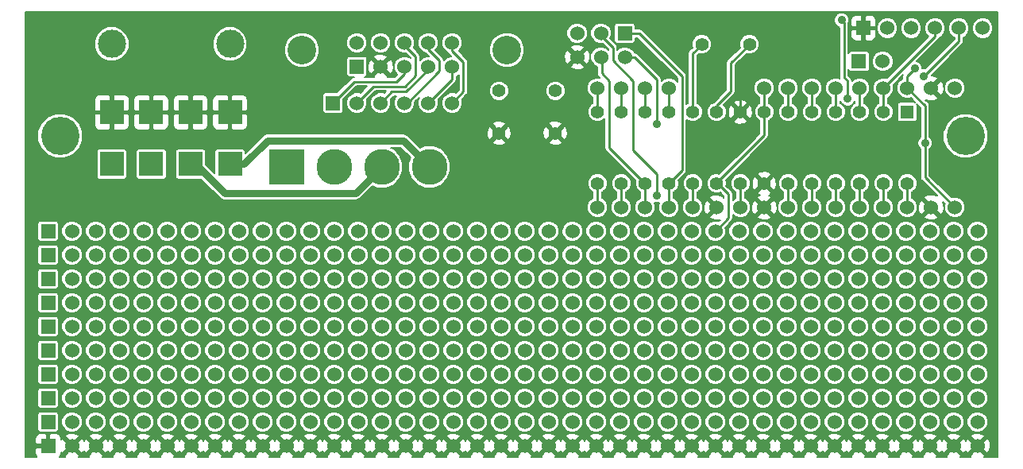
<source format=gbl>
G04 (created by PCBNEW (2013-07-07 BZR 4022)-stable) date 04/02/2014 10:01:15 AM*
%MOIN*%
G04 Gerber Fmt 3.4, Leading zero omitted, Abs format*
%FSLAX34Y34*%
G01*
G70*
G90*
G04 APERTURE LIST*
%ADD10C,0.00590551*%
%ADD11C,0.16*%
%ADD12C,0.06*%
%ADD13R,0.06X0.06*%
%ADD14C,0.11811*%
%ADD15R,0.1X0.1*%
%ADD16C,0.12*%
%ADD17C,0.055*%
%ADD18R,0.055X0.055*%
%ADD19C,0.056*%
%ADD20C,0.15*%
%ADD21R,0.15X0.15*%
%ADD22C,0.035*%
%ADD23C,0.0295276*%
%ADD24C,0.01*%
%ADD25C,0.0079*%
G04 APERTURE END LIST*
G54D10*
G54D11*
X47500Y-15500D03*
X9500Y-15500D03*
G54D12*
X39000Y-28500D03*
X44000Y-28500D03*
X43000Y-28500D03*
X42000Y-28500D03*
X41000Y-28500D03*
X40000Y-28500D03*
X45000Y-28500D03*
X46000Y-28500D03*
X47000Y-28500D03*
X48000Y-28500D03*
X29000Y-28500D03*
X34000Y-28500D03*
X33000Y-28500D03*
X32000Y-28500D03*
X31000Y-28500D03*
X30000Y-28500D03*
X35000Y-28500D03*
X36000Y-28500D03*
X37000Y-28500D03*
X38000Y-28500D03*
X24000Y-28500D03*
X23000Y-28500D03*
X22000Y-28500D03*
X21000Y-28500D03*
X20000Y-28500D03*
X25000Y-28500D03*
X26000Y-28500D03*
X27000Y-28500D03*
X28000Y-28500D03*
X19000Y-28500D03*
X18000Y-28500D03*
X17000Y-28500D03*
X16000Y-28500D03*
X15000Y-28500D03*
G54D13*
X9000Y-28500D03*
G54D12*
X10000Y-28500D03*
X11000Y-28500D03*
X12000Y-28500D03*
X13000Y-28500D03*
X14000Y-28500D03*
X39000Y-27500D03*
X44000Y-27500D03*
X43000Y-27500D03*
X42000Y-27500D03*
X41000Y-27500D03*
X40000Y-27500D03*
X45000Y-27500D03*
X46000Y-27500D03*
X47000Y-27500D03*
X48000Y-27500D03*
X29000Y-27500D03*
X34000Y-27500D03*
X33000Y-27500D03*
X32000Y-27500D03*
X31000Y-27500D03*
X30000Y-27500D03*
X35000Y-27500D03*
X36000Y-27500D03*
X37000Y-27500D03*
X38000Y-27500D03*
X24000Y-27500D03*
X23000Y-27500D03*
X22000Y-27500D03*
X21000Y-27500D03*
X20000Y-27500D03*
X25000Y-27500D03*
X26000Y-27500D03*
X27000Y-27500D03*
X28000Y-27500D03*
X19000Y-27500D03*
X18000Y-27500D03*
X17000Y-27500D03*
X16000Y-27500D03*
X15000Y-27500D03*
G54D13*
X9000Y-27500D03*
G54D12*
X10000Y-27500D03*
X11000Y-27500D03*
X12000Y-27500D03*
X13000Y-27500D03*
X14000Y-27500D03*
X39000Y-26500D03*
X44000Y-26500D03*
X43000Y-26500D03*
X42000Y-26500D03*
X41000Y-26500D03*
X40000Y-26500D03*
X45000Y-26500D03*
X46000Y-26500D03*
X47000Y-26500D03*
X48000Y-26500D03*
X29000Y-26500D03*
X34000Y-26500D03*
X33000Y-26500D03*
X32000Y-26500D03*
X31000Y-26500D03*
X30000Y-26500D03*
X35000Y-26500D03*
X36000Y-26500D03*
X37000Y-26500D03*
X38000Y-26500D03*
X24000Y-26500D03*
X23000Y-26500D03*
X22000Y-26500D03*
X21000Y-26500D03*
X20000Y-26500D03*
X25000Y-26500D03*
X26000Y-26500D03*
X27000Y-26500D03*
X28000Y-26500D03*
X19000Y-26500D03*
X18000Y-26500D03*
X17000Y-26500D03*
X16000Y-26500D03*
X15000Y-26500D03*
G54D13*
X9000Y-26500D03*
G54D12*
X10000Y-26500D03*
X11000Y-26500D03*
X12000Y-26500D03*
X13000Y-26500D03*
X14000Y-26500D03*
X39000Y-25500D03*
X44000Y-25500D03*
X43000Y-25500D03*
X42000Y-25500D03*
X41000Y-25500D03*
X40000Y-25500D03*
X45000Y-25500D03*
X46000Y-25500D03*
X47000Y-25500D03*
X48000Y-25500D03*
X29000Y-25500D03*
X34000Y-25500D03*
X33000Y-25500D03*
X32000Y-25500D03*
X31000Y-25500D03*
X30000Y-25500D03*
X35000Y-25500D03*
X36000Y-25500D03*
X37000Y-25500D03*
X38000Y-25500D03*
X24000Y-25500D03*
X23000Y-25500D03*
X22000Y-25500D03*
X21000Y-25500D03*
X20000Y-25500D03*
X25000Y-25500D03*
X26000Y-25500D03*
X27000Y-25500D03*
X28000Y-25500D03*
X19000Y-25500D03*
X18000Y-25500D03*
X17000Y-25500D03*
X16000Y-25500D03*
X15000Y-25500D03*
G54D13*
X9000Y-25500D03*
G54D12*
X10000Y-25500D03*
X11000Y-25500D03*
X12000Y-25500D03*
X13000Y-25500D03*
X14000Y-25500D03*
X39000Y-24500D03*
X44000Y-24500D03*
X43000Y-24500D03*
X42000Y-24500D03*
X41000Y-24500D03*
X40000Y-24500D03*
X45000Y-24500D03*
X46000Y-24500D03*
X47000Y-24500D03*
X48000Y-24500D03*
X29000Y-24500D03*
X34000Y-24500D03*
X33000Y-24500D03*
X32000Y-24500D03*
X31000Y-24500D03*
X30000Y-24500D03*
X35000Y-24500D03*
X36000Y-24500D03*
X37000Y-24500D03*
X38000Y-24500D03*
X24000Y-24500D03*
X23000Y-24500D03*
X22000Y-24500D03*
X21000Y-24500D03*
X20000Y-24500D03*
X25000Y-24500D03*
X26000Y-24500D03*
X27000Y-24500D03*
X28000Y-24500D03*
X19000Y-24500D03*
X18000Y-24500D03*
X17000Y-24500D03*
X16000Y-24500D03*
X15000Y-24500D03*
G54D13*
X9000Y-24500D03*
G54D12*
X10000Y-24500D03*
X11000Y-24500D03*
X12000Y-24500D03*
X13000Y-24500D03*
X14000Y-24500D03*
X39000Y-23500D03*
X44000Y-23500D03*
X43000Y-23500D03*
X42000Y-23500D03*
X41000Y-23500D03*
X40000Y-23500D03*
X45000Y-23500D03*
X46000Y-23500D03*
X47000Y-23500D03*
X48000Y-23500D03*
X29000Y-23500D03*
X34000Y-23500D03*
X33000Y-23500D03*
X32000Y-23500D03*
X31000Y-23500D03*
X30000Y-23500D03*
X35000Y-23500D03*
X36000Y-23500D03*
X37000Y-23500D03*
X38000Y-23500D03*
X24000Y-23500D03*
X23000Y-23500D03*
X22000Y-23500D03*
X21000Y-23500D03*
X20000Y-23500D03*
X25000Y-23500D03*
X26000Y-23500D03*
X27000Y-23500D03*
X28000Y-23500D03*
X19000Y-23500D03*
X18000Y-23500D03*
X17000Y-23500D03*
X16000Y-23500D03*
X15000Y-23500D03*
G54D13*
X9000Y-23500D03*
G54D12*
X10000Y-23500D03*
X11000Y-23500D03*
X12000Y-23500D03*
X13000Y-23500D03*
X14000Y-23500D03*
X39000Y-22500D03*
X44000Y-22500D03*
X43000Y-22500D03*
X42000Y-22500D03*
X41000Y-22500D03*
X40000Y-22500D03*
X45000Y-22500D03*
X46000Y-22500D03*
X47000Y-22500D03*
X48000Y-22500D03*
X29000Y-22500D03*
X34000Y-22500D03*
X33000Y-22500D03*
X32000Y-22500D03*
X31000Y-22500D03*
X30000Y-22500D03*
X35000Y-22500D03*
X36000Y-22500D03*
X37000Y-22500D03*
X38000Y-22500D03*
X24000Y-22500D03*
X23000Y-22500D03*
X22000Y-22500D03*
X21000Y-22500D03*
X20000Y-22500D03*
X25000Y-22500D03*
X26000Y-22500D03*
X27000Y-22500D03*
X28000Y-22500D03*
X19000Y-22500D03*
X18000Y-22500D03*
X17000Y-22500D03*
X16000Y-22500D03*
X15000Y-22500D03*
G54D13*
X9000Y-22500D03*
G54D12*
X10000Y-22500D03*
X11000Y-22500D03*
X12000Y-22500D03*
X13000Y-22500D03*
X14000Y-22500D03*
X39000Y-21500D03*
X44000Y-21500D03*
X43000Y-21500D03*
X42000Y-21500D03*
X41000Y-21500D03*
X40000Y-21500D03*
X45000Y-21500D03*
X46000Y-21500D03*
X47000Y-21500D03*
X48000Y-21500D03*
X29000Y-21500D03*
X34000Y-21500D03*
X33000Y-21500D03*
X32000Y-21500D03*
X31000Y-21500D03*
X30000Y-21500D03*
X35000Y-21500D03*
X36000Y-21500D03*
X37000Y-21500D03*
X38000Y-21500D03*
X24000Y-21500D03*
X23000Y-21500D03*
X22000Y-21500D03*
X21000Y-21500D03*
X20000Y-21500D03*
X25000Y-21500D03*
X26000Y-21500D03*
X27000Y-21500D03*
X28000Y-21500D03*
X19000Y-21500D03*
X18000Y-21500D03*
X17000Y-21500D03*
X16000Y-21500D03*
X15000Y-21500D03*
G54D13*
X9000Y-21500D03*
G54D12*
X10000Y-21500D03*
X11000Y-21500D03*
X12000Y-21500D03*
X13000Y-21500D03*
X14000Y-21500D03*
X39000Y-19500D03*
X44000Y-19500D03*
X43000Y-19500D03*
X42000Y-19500D03*
X41000Y-19500D03*
X40000Y-19500D03*
X45000Y-19500D03*
X46000Y-19500D03*
X47000Y-19500D03*
X48000Y-19500D03*
X29000Y-19500D03*
X34000Y-19500D03*
X33000Y-19500D03*
X32000Y-19500D03*
X31000Y-19500D03*
X30000Y-19500D03*
X35000Y-19500D03*
X36000Y-19500D03*
X37000Y-19500D03*
X38000Y-19500D03*
X24000Y-19500D03*
X23000Y-19500D03*
X22000Y-19500D03*
X21000Y-19500D03*
X20000Y-19500D03*
X25000Y-19500D03*
X26000Y-19500D03*
X27000Y-19500D03*
X28000Y-19500D03*
X19000Y-19500D03*
X18000Y-19500D03*
X17000Y-19500D03*
X16000Y-19500D03*
X15000Y-19500D03*
G54D13*
X9000Y-19500D03*
G54D12*
X10000Y-19500D03*
X11000Y-19500D03*
X12000Y-19500D03*
X13000Y-19500D03*
X14000Y-19500D03*
X39000Y-20500D03*
X44000Y-20500D03*
X43000Y-20500D03*
X42000Y-20500D03*
X41000Y-20500D03*
X40000Y-20500D03*
X45000Y-20500D03*
X46000Y-20500D03*
X47000Y-20500D03*
X48000Y-20500D03*
X29000Y-20500D03*
X34000Y-20500D03*
X33000Y-20500D03*
X32000Y-20500D03*
X31000Y-20500D03*
X30000Y-20500D03*
X35000Y-20500D03*
X36000Y-20500D03*
X37000Y-20500D03*
X38000Y-20500D03*
X24000Y-20500D03*
X23000Y-20500D03*
X22000Y-20500D03*
X21000Y-20500D03*
X20000Y-20500D03*
X25000Y-20500D03*
X26000Y-20500D03*
X27000Y-20500D03*
X28000Y-20500D03*
X19000Y-20500D03*
X18000Y-20500D03*
X17000Y-20500D03*
X16000Y-20500D03*
X15000Y-20500D03*
G54D13*
X9000Y-20500D03*
G54D12*
X10000Y-20500D03*
X11000Y-20500D03*
X12000Y-20500D03*
X13000Y-20500D03*
X14000Y-20500D03*
G54D14*
X16630Y-11643D03*
G54D15*
X16630Y-16682D03*
X14976Y-16682D03*
X13324Y-16682D03*
X11670Y-16682D03*
X16630Y-14518D03*
X14976Y-14518D03*
X13324Y-14518D03*
X11670Y-14518D03*
G54D14*
X11670Y-11643D03*
G54D16*
X28250Y-11900D03*
X19650Y-11900D03*
G54D13*
X21950Y-12600D03*
G54D12*
X21950Y-11600D03*
X22950Y-12600D03*
X22950Y-11600D03*
X23950Y-12600D03*
X23950Y-11600D03*
X24950Y-12600D03*
X24950Y-11600D03*
X25950Y-12600D03*
X25950Y-11600D03*
G54D17*
X30281Y-13614D03*
X30281Y-15386D03*
X27919Y-13614D03*
X27919Y-15386D03*
G54D13*
X43220Y-10980D03*
G54D12*
X44220Y-10980D03*
X45220Y-10980D03*
X46220Y-10980D03*
X47220Y-10980D03*
X48220Y-10980D03*
G54D17*
X44050Y-14500D03*
X43050Y-14500D03*
X42050Y-14500D03*
X41050Y-14500D03*
X40050Y-14500D03*
X39050Y-14500D03*
X38050Y-14500D03*
X37050Y-14500D03*
X36050Y-14500D03*
X35050Y-14500D03*
X34050Y-14500D03*
X33050Y-14500D03*
X32050Y-14500D03*
G54D18*
X45050Y-14500D03*
G54D17*
X32050Y-17500D03*
X33050Y-17500D03*
X34050Y-17500D03*
X35050Y-17500D03*
X36050Y-17500D03*
X37050Y-17500D03*
X38050Y-17500D03*
X39050Y-17500D03*
X40050Y-17500D03*
X41050Y-17500D03*
X42050Y-17500D03*
X43050Y-17500D03*
X44050Y-17500D03*
X45050Y-17500D03*
G54D19*
X36430Y-11660D03*
X38430Y-11660D03*
G54D12*
X47050Y-13500D03*
X46050Y-13500D03*
X45050Y-13500D03*
X44050Y-13500D03*
X43050Y-13500D03*
X42050Y-13500D03*
X41050Y-13500D03*
X40050Y-13500D03*
X39050Y-13500D03*
X35050Y-13500D03*
X34050Y-13500D03*
X33050Y-13500D03*
X32050Y-13500D03*
X32050Y-18500D03*
X33050Y-18500D03*
X34050Y-18500D03*
X35050Y-18500D03*
X36050Y-18500D03*
X37050Y-18500D03*
X38050Y-18500D03*
X39050Y-18500D03*
X40050Y-18500D03*
X41050Y-18500D03*
X42050Y-18500D03*
X43050Y-18500D03*
X44050Y-18500D03*
X45050Y-18500D03*
X46050Y-18500D03*
X47050Y-18500D03*
G54D13*
X33200Y-11200D03*
G54D12*
X33200Y-12200D03*
X32200Y-11200D03*
X32200Y-12200D03*
X31200Y-11200D03*
X31200Y-12200D03*
G54D20*
X21000Y-16800D03*
X23000Y-16800D03*
G54D21*
X19000Y-16800D03*
G54D20*
X25000Y-16800D03*
G54D13*
X20950Y-14125D03*
G54D12*
X21950Y-14125D03*
X22950Y-14125D03*
X23950Y-14125D03*
X24950Y-14125D03*
X25950Y-14125D03*
G54D13*
X43025Y-12375D03*
G54D12*
X44025Y-12375D03*
G54D22*
X34550Y-18000D03*
X28850Y-18000D03*
X38040Y-13500D03*
X39330Y-11720D03*
X42550Y-13950D03*
X42300Y-10650D03*
X45750Y-13000D03*
X45375Y-12675D03*
X34550Y-15000D03*
X45800Y-15800D03*
G54D23*
X16630Y-16682D02*
X17218Y-16682D01*
X23900Y-15700D02*
X25000Y-16800D01*
X18200Y-15700D02*
X23900Y-15700D01*
X17218Y-16682D02*
X18200Y-15700D01*
X14976Y-16682D02*
X15182Y-16682D01*
X21900Y-17900D02*
X23000Y-16800D01*
X16400Y-17900D02*
X21900Y-17900D01*
X15182Y-16682D02*
X16400Y-17900D01*
X14976Y-16682D02*
X14976Y-16726D01*
G54D24*
X40050Y-18500D02*
X40050Y-17500D01*
X41050Y-18500D02*
X41050Y-17500D01*
X42050Y-18500D02*
X42050Y-17500D01*
X43050Y-18500D02*
X43050Y-17500D01*
X44050Y-18500D02*
X44050Y-17500D01*
X45050Y-18500D02*
X45050Y-17500D01*
X38050Y-18500D02*
X38050Y-17500D01*
X33050Y-18500D02*
X33050Y-17500D01*
X32230Y-12200D02*
X32230Y-12880D01*
X32550Y-16000D02*
X34050Y-17500D01*
X32550Y-13200D02*
X32550Y-16000D01*
X32230Y-12880D02*
X32550Y-13200D01*
X34050Y-18500D02*
X34050Y-17500D01*
X33230Y-11200D02*
X33800Y-11200D01*
X35600Y-16950D02*
X35050Y-17500D01*
X35600Y-13000D02*
X35600Y-16950D01*
X33800Y-11200D02*
X35600Y-13000D01*
X35050Y-17500D02*
X35050Y-18500D01*
X33230Y-11200D02*
X33290Y-11200D01*
X32230Y-11200D02*
X32230Y-11330D01*
X34550Y-17100D02*
X34550Y-18000D01*
X33550Y-16100D02*
X34550Y-17100D01*
X33550Y-13200D02*
X33550Y-16100D01*
X32700Y-12350D02*
X33550Y-13200D01*
X32700Y-11800D02*
X32700Y-12350D01*
X32230Y-11330D02*
X32700Y-11800D01*
X36050Y-18500D02*
X36050Y-17500D01*
X32230Y-11200D02*
X32230Y-11350D01*
X42050Y-14500D02*
X42050Y-13500D01*
X41050Y-13500D02*
X41050Y-14500D01*
X40050Y-14500D02*
X40050Y-13500D01*
X35050Y-13500D02*
X35050Y-14500D01*
X34050Y-14500D02*
X34050Y-13500D01*
X33050Y-14500D02*
X33050Y-13500D01*
X32050Y-14500D02*
X32050Y-13500D01*
X32050Y-18500D02*
X32050Y-17500D01*
X38040Y-13500D02*
X38040Y-14490D01*
X38040Y-14490D02*
X38050Y-14500D01*
X38050Y-13500D02*
X38040Y-13500D01*
X38050Y-13500D02*
X38080Y-13500D01*
X39330Y-12250D02*
X39330Y-11720D01*
X38080Y-13500D02*
X39330Y-12250D01*
X24950Y-11600D02*
X24950Y-11875D01*
X24075Y-14125D02*
X23950Y-14125D01*
X25425Y-12775D02*
X24075Y-14125D01*
X25425Y-12350D02*
X25425Y-12775D01*
X24950Y-11875D02*
X25425Y-12350D01*
X25950Y-11600D02*
X25950Y-11925D01*
X26425Y-13650D02*
X25950Y-14125D01*
X26425Y-12400D02*
X26425Y-13650D01*
X25950Y-11925D02*
X26425Y-12400D01*
X25950Y-12600D02*
X25950Y-13125D01*
X25950Y-13125D02*
X24950Y-14125D01*
X24950Y-12600D02*
X24950Y-12725D01*
X23425Y-13650D02*
X22950Y-14125D01*
X24025Y-13650D02*
X23425Y-13650D01*
X24950Y-12725D02*
X24025Y-13650D01*
X23950Y-11600D02*
X23950Y-11700D01*
X22650Y-13425D02*
X21950Y-14125D01*
X23967Y-13425D02*
X22650Y-13425D01*
X24408Y-12983D02*
X23967Y-13425D01*
X24408Y-12158D02*
X24408Y-12983D01*
X23950Y-11700D02*
X24408Y-12158D01*
X23950Y-12600D02*
X23950Y-12900D01*
X21850Y-13224D02*
X20950Y-14125D01*
X23625Y-13224D02*
X21850Y-13224D01*
X23950Y-12900D02*
X23625Y-13224D01*
X36050Y-14500D02*
X36050Y-12040D01*
X36050Y-12040D02*
X36430Y-11660D01*
X37050Y-14500D02*
X37050Y-14250D01*
X37650Y-12440D02*
X38430Y-11660D01*
X37650Y-13650D02*
X37650Y-12440D01*
X37050Y-14250D02*
X37650Y-13650D01*
X42550Y-13200D02*
X42550Y-13950D01*
X42400Y-13050D02*
X42550Y-13200D01*
X42400Y-10750D02*
X42400Y-13050D01*
X42300Y-10650D02*
X42400Y-10750D01*
X47220Y-10980D02*
X47220Y-11530D01*
X47220Y-11530D02*
X45750Y-13000D01*
X43050Y-14500D02*
X43050Y-13500D01*
X46220Y-10980D02*
X46220Y-11330D01*
X46220Y-11330D02*
X44050Y-13500D01*
X44050Y-14500D02*
X44050Y-13500D01*
X37050Y-17500D02*
X37050Y-17475D01*
X39050Y-15475D02*
X39050Y-14500D01*
X37050Y-17475D02*
X39050Y-15475D01*
X37050Y-17500D02*
X37100Y-17500D01*
X37550Y-18950D02*
X37000Y-19500D01*
X37550Y-17950D02*
X37550Y-18950D01*
X37100Y-17500D02*
X37550Y-17950D01*
X45050Y-13000D02*
X45050Y-13500D01*
X45375Y-12675D02*
X45050Y-13000D01*
X34550Y-13150D02*
X34550Y-15000D01*
X33230Y-12200D02*
X33600Y-12200D01*
X33600Y-12200D02*
X34550Y-13150D01*
X45050Y-13500D02*
X45800Y-14250D01*
X45800Y-14250D02*
X45800Y-15250D01*
X45800Y-15250D02*
X45800Y-15800D01*
X45800Y-17250D02*
X47050Y-18500D01*
X45800Y-15800D02*
X45800Y-17250D01*
X39050Y-14500D02*
X39050Y-13500D01*
G54D10*
G36*
X48851Y-28960D02*
X48659Y-28960D01*
X48659Y-10892D01*
X48592Y-10731D01*
X48469Y-10607D01*
X48307Y-10540D01*
X48132Y-10540D01*
X47971Y-10607D01*
X47847Y-10730D01*
X47780Y-10892D01*
X47780Y-11067D01*
X47847Y-11228D01*
X47970Y-11352D01*
X48132Y-11419D01*
X48307Y-11419D01*
X48468Y-11352D01*
X48592Y-11229D01*
X48659Y-11067D01*
X48659Y-10892D01*
X48659Y-28960D01*
X48545Y-28960D01*
X48545Y-28568D01*
X48530Y-28354D01*
X48477Y-28227D01*
X48439Y-28215D01*
X48439Y-15313D01*
X48296Y-14968D01*
X48032Y-14703D01*
X47687Y-14560D01*
X47659Y-14560D01*
X47659Y-10892D01*
X47592Y-10731D01*
X47469Y-10607D01*
X47307Y-10540D01*
X47132Y-10540D01*
X46971Y-10607D01*
X46847Y-10730D01*
X46780Y-10892D01*
X46780Y-11067D01*
X46847Y-11228D01*
X46970Y-11352D01*
X47030Y-11377D01*
X47030Y-11451D01*
X45796Y-12685D01*
X45689Y-12685D01*
X45689Y-12612D01*
X45641Y-12497D01*
X45553Y-12408D01*
X45451Y-12366D01*
X46353Y-11463D01*
X46353Y-11463D01*
X46353Y-11463D01*
X46395Y-11402D01*
X46399Y-11381D01*
X46468Y-11352D01*
X46592Y-11229D01*
X46659Y-11067D01*
X46659Y-10892D01*
X46592Y-10731D01*
X46469Y-10607D01*
X46307Y-10540D01*
X46132Y-10540D01*
X45971Y-10607D01*
X45847Y-10730D01*
X45780Y-10892D01*
X45780Y-11067D01*
X45847Y-11228D01*
X45950Y-11331D01*
X45659Y-11622D01*
X45659Y-10892D01*
X45592Y-10731D01*
X45469Y-10607D01*
X45307Y-10540D01*
X45132Y-10540D01*
X44971Y-10607D01*
X44847Y-10730D01*
X44780Y-10892D01*
X44780Y-11067D01*
X44847Y-11228D01*
X44970Y-11352D01*
X45132Y-11419D01*
X45307Y-11419D01*
X45468Y-11352D01*
X45592Y-11229D01*
X45659Y-11067D01*
X45659Y-10892D01*
X45659Y-11622D01*
X44659Y-12622D01*
X44659Y-10892D01*
X44592Y-10731D01*
X44469Y-10607D01*
X44307Y-10540D01*
X44132Y-10540D01*
X43971Y-10607D01*
X43847Y-10730D01*
X43780Y-10892D01*
X43780Y-11067D01*
X43847Y-11228D01*
X43970Y-11352D01*
X44132Y-11419D01*
X44307Y-11419D01*
X44468Y-11352D01*
X44592Y-11229D01*
X44659Y-11067D01*
X44659Y-10892D01*
X44659Y-12622D01*
X44464Y-12817D01*
X44464Y-12287D01*
X44397Y-12126D01*
X44274Y-12002D01*
X44112Y-11935D01*
X43937Y-11935D01*
X43776Y-12002D01*
X43759Y-12018D01*
X43759Y-11232D01*
X43759Y-10727D01*
X43759Y-10632D01*
X43722Y-10544D01*
X43655Y-10476D01*
X43567Y-10440D01*
X43340Y-10440D01*
X43280Y-10500D01*
X43280Y-10919D01*
X43699Y-10919D01*
X43759Y-10859D01*
X43759Y-10727D01*
X43759Y-11232D01*
X43759Y-11100D01*
X43699Y-11040D01*
X43280Y-11040D01*
X43280Y-11459D01*
X43340Y-11519D01*
X43567Y-11519D01*
X43655Y-11483D01*
X43722Y-11415D01*
X43759Y-11327D01*
X43759Y-11232D01*
X43759Y-12018D01*
X43652Y-12125D01*
X43585Y-12287D01*
X43585Y-12462D01*
X43652Y-12623D01*
X43775Y-12747D01*
X43937Y-12814D01*
X44112Y-12814D01*
X44273Y-12747D01*
X44397Y-12624D01*
X44464Y-12462D01*
X44464Y-12287D01*
X44464Y-12817D01*
X44196Y-13085D01*
X44137Y-13060D01*
X43962Y-13060D01*
X43801Y-13127D01*
X43677Y-13250D01*
X43610Y-13412D01*
X43610Y-13587D01*
X43677Y-13748D01*
X43800Y-13872D01*
X43860Y-13897D01*
X43860Y-14129D01*
X43815Y-14148D01*
X43698Y-14264D01*
X43635Y-14417D01*
X43635Y-14582D01*
X43698Y-14734D01*
X43814Y-14851D01*
X43967Y-14914D01*
X44132Y-14914D01*
X44284Y-14851D01*
X44401Y-14735D01*
X44464Y-14582D01*
X44464Y-14417D01*
X44401Y-14265D01*
X44285Y-14148D01*
X44239Y-14129D01*
X44239Y-13897D01*
X44298Y-13872D01*
X44422Y-13749D01*
X44489Y-13587D01*
X44489Y-13412D01*
X44464Y-13353D01*
X44871Y-12946D01*
X44860Y-13000D01*
X44860Y-13102D01*
X44801Y-13127D01*
X44677Y-13250D01*
X44610Y-13412D01*
X44610Y-13587D01*
X44677Y-13748D01*
X44800Y-13872D01*
X44962Y-13939D01*
X45137Y-13939D01*
X45196Y-13914D01*
X45377Y-14095D01*
X45352Y-14085D01*
X45297Y-14085D01*
X44747Y-14085D01*
X44696Y-14106D01*
X44656Y-14145D01*
X44635Y-14197D01*
X44635Y-14252D01*
X44635Y-14802D01*
X44656Y-14853D01*
X44695Y-14893D01*
X44747Y-14914D01*
X44802Y-14914D01*
X45352Y-14914D01*
X45403Y-14893D01*
X45443Y-14854D01*
X45464Y-14802D01*
X45464Y-14747D01*
X45464Y-14197D01*
X45454Y-14172D01*
X45610Y-14328D01*
X45610Y-15250D01*
X45610Y-15544D01*
X45533Y-15621D01*
X45485Y-15737D01*
X45485Y-15862D01*
X45533Y-15977D01*
X45610Y-16055D01*
X45610Y-17250D01*
X45624Y-17322D01*
X45666Y-17383D01*
X46294Y-18012D01*
X46118Y-17954D01*
X45904Y-17969D01*
X45777Y-18022D01*
X45748Y-18113D01*
X46050Y-18414D01*
X46055Y-18408D01*
X46141Y-18494D01*
X46135Y-18500D01*
X46436Y-18801D01*
X46527Y-18772D01*
X46595Y-18568D01*
X46580Y-18354D01*
X46540Y-18258D01*
X46635Y-18353D01*
X46610Y-18412D01*
X46610Y-18587D01*
X46677Y-18748D01*
X46800Y-18872D01*
X46962Y-18939D01*
X47137Y-18939D01*
X47298Y-18872D01*
X47422Y-18749D01*
X47489Y-18587D01*
X47489Y-18412D01*
X47422Y-18251D01*
X47299Y-18127D01*
X47137Y-18060D01*
X46962Y-18060D01*
X46903Y-18085D01*
X45989Y-17171D01*
X45989Y-16055D01*
X46066Y-15978D01*
X46114Y-15862D01*
X46114Y-15737D01*
X46066Y-15622D01*
X45989Y-15544D01*
X45989Y-15250D01*
X45989Y-14250D01*
X45989Y-14249D01*
X45989Y-14249D01*
X45986Y-14235D01*
X45975Y-14177D01*
X45975Y-14177D01*
X45933Y-14116D01*
X45933Y-14116D01*
X45805Y-13987D01*
X45981Y-14045D01*
X46195Y-14030D01*
X46322Y-13977D01*
X46351Y-13886D01*
X46050Y-13585D01*
X46044Y-13591D01*
X45958Y-13505D01*
X45964Y-13500D01*
X45958Y-13494D01*
X46044Y-13408D01*
X46050Y-13414D01*
X46351Y-13113D01*
X46322Y-13022D01*
X46118Y-12954D01*
X46064Y-12958D01*
X46064Y-12953D01*
X47353Y-11663D01*
X47353Y-11663D01*
X47353Y-11663D01*
X47395Y-11602D01*
X47409Y-11530D01*
X47409Y-11377D01*
X47468Y-11352D01*
X47592Y-11229D01*
X47659Y-11067D01*
X47659Y-10892D01*
X47659Y-14560D01*
X47489Y-14560D01*
X47489Y-13412D01*
X47422Y-13251D01*
X47299Y-13127D01*
X47137Y-13060D01*
X46962Y-13060D01*
X46801Y-13127D01*
X46677Y-13250D01*
X46610Y-13412D01*
X46610Y-13587D01*
X46677Y-13748D01*
X46800Y-13872D01*
X46962Y-13939D01*
X47137Y-13939D01*
X47298Y-13872D01*
X47422Y-13749D01*
X47489Y-13587D01*
X47489Y-13412D01*
X47489Y-14560D01*
X47313Y-14560D01*
X46968Y-14703D01*
X46703Y-14967D01*
X46595Y-15227D01*
X46595Y-13568D01*
X46580Y-13354D01*
X46527Y-13227D01*
X46436Y-13198D01*
X46135Y-13500D01*
X46436Y-13801D01*
X46527Y-13772D01*
X46595Y-13568D01*
X46595Y-15227D01*
X46560Y-15312D01*
X46560Y-15686D01*
X46703Y-16031D01*
X46967Y-16296D01*
X47312Y-16439D01*
X47686Y-16439D01*
X48031Y-16296D01*
X48296Y-16032D01*
X48439Y-15687D01*
X48439Y-15313D01*
X48439Y-28215D01*
X48439Y-28215D01*
X48439Y-27412D01*
X48439Y-26412D01*
X48439Y-25412D01*
X48439Y-24412D01*
X48439Y-23412D01*
X48439Y-22412D01*
X48439Y-21412D01*
X48439Y-20412D01*
X48439Y-19412D01*
X48372Y-19251D01*
X48249Y-19127D01*
X48087Y-19060D01*
X47912Y-19060D01*
X47751Y-19127D01*
X47627Y-19250D01*
X47560Y-19412D01*
X47560Y-19587D01*
X47627Y-19748D01*
X47750Y-19872D01*
X47912Y-19939D01*
X48087Y-19939D01*
X48248Y-19872D01*
X48372Y-19749D01*
X48439Y-19587D01*
X48439Y-19412D01*
X48439Y-20412D01*
X48372Y-20251D01*
X48249Y-20127D01*
X48087Y-20060D01*
X47912Y-20060D01*
X47751Y-20127D01*
X47627Y-20250D01*
X47560Y-20412D01*
X47560Y-20587D01*
X47627Y-20748D01*
X47750Y-20872D01*
X47912Y-20939D01*
X48087Y-20939D01*
X48248Y-20872D01*
X48372Y-20749D01*
X48439Y-20587D01*
X48439Y-20412D01*
X48439Y-21412D01*
X48372Y-21251D01*
X48249Y-21127D01*
X48087Y-21060D01*
X47912Y-21060D01*
X47751Y-21127D01*
X47627Y-21250D01*
X47560Y-21412D01*
X47560Y-21587D01*
X47627Y-21748D01*
X47750Y-21872D01*
X47912Y-21939D01*
X48087Y-21939D01*
X48248Y-21872D01*
X48372Y-21749D01*
X48439Y-21587D01*
X48439Y-21412D01*
X48439Y-22412D01*
X48372Y-22251D01*
X48249Y-22127D01*
X48087Y-22060D01*
X47912Y-22060D01*
X47751Y-22127D01*
X47627Y-22250D01*
X47560Y-22412D01*
X47560Y-22587D01*
X47627Y-22748D01*
X47750Y-22872D01*
X47912Y-22939D01*
X48087Y-22939D01*
X48248Y-22872D01*
X48372Y-22749D01*
X48439Y-22587D01*
X48439Y-22412D01*
X48439Y-23412D01*
X48372Y-23251D01*
X48249Y-23127D01*
X48087Y-23060D01*
X47912Y-23060D01*
X47751Y-23127D01*
X47627Y-23250D01*
X47560Y-23412D01*
X47560Y-23587D01*
X47627Y-23748D01*
X47750Y-23872D01*
X47912Y-23939D01*
X48087Y-23939D01*
X48248Y-23872D01*
X48372Y-23749D01*
X48439Y-23587D01*
X48439Y-23412D01*
X48439Y-24412D01*
X48372Y-24251D01*
X48249Y-24127D01*
X48087Y-24060D01*
X47912Y-24060D01*
X47751Y-24127D01*
X47627Y-24250D01*
X47560Y-24412D01*
X47560Y-24587D01*
X47627Y-24748D01*
X47750Y-24872D01*
X47912Y-24939D01*
X48087Y-24939D01*
X48248Y-24872D01*
X48372Y-24749D01*
X48439Y-24587D01*
X48439Y-24412D01*
X48439Y-25412D01*
X48372Y-25251D01*
X48249Y-25127D01*
X48087Y-25060D01*
X47912Y-25060D01*
X47751Y-25127D01*
X47627Y-25250D01*
X47560Y-25412D01*
X47560Y-25587D01*
X47627Y-25748D01*
X47750Y-25872D01*
X47912Y-25939D01*
X48087Y-25939D01*
X48248Y-25872D01*
X48372Y-25749D01*
X48439Y-25587D01*
X48439Y-25412D01*
X48439Y-26412D01*
X48372Y-26251D01*
X48249Y-26127D01*
X48087Y-26060D01*
X47912Y-26060D01*
X47751Y-26127D01*
X47627Y-26250D01*
X47560Y-26412D01*
X47560Y-26587D01*
X47627Y-26748D01*
X47750Y-26872D01*
X47912Y-26939D01*
X48087Y-26939D01*
X48248Y-26872D01*
X48372Y-26749D01*
X48439Y-26587D01*
X48439Y-26412D01*
X48439Y-27412D01*
X48372Y-27251D01*
X48249Y-27127D01*
X48087Y-27060D01*
X47912Y-27060D01*
X47751Y-27127D01*
X47627Y-27250D01*
X47560Y-27412D01*
X47560Y-27587D01*
X47627Y-27748D01*
X47750Y-27872D01*
X47912Y-27939D01*
X48087Y-27939D01*
X48248Y-27872D01*
X48372Y-27749D01*
X48439Y-27587D01*
X48439Y-27412D01*
X48439Y-28215D01*
X48386Y-28198D01*
X48301Y-28284D01*
X48301Y-28113D01*
X48272Y-28022D01*
X48068Y-27954D01*
X47854Y-27969D01*
X47727Y-28022D01*
X47698Y-28113D01*
X48000Y-28414D01*
X48301Y-28113D01*
X48301Y-28284D01*
X48085Y-28500D01*
X48386Y-28801D01*
X48477Y-28772D01*
X48545Y-28568D01*
X48545Y-28960D01*
X48277Y-28960D01*
X48301Y-28886D01*
X48000Y-28585D01*
X47914Y-28671D01*
X47914Y-28500D01*
X47613Y-28198D01*
X47522Y-28227D01*
X47502Y-28286D01*
X47477Y-28227D01*
X47439Y-28215D01*
X47439Y-27412D01*
X47439Y-26412D01*
X47439Y-25412D01*
X47439Y-24412D01*
X47439Y-23412D01*
X47439Y-22412D01*
X47439Y-21412D01*
X47439Y-20412D01*
X47439Y-19412D01*
X47372Y-19251D01*
X47249Y-19127D01*
X47087Y-19060D01*
X46912Y-19060D01*
X46751Y-19127D01*
X46627Y-19250D01*
X46560Y-19412D01*
X46560Y-19587D01*
X46627Y-19748D01*
X46750Y-19872D01*
X46912Y-19939D01*
X47087Y-19939D01*
X47248Y-19872D01*
X47372Y-19749D01*
X47439Y-19587D01*
X47439Y-19412D01*
X47439Y-20412D01*
X47372Y-20251D01*
X47249Y-20127D01*
X47087Y-20060D01*
X46912Y-20060D01*
X46751Y-20127D01*
X46627Y-20250D01*
X46560Y-20412D01*
X46560Y-20587D01*
X46627Y-20748D01*
X46750Y-20872D01*
X46912Y-20939D01*
X47087Y-20939D01*
X47248Y-20872D01*
X47372Y-20749D01*
X47439Y-20587D01*
X47439Y-20412D01*
X47439Y-21412D01*
X47372Y-21251D01*
X47249Y-21127D01*
X47087Y-21060D01*
X46912Y-21060D01*
X46751Y-21127D01*
X46627Y-21250D01*
X46560Y-21412D01*
X46560Y-21587D01*
X46627Y-21748D01*
X46750Y-21872D01*
X46912Y-21939D01*
X47087Y-21939D01*
X47248Y-21872D01*
X47372Y-21749D01*
X47439Y-21587D01*
X47439Y-21412D01*
X47439Y-22412D01*
X47372Y-22251D01*
X47249Y-22127D01*
X47087Y-22060D01*
X46912Y-22060D01*
X46751Y-22127D01*
X46627Y-22250D01*
X46560Y-22412D01*
X46560Y-22587D01*
X46627Y-22748D01*
X46750Y-22872D01*
X46912Y-22939D01*
X47087Y-22939D01*
X47248Y-22872D01*
X47372Y-22749D01*
X47439Y-22587D01*
X47439Y-22412D01*
X47439Y-23412D01*
X47372Y-23251D01*
X47249Y-23127D01*
X47087Y-23060D01*
X46912Y-23060D01*
X46751Y-23127D01*
X46627Y-23250D01*
X46560Y-23412D01*
X46560Y-23587D01*
X46627Y-23748D01*
X46750Y-23872D01*
X46912Y-23939D01*
X47087Y-23939D01*
X47248Y-23872D01*
X47372Y-23749D01*
X47439Y-23587D01*
X47439Y-23412D01*
X47439Y-24412D01*
X47372Y-24251D01*
X47249Y-24127D01*
X47087Y-24060D01*
X46912Y-24060D01*
X46751Y-24127D01*
X46627Y-24250D01*
X46560Y-24412D01*
X46560Y-24587D01*
X46627Y-24748D01*
X46750Y-24872D01*
X46912Y-24939D01*
X47087Y-24939D01*
X47248Y-24872D01*
X47372Y-24749D01*
X47439Y-24587D01*
X47439Y-24412D01*
X47439Y-25412D01*
X47372Y-25251D01*
X47249Y-25127D01*
X47087Y-25060D01*
X46912Y-25060D01*
X46751Y-25127D01*
X46627Y-25250D01*
X46560Y-25412D01*
X46560Y-25587D01*
X46627Y-25748D01*
X46750Y-25872D01*
X46912Y-25939D01*
X47087Y-25939D01*
X47248Y-25872D01*
X47372Y-25749D01*
X47439Y-25587D01*
X47439Y-25412D01*
X47439Y-26412D01*
X47372Y-26251D01*
X47249Y-26127D01*
X47087Y-26060D01*
X46912Y-26060D01*
X46751Y-26127D01*
X46627Y-26250D01*
X46560Y-26412D01*
X46560Y-26587D01*
X46627Y-26748D01*
X46750Y-26872D01*
X46912Y-26939D01*
X47087Y-26939D01*
X47248Y-26872D01*
X47372Y-26749D01*
X47439Y-26587D01*
X47439Y-26412D01*
X47439Y-27412D01*
X47372Y-27251D01*
X47249Y-27127D01*
X47087Y-27060D01*
X46912Y-27060D01*
X46751Y-27127D01*
X46627Y-27250D01*
X46560Y-27412D01*
X46560Y-27587D01*
X46627Y-27748D01*
X46750Y-27872D01*
X46912Y-27939D01*
X47087Y-27939D01*
X47248Y-27872D01*
X47372Y-27749D01*
X47439Y-27587D01*
X47439Y-27412D01*
X47439Y-28215D01*
X47386Y-28198D01*
X47301Y-28284D01*
X47301Y-28113D01*
X47272Y-28022D01*
X47068Y-27954D01*
X46854Y-27969D01*
X46727Y-28022D01*
X46698Y-28113D01*
X47000Y-28414D01*
X47301Y-28113D01*
X47301Y-28284D01*
X47085Y-28500D01*
X47386Y-28801D01*
X47477Y-28772D01*
X47497Y-28713D01*
X47522Y-28772D01*
X47613Y-28801D01*
X47914Y-28500D01*
X47914Y-28671D01*
X47698Y-28886D01*
X47722Y-28960D01*
X47277Y-28960D01*
X47301Y-28886D01*
X47000Y-28585D01*
X46914Y-28671D01*
X46914Y-28500D01*
X46613Y-28198D01*
X46522Y-28227D01*
X46502Y-28286D01*
X46477Y-28227D01*
X46439Y-28215D01*
X46439Y-27412D01*
X46439Y-26412D01*
X46439Y-25412D01*
X46439Y-24412D01*
X46439Y-23412D01*
X46439Y-22412D01*
X46439Y-21412D01*
X46439Y-20412D01*
X46439Y-19412D01*
X46372Y-19251D01*
X46351Y-19229D01*
X46351Y-18886D01*
X46050Y-18585D01*
X45964Y-18671D01*
X45964Y-18500D01*
X45663Y-18198D01*
X45572Y-18227D01*
X45504Y-18431D01*
X45519Y-18645D01*
X45572Y-18772D01*
X45663Y-18801D01*
X45964Y-18500D01*
X45964Y-18671D01*
X45748Y-18886D01*
X45777Y-18977D01*
X45981Y-19045D01*
X46195Y-19030D01*
X46322Y-18977D01*
X46351Y-18886D01*
X46351Y-19229D01*
X46249Y-19127D01*
X46087Y-19060D01*
X45912Y-19060D01*
X45751Y-19127D01*
X45627Y-19250D01*
X45560Y-19412D01*
X45560Y-19587D01*
X45627Y-19748D01*
X45750Y-19872D01*
X45912Y-19939D01*
X46087Y-19939D01*
X46248Y-19872D01*
X46372Y-19749D01*
X46439Y-19587D01*
X46439Y-19412D01*
X46439Y-20412D01*
X46372Y-20251D01*
X46249Y-20127D01*
X46087Y-20060D01*
X45912Y-20060D01*
X45751Y-20127D01*
X45627Y-20250D01*
X45560Y-20412D01*
X45560Y-20587D01*
X45627Y-20748D01*
X45750Y-20872D01*
X45912Y-20939D01*
X46087Y-20939D01*
X46248Y-20872D01*
X46372Y-20749D01*
X46439Y-20587D01*
X46439Y-20412D01*
X46439Y-21412D01*
X46372Y-21251D01*
X46249Y-21127D01*
X46087Y-21060D01*
X45912Y-21060D01*
X45751Y-21127D01*
X45627Y-21250D01*
X45560Y-21412D01*
X45560Y-21587D01*
X45627Y-21748D01*
X45750Y-21872D01*
X45912Y-21939D01*
X46087Y-21939D01*
X46248Y-21872D01*
X46372Y-21749D01*
X46439Y-21587D01*
X46439Y-21412D01*
X46439Y-22412D01*
X46372Y-22251D01*
X46249Y-22127D01*
X46087Y-22060D01*
X45912Y-22060D01*
X45751Y-22127D01*
X45627Y-22250D01*
X45560Y-22412D01*
X45560Y-22587D01*
X45627Y-22748D01*
X45750Y-22872D01*
X45912Y-22939D01*
X46087Y-22939D01*
X46248Y-22872D01*
X46372Y-22749D01*
X46439Y-22587D01*
X46439Y-22412D01*
X46439Y-23412D01*
X46372Y-23251D01*
X46249Y-23127D01*
X46087Y-23060D01*
X45912Y-23060D01*
X45751Y-23127D01*
X45627Y-23250D01*
X45560Y-23412D01*
X45560Y-23587D01*
X45627Y-23748D01*
X45750Y-23872D01*
X45912Y-23939D01*
X46087Y-23939D01*
X46248Y-23872D01*
X46372Y-23749D01*
X46439Y-23587D01*
X46439Y-23412D01*
X46439Y-24412D01*
X46372Y-24251D01*
X46249Y-24127D01*
X46087Y-24060D01*
X45912Y-24060D01*
X45751Y-24127D01*
X45627Y-24250D01*
X45560Y-24412D01*
X45560Y-24587D01*
X45627Y-24748D01*
X45750Y-24872D01*
X45912Y-24939D01*
X46087Y-24939D01*
X46248Y-24872D01*
X46372Y-24749D01*
X46439Y-24587D01*
X46439Y-24412D01*
X46439Y-25412D01*
X46372Y-25251D01*
X46249Y-25127D01*
X46087Y-25060D01*
X45912Y-25060D01*
X45751Y-25127D01*
X45627Y-25250D01*
X45560Y-25412D01*
X45560Y-25587D01*
X45627Y-25748D01*
X45750Y-25872D01*
X45912Y-25939D01*
X46087Y-25939D01*
X46248Y-25872D01*
X46372Y-25749D01*
X46439Y-25587D01*
X46439Y-25412D01*
X46439Y-26412D01*
X46372Y-26251D01*
X46249Y-26127D01*
X46087Y-26060D01*
X45912Y-26060D01*
X45751Y-26127D01*
X45627Y-26250D01*
X45560Y-26412D01*
X45560Y-26587D01*
X45627Y-26748D01*
X45750Y-26872D01*
X45912Y-26939D01*
X46087Y-26939D01*
X46248Y-26872D01*
X46372Y-26749D01*
X46439Y-26587D01*
X46439Y-26412D01*
X46439Y-27412D01*
X46372Y-27251D01*
X46249Y-27127D01*
X46087Y-27060D01*
X45912Y-27060D01*
X45751Y-27127D01*
X45627Y-27250D01*
X45560Y-27412D01*
X45560Y-27587D01*
X45627Y-27748D01*
X45750Y-27872D01*
X45912Y-27939D01*
X46087Y-27939D01*
X46248Y-27872D01*
X46372Y-27749D01*
X46439Y-27587D01*
X46439Y-27412D01*
X46439Y-28215D01*
X46386Y-28198D01*
X46301Y-28284D01*
X46301Y-28113D01*
X46272Y-28022D01*
X46068Y-27954D01*
X45854Y-27969D01*
X45727Y-28022D01*
X45698Y-28113D01*
X46000Y-28414D01*
X46301Y-28113D01*
X46301Y-28284D01*
X46085Y-28500D01*
X46386Y-28801D01*
X46477Y-28772D01*
X46497Y-28713D01*
X46522Y-28772D01*
X46613Y-28801D01*
X46914Y-28500D01*
X46914Y-28671D01*
X46698Y-28886D01*
X46722Y-28960D01*
X46277Y-28960D01*
X46301Y-28886D01*
X46000Y-28585D01*
X45914Y-28671D01*
X45914Y-28500D01*
X45613Y-28198D01*
X45522Y-28227D01*
X45502Y-28286D01*
X45489Y-28255D01*
X45489Y-18412D01*
X45422Y-18251D01*
X45299Y-18127D01*
X45239Y-18102D01*
X45239Y-17870D01*
X45284Y-17851D01*
X45401Y-17735D01*
X45464Y-17582D01*
X45464Y-17417D01*
X45401Y-17265D01*
X45285Y-17148D01*
X45132Y-17085D01*
X44967Y-17085D01*
X44815Y-17148D01*
X44698Y-17264D01*
X44635Y-17417D01*
X44635Y-17582D01*
X44698Y-17734D01*
X44814Y-17851D01*
X44860Y-17870D01*
X44860Y-18102D01*
X44801Y-18127D01*
X44677Y-18250D01*
X44610Y-18412D01*
X44610Y-18587D01*
X44677Y-18748D01*
X44800Y-18872D01*
X44962Y-18939D01*
X45137Y-18939D01*
X45298Y-18872D01*
X45422Y-18749D01*
X45489Y-18587D01*
X45489Y-18412D01*
X45489Y-28255D01*
X45477Y-28227D01*
X45439Y-28215D01*
X45439Y-27412D01*
X45439Y-26412D01*
X45439Y-25412D01*
X45439Y-24412D01*
X45439Y-23412D01*
X45439Y-22412D01*
X45439Y-21412D01*
X45439Y-20412D01*
X45439Y-19412D01*
X45372Y-19251D01*
X45249Y-19127D01*
X45087Y-19060D01*
X44912Y-19060D01*
X44751Y-19127D01*
X44627Y-19250D01*
X44560Y-19412D01*
X44560Y-19587D01*
X44627Y-19748D01*
X44750Y-19872D01*
X44912Y-19939D01*
X45087Y-19939D01*
X45248Y-19872D01*
X45372Y-19749D01*
X45439Y-19587D01*
X45439Y-19412D01*
X45439Y-20412D01*
X45372Y-20251D01*
X45249Y-20127D01*
X45087Y-20060D01*
X44912Y-20060D01*
X44751Y-20127D01*
X44627Y-20250D01*
X44560Y-20412D01*
X44560Y-20587D01*
X44627Y-20748D01*
X44750Y-20872D01*
X44912Y-20939D01*
X45087Y-20939D01*
X45248Y-20872D01*
X45372Y-20749D01*
X45439Y-20587D01*
X45439Y-20412D01*
X45439Y-21412D01*
X45372Y-21251D01*
X45249Y-21127D01*
X45087Y-21060D01*
X44912Y-21060D01*
X44751Y-21127D01*
X44627Y-21250D01*
X44560Y-21412D01*
X44560Y-21587D01*
X44627Y-21748D01*
X44750Y-21872D01*
X44912Y-21939D01*
X45087Y-21939D01*
X45248Y-21872D01*
X45372Y-21749D01*
X45439Y-21587D01*
X45439Y-21412D01*
X45439Y-22412D01*
X45372Y-22251D01*
X45249Y-22127D01*
X45087Y-22060D01*
X44912Y-22060D01*
X44751Y-22127D01*
X44627Y-22250D01*
X44560Y-22412D01*
X44560Y-22587D01*
X44627Y-22748D01*
X44750Y-22872D01*
X44912Y-22939D01*
X45087Y-22939D01*
X45248Y-22872D01*
X45372Y-22749D01*
X45439Y-22587D01*
X45439Y-22412D01*
X45439Y-23412D01*
X45372Y-23251D01*
X45249Y-23127D01*
X45087Y-23060D01*
X44912Y-23060D01*
X44751Y-23127D01*
X44627Y-23250D01*
X44560Y-23412D01*
X44560Y-23587D01*
X44627Y-23748D01*
X44750Y-23872D01*
X44912Y-23939D01*
X45087Y-23939D01*
X45248Y-23872D01*
X45372Y-23749D01*
X45439Y-23587D01*
X45439Y-23412D01*
X45439Y-24412D01*
X45372Y-24251D01*
X45249Y-24127D01*
X45087Y-24060D01*
X44912Y-24060D01*
X44751Y-24127D01*
X44627Y-24250D01*
X44560Y-24412D01*
X44560Y-24587D01*
X44627Y-24748D01*
X44750Y-24872D01*
X44912Y-24939D01*
X45087Y-24939D01*
X45248Y-24872D01*
X45372Y-24749D01*
X45439Y-24587D01*
X45439Y-24412D01*
X45439Y-25412D01*
X45372Y-25251D01*
X45249Y-25127D01*
X45087Y-25060D01*
X44912Y-25060D01*
X44751Y-25127D01*
X44627Y-25250D01*
X44560Y-25412D01*
X44560Y-25587D01*
X44627Y-25748D01*
X44750Y-25872D01*
X44912Y-25939D01*
X45087Y-25939D01*
X45248Y-25872D01*
X45372Y-25749D01*
X45439Y-25587D01*
X45439Y-25412D01*
X45439Y-26412D01*
X45372Y-26251D01*
X45249Y-26127D01*
X45087Y-26060D01*
X44912Y-26060D01*
X44751Y-26127D01*
X44627Y-26250D01*
X44560Y-26412D01*
X44560Y-26587D01*
X44627Y-26748D01*
X44750Y-26872D01*
X44912Y-26939D01*
X45087Y-26939D01*
X45248Y-26872D01*
X45372Y-26749D01*
X45439Y-26587D01*
X45439Y-26412D01*
X45439Y-27412D01*
X45372Y-27251D01*
X45249Y-27127D01*
X45087Y-27060D01*
X44912Y-27060D01*
X44751Y-27127D01*
X44627Y-27250D01*
X44560Y-27412D01*
X44560Y-27587D01*
X44627Y-27748D01*
X44750Y-27872D01*
X44912Y-27939D01*
X45087Y-27939D01*
X45248Y-27872D01*
X45372Y-27749D01*
X45439Y-27587D01*
X45439Y-27412D01*
X45439Y-28215D01*
X45386Y-28198D01*
X45301Y-28284D01*
X45301Y-28113D01*
X45272Y-28022D01*
X45068Y-27954D01*
X44854Y-27969D01*
X44727Y-28022D01*
X44698Y-28113D01*
X45000Y-28414D01*
X45301Y-28113D01*
X45301Y-28284D01*
X45085Y-28500D01*
X45386Y-28801D01*
X45477Y-28772D01*
X45497Y-28713D01*
X45522Y-28772D01*
X45613Y-28801D01*
X45914Y-28500D01*
X45914Y-28671D01*
X45698Y-28886D01*
X45722Y-28960D01*
X45277Y-28960D01*
X45301Y-28886D01*
X45000Y-28585D01*
X44914Y-28671D01*
X44914Y-28500D01*
X44613Y-28198D01*
X44522Y-28227D01*
X44502Y-28286D01*
X44489Y-28255D01*
X44489Y-18412D01*
X44422Y-18251D01*
X44299Y-18127D01*
X44239Y-18102D01*
X44239Y-17870D01*
X44284Y-17851D01*
X44401Y-17735D01*
X44464Y-17582D01*
X44464Y-17417D01*
X44401Y-17265D01*
X44285Y-17148D01*
X44132Y-17085D01*
X43967Y-17085D01*
X43815Y-17148D01*
X43698Y-17264D01*
X43635Y-17417D01*
X43635Y-17582D01*
X43698Y-17734D01*
X43814Y-17851D01*
X43860Y-17870D01*
X43860Y-18102D01*
X43801Y-18127D01*
X43677Y-18250D01*
X43610Y-18412D01*
X43610Y-18587D01*
X43677Y-18748D01*
X43800Y-18872D01*
X43962Y-18939D01*
X44137Y-18939D01*
X44298Y-18872D01*
X44422Y-18749D01*
X44489Y-18587D01*
X44489Y-18412D01*
X44489Y-28255D01*
X44477Y-28227D01*
X44439Y-28215D01*
X44439Y-27412D01*
X44439Y-26412D01*
X44439Y-25412D01*
X44439Y-24412D01*
X44439Y-23412D01*
X44439Y-22412D01*
X44439Y-21412D01*
X44439Y-20412D01*
X44439Y-19412D01*
X44372Y-19251D01*
X44249Y-19127D01*
X44087Y-19060D01*
X43912Y-19060D01*
X43751Y-19127D01*
X43627Y-19250D01*
X43560Y-19412D01*
X43560Y-19587D01*
X43627Y-19748D01*
X43750Y-19872D01*
X43912Y-19939D01*
X44087Y-19939D01*
X44248Y-19872D01*
X44372Y-19749D01*
X44439Y-19587D01*
X44439Y-19412D01*
X44439Y-20412D01*
X44372Y-20251D01*
X44249Y-20127D01*
X44087Y-20060D01*
X43912Y-20060D01*
X43751Y-20127D01*
X43627Y-20250D01*
X43560Y-20412D01*
X43560Y-20587D01*
X43627Y-20748D01*
X43750Y-20872D01*
X43912Y-20939D01*
X44087Y-20939D01*
X44248Y-20872D01*
X44372Y-20749D01*
X44439Y-20587D01*
X44439Y-20412D01*
X44439Y-21412D01*
X44372Y-21251D01*
X44249Y-21127D01*
X44087Y-21060D01*
X43912Y-21060D01*
X43751Y-21127D01*
X43627Y-21250D01*
X43560Y-21412D01*
X43560Y-21587D01*
X43627Y-21748D01*
X43750Y-21872D01*
X43912Y-21939D01*
X44087Y-21939D01*
X44248Y-21872D01*
X44372Y-21749D01*
X44439Y-21587D01*
X44439Y-21412D01*
X44439Y-22412D01*
X44372Y-22251D01*
X44249Y-22127D01*
X44087Y-22060D01*
X43912Y-22060D01*
X43751Y-22127D01*
X43627Y-22250D01*
X43560Y-22412D01*
X43560Y-22587D01*
X43627Y-22748D01*
X43750Y-22872D01*
X43912Y-22939D01*
X44087Y-22939D01*
X44248Y-22872D01*
X44372Y-22749D01*
X44439Y-22587D01*
X44439Y-22412D01*
X44439Y-23412D01*
X44372Y-23251D01*
X44249Y-23127D01*
X44087Y-23060D01*
X43912Y-23060D01*
X43751Y-23127D01*
X43627Y-23250D01*
X43560Y-23412D01*
X43560Y-23587D01*
X43627Y-23748D01*
X43750Y-23872D01*
X43912Y-23939D01*
X44087Y-23939D01*
X44248Y-23872D01*
X44372Y-23749D01*
X44439Y-23587D01*
X44439Y-23412D01*
X44439Y-24412D01*
X44372Y-24251D01*
X44249Y-24127D01*
X44087Y-24060D01*
X43912Y-24060D01*
X43751Y-24127D01*
X43627Y-24250D01*
X43560Y-24412D01*
X43560Y-24587D01*
X43627Y-24748D01*
X43750Y-24872D01*
X43912Y-24939D01*
X44087Y-24939D01*
X44248Y-24872D01*
X44372Y-24749D01*
X44439Y-24587D01*
X44439Y-24412D01*
X44439Y-25412D01*
X44372Y-25251D01*
X44249Y-25127D01*
X44087Y-25060D01*
X43912Y-25060D01*
X43751Y-25127D01*
X43627Y-25250D01*
X43560Y-25412D01*
X43560Y-25587D01*
X43627Y-25748D01*
X43750Y-25872D01*
X43912Y-25939D01*
X44087Y-25939D01*
X44248Y-25872D01*
X44372Y-25749D01*
X44439Y-25587D01*
X44439Y-25412D01*
X44439Y-26412D01*
X44372Y-26251D01*
X44249Y-26127D01*
X44087Y-26060D01*
X43912Y-26060D01*
X43751Y-26127D01*
X43627Y-26250D01*
X43560Y-26412D01*
X43560Y-26587D01*
X43627Y-26748D01*
X43750Y-26872D01*
X43912Y-26939D01*
X44087Y-26939D01*
X44248Y-26872D01*
X44372Y-26749D01*
X44439Y-26587D01*
X44439Y-26412D01*
X44439Y-27412D01*
X44372Y-27251D01*
X44249Y-27127D01*
X44087Y-27060D01*
X43912Y-27060D01*
X43751Y-27127D01*
X43627Y-27250D01*
X43560Y-27412D01*
X43560Y-27587D01*
X43627Y-27748D01*
X43750Y-27872D01*
X43912Y-27939D01*
X44087Y-27939D01*
X44248Y-27872D01*
X44372Y-27749D01*
X44439Y-27587D01*
X44439Y-27412D01*
X44439Y-28215D01*
X44386Y-28198D01*
X44301Y-28284D01*
X44301Y-28113D01*
X44272Y-28022D01*
X44068Y-27954D01*
X43854Y-27969D01*
X43727Y-28022D01*
X43698Y-28113D01*
X44000Y-28414D01*
X44301Y-28113D01*
X44301Y-28284D01*
X44085Y-28500D01*
X44386Y-28801D01*
X44477Y-28772D01*
X44497Y-28713D01*
X44522Y-28772D01*
X44613Y-28801D01*
X44914Y-28500D01*
X44914Y-28671D01*
X44698Y-28886D01*
X44722Y-28960D01*
X44277Y-28960D01*
X44301Y-28886D01*
X44000Y-28585D01*
X43914Y-28671D01*
X43914Y-28500D01*
X43613Y-28198D01*
X43522Y-28227D01*
X43502Y-28286D01*
X43489Y-28255D01*
X43489Y-18412D01*
X43489Y-13412D01*
X43422Y-13251D01*
X43299Y-13127D01*
X43137Y-13060D01*
X42962Y-13060D01*
X42801Y-13127D01*
X42737Y-13190D01*
X42725Y-13127D01*
X42683Y-13066D01*
X42683Y-13066D01*
X42589Y-12971D01*
X42589Y-12712D01*
X42606Y-12753D01*
X42645Y-12793D01*
X42697Y-12814D01*
X42752Y-12814D01*
X43352Y-12814D01*
X43403Y-12793D01*
X43443Y-12754D01*
X43464Y-12702D01*
X43464Y-12647D01*
X43464Y-12047D01*
X43443Y-11996D01*
X43404Y-11956D01*
X43352Y-11935D01*
X43297Y-11935D01*
X43159Y-11935D01*
X43159Y-11459D01*
X43159Y-11040D01*
X43159Y-10919D01*
X43159Y-10500D01*
X43099Y-10440D01*
X42872Y-10440D01*
X42784Y-10476D01*
X42717Y-10544D01*
X42680Y-10632D01*
X42680Y-10727D01*
X42680Y-10859D01*
X42740Y-10919D01*
X43159Y-10919D01*
X43159Y-11040D01*
X42740Y-11040D01*
X42680Y-11100D01*
X42680Y-11232D01*
X42680Y-11327D01*
X42717Y-11415D01*
X42784Y-11483D01*
X42872Y-11519D01*
X43099Y-11519D01*
X43159Y-11459D01*
X43159Y-11935D01*
X42697Y-11935D01*
X42646Y-11956D01*
X42606Y-11995D01*
X42589Y-12037D01*
X42589Y-10772D01*
X42614Y-10712D01*
X42614Y-10587D01*
X42566Y-10472D01*
X42478Y-10383D01*
X42362Y-10335D01*
X42237Y-10335D01*
X42122Y-10383D01*
X42033Y-10471D01*
X41985Y-10587D01*
X41985Y-10712D01*
X42033Y-10827D01*
X42121Y-10916D01*
X42210Y-10953D01*
X42210Y-13050D01*
X42219Y-13094D01*
X42137Y-13060D01*
X41962Y-13060D01*
X41801Y-13127D01*
X41677Y-13250D01*
X41610Y-13412D01*
X41610Y-13587D01*
X41677Y-13748D01*
X41800Y-13872D01*
X41860Y-13897D01*
X41860Y-14129D01*
X41815Y-14148D01*
X41698Y-14264D01*
X41635Y-14417D01*
X41635Y-14582D01*
X41698Y-14734D01*
X41814Y-14851D01*
X41967Y-14914D01*
X42132Y-14914D01*
X42284Y-14851D01*
X42401Y-14735D01*
X42464Y-14582D01*
X42464Y-14417D01*
X42401Y-14265D01*
X42285Y-14148D01*
X42239Y-14129D01*
X42239Y-14022D01*
X42283Y-14127D01*
X42371Y-14216D01*
X42487Y-14264D01*
X42612Y-14264D01*
X42727Y-14216D01*
X42816Y-14128D01*
X42860Y-14022D01*
X42860Y-14129D01*
X42815Y-14148D01*
X42698Y-14264D01*
X42635Y-14417D01*
X42635Y-14582D01*
X42698Y-14734D01*
X42814Y-14851D01*
X42967Y-14914D01*
X43132Y-14914D01*
X43284Y-14851D01*
X43401Y-14735D01*
X43464Y-14582D01*
X43464Y-14417D01*
X43401Y-14265D01*
X43285Y-14148D01*
X43239Y-14129D01*
X43239Y-13897D01*
X43298Y-13872D01*
X43422Y-13749D01*
X43489Y-13587D01*
X43489Y-13412D01*
X43489Y-18412D01*
X43422Y-18251D01*
X43299Y-18127D01*
X43239Y-18102D01*
X43239Y-17870D01*
X43284Y-17851D01*
X43401Y-17735D01*
X43464Y-17582D01*
X43464Y-17417D01*
X43401Y-17265D01*
X43285Y-17148D01*
X43132Y-17085D01*
X42967Y-17085D01*
X42815Y-17148D01*
X42698Y-17264D01*
X42635Y-17417D01*
X42635Y-17582D01*
X42698Y-17734D01*
X42814Y-17851D01*
X42860Y-17870D01*
X42860Y-18102D01*
X42801Y-18127D01*
X42677Y-18250D01*
X42610Y-18412D01*
X42610Y-18587D01*
X42677Y-18748D01*
X42800Y-18872D01*
X42962Y-18939D01*
X43137Y-18939D01*
X43298Y-18872D01*
X43422Y-18749D01*
X43489Y-18587D01*
X43489Y-18412D01*
X43489Y-28255D01*
X43477Y-28227D01*
X43439Y-28215D01*
X43439Y-27412D01*
X43439Y-26412D01*
X43439Y-25412D01*
X43439Y-24412D01*
X43439Y-23412D01*
X43439Y-22412D01*
X43439Y-21412D01*
X43439Y-20412D01*
X43439Y-19412D01*
X43372Y-19251D01*
X43249Y-19127D01*
X43087Y-19060D01*
X42912Y-19060D01*
X42751Y-19127D01*
X42627Y-19250D01*
X42560Y-19412D01*
X42560Y-19587D01*
X42627Y-19748D01*
X42750Y-19872D01*
X42912Y-19939D01*
X43087Y-19939D01*
X43248Y-19872D01*
X43372Y-19749D01*
X43439Y-19587D01*
X43439Y-19412D01*
X43439Y-20412D01*
X43372Y-20251D01*
X43249Y-20127D01*
X43087Y-20060D01*
X42912Y-20060D01*
X42751Y-20127D01*
X42627Y-20250D01*
X42560Y-20412D01*
X42560Y-20587D01*
X42627Y-20748D01*
X42750Y-20872D01*
X42912Y-20939D01*
X43087Y-20939D01*
X43248Y-20872D01*
X43372Y-20749D01*
X43439Y-20587D01*
X43439Y-20412D01*
X43439Y-21412D01*
X43372Y-21251D01*
X43249Y-21127D01*
X43087Y-21060D01*
X42912Y-21060D01*
X42751Y-21127D01*
X42627Y-21250D01*
X42560Y-21412D01*
X42560Y-21587D01*
X42627Y-21748D01*
X42750Y-21872D01*
X42912Y-21939D01*
X43087Y-21939D01*
X43248Y-21872D01*
X43372Y-21749D01*
X43439Y-21587D01*
X43439Y-21412D01*
X43439Y-22412D01*
X43372Y-22251D01*
X43249Y-22127D01*
X43087Y-22060D01*
X42912Y-22060D01*
X42751Y-22127D01*
X42627Y-22250D01*
X42560Y-22412D01*
X42560Y-22587D01*
X42627Y-22748D01*
X42750Y-22872D01*
X42912Y-22939D01*
X43087Y-22939D01*
X43248Y-22872D01*
X43372Y-22749D01*
X43439Y-22587D01*
X43439Y-22412D01*
X43439Y-23412D01*
X43372Y-23251D01*
X43249Y-23127D01*
X43087Y-23060D01*
X42912Y-23060D01*
X42751Y-23127D01*
X42627Y-23250D01*
X42560Y-23412D01*
X42560Y-23587D01*
X42627Y-23748D01*
X42750Y-23872D01*
X42912Y-23939D01*
X43087Y-23939D01*
X43248Y-23872D01*
X43372Y-23749D01*
X43439Y-23587D01*
X43439Y-23412D01*
X43439Y-24412D01*
X43372Y-24251D01*
X43249Y-24127D01*
X43087Y-24060D01*
X42912Y-24060D01*
X42751Y-24127D01*
X42627Y-24250D01*
X42560Y-24412D01*
X42560Y-24587D01*
X42627Y-24748D01*
X42750Y-24872D01*
X42912Y-24939D01*
X43087Y-24939D01*
X43248Y-24872D01*
X43372Y-24749D01*
X43439Y-24587D01*
X43439Y-24412D01*
X43439Y-25412D01*
X43372Y-25251D01*
X43249Y-25127D01*
X43087Y-25060D01*
X42912Y-25060D01*
X42751Y-25127D01*
X42627Y-25250D01*
X42560Y-25412D01*
X42560Y-25587D01*
X42627Y-25748D01*
X42750Y-25872D01*
X42912Y-25939D01*
X43087Y-25939D01*
X43248Y-25872D01*
X43372Y-25749D01*
X43439Y-25587D01*
X43439Y-25412D01*
X43439Y-26412D01*
X43372Y-26251D01*
X43249Y-26127D01*
X43087Y-26060D01*
X42912Y-26060D01*
X42751Y-26127D01*
X42627Y-26250D01*
X42560Y-26412D01*
X42560Y-26587D01*
X42627Y-26748D01*
X42750Y-26872D01*
X42912Y-26939D01*
X43087Y-26939D01*
X43248Y-26872D01*
X43372Y-26749D01*
X43439Y-26587D01*
X43439Y-26412D01*
X43439Y-27412D01*
X43372Y-27251D01*
X43249Y-27127D01*
X43087Y-27060D01*
X42912Y-27060D01*
X42751Y-27127D01*
X42627Y-27250D01*
X42560Y-27412D01*
X42560Y-27587D01*
X42627Y-27748D01*
X42750Y-27872D01*
X42912Y-27939D01*
X43087Y-27939D01*
X43248Y-27872D01*
X43372Y-27749D01*
X43439Y-27587D01*
X43439Y-27412D01*
X43439Y-28215D01*
X43386Y-28198D01*
X43301Y-28284D01*
X43301Y-28113D01*
X43272Y-28022D01*
X43068Y-27954D01*
X42854Y-27969D01*
X42727Y-28022D01*
X42698Y-28113D01*
X43000Y-28414D01*
X43301Y-28113D01*
X43301Y-28284D01*
X43085Y-28500D01*
X43386Y-28801D01*
X43477Y-28772D01*
X43497Y-28713D01*
X43522Y-28772D01*
X43613Y-28801D01*
X43914Y-28500D01*
X43914Y-28671D01*
X43698Y-28886D01*
X43722Y-28960D01*
X43277Y-28960D01*
X43301Y-28886D01*
X43000Y-28585D01*
X42914Y-28671D01*
X42914Y-28500D01*
X42613Y-28198D01*
X42522Y-28227D01*
X42502Y-28286D01*
X42489Y-28255D01*
X42489Y-18412D01*
X42422Y-18251D01*
X42299Y-18127D01*
X42239Y-18102D01*
X42239Y-17870D01*
X42284Y-17851D01*
X42401Y-17735D01*
X42464Y-17582D01*
X42464Y-17417D01*
X42401Y-17265D01*
X42285Y-17148D01*
X42132Y-17085D01*
X41967Y-17085D01*
X41815Y-17148D01*
X41698Y-17264D01*
X41635Y-17417D01*
X41635Y-17582D01*
X41698Y-17734D01*
X41814Y-17851D01*
X41860Y-17870D01*
X41860Y-18102D01*
X41801Y-18127D01*
X41677Y-18250D01*
X41610Y-18412D01*
X41610Y-18587D01*
X41677Y-18748D01*
X41800Y-18872D01*
X41962Y-18939D01*
X42137Y-18939D01*
X42298Y-18872D01*
X42422Y-18749D01*
X42489Y-18587D01*
X42489Y-18412D01*
X42489Y-28255D01*
X42477Y-28227D01*
X42439Y-28215D01*
X42439Y-27412D01*
X42439Y-26412D01*
X42439Y-25412D01*
X42439Y-24412D01*
X42439Y-23412D01*
X42439Y-22412D01*
X42439Y-21412D01*
X42439Y-20412D01*
X42439Y-19412D01*
X42372Y-19251D01*
X42249Y-19127D01*
X42087Y-19060D01*
X41912Y-19060D01*
X41751Y-19127D01*
X41627Y-19250D01*
X41560Y-19412D01*
X41560Y-19587D01*
X41627Y-19748D01*
X41750Y-19872D01*
X41912Y-19939D01*
X42087Y-19939D01*
X42248Y-19872D01*
X42372Y-19749D01*
X42439Y-19587D01*
X42439Y-19412D01*
X42439Y-20412D01*
X42372Y-20251D01*
X42249Y-20127D01*
X42087Y-20060D01*
X41912Y-20060D01*
X41751Y-20127D01*
X41627Y-20250D01*
X41560Y-20412D01*
X41560Y-20587D01*
X41627Y-20748D01*
X41750Y-20872D01*
X41912Y-20939D01*
X42087Y-20939D01*
X42248Y-20872D01*
X42372Y-20749D01*
X42439Y-20587D01*
X42439Y-20412D01*
X42439Y-21412D01*
X42372Y-21251D01*
X42249Y-21127D01*
X42087Y-21060D01*
X41912Y-21060D01*
X41751Y-21127D01*
X41627Y-21250D01*
X41560Y-21412D01*
X41560Y-21587D01*
X41627Y-21748D01*
X41750Y-21872D01*
X41912Y-21939D01*
X42087Y-21939D01*
X42248Y-21872D01*
X42372Y-21749D01*
X42439Y-21587D01*
X42439Y-21412D01*
X42439Y-22412D01*
X42372Y-22251D01*
X42249Y-22127D01*
X42087Y-22060D01*
X41912Y-22060D01*
X41751Y-22127D01*
X41627Y-22250D01*
X41560Y-22412D01*
X41560Y-22587D01*
X41627Y-22748D01*
X41750Y-22872D01*
X41912Y-22939D01*
X42087Y-22939D01*
X42248Y-22872D01*
X42372Y-22749D01*
X42439Y-22587D01*
X42439Y-22412D01*
X42439Y-23412D01*
X42372Y-23251D01*
X42249Y-23127D01*
X42087Y-23060D01*
X41912Y-23060D01*
X41751Y-23127D01*
X41627Y-23250D01*
X41560Y-23412D01*
X41560Y-23587D01*
X41627Y-23748D01*
X41750Y-23872D01*
X41912Y-23939D01*
X42087Y-23939D01*
X42248Y-23872D01*
X42372Y-23749D01*
X42439Y-23587D01*
X42439Y-23412D01*
X42439Y-24412D01*
X42372Y-24251D01*
X42249Y-24127D01*
X42087Y-24060D01*
X41912Y-24060D01*
X41751Y-24127D01*
X41627Y-24250D01*
X41560Y-24412D01*
X41560Y-24587D01*
X41627Y-24748D01*
X41750Y-24872D01*
X41912Y-24939D01*
X42087Y-24939D01*
X42248Y-24872D01*
X42372Y-24749D01*
X42439Y-24587D01*
X42439Y-24412D01*
X42439Y-25412D01*
X42372Y-25251D01*
X42249Y-25127D01*
X42087Y-25060D01*
X41912Y-25060D01*
X41751Y-25127D01*
X41627Y-25250D01*
X41560Y-25412D01*
X41560Y-25587D01*
X41627Y-25748D01*
X41750Y-25872D01*
X41912Y-25939D01*
X42087Y-25939D01*
X42248Y-25872D01*
X42372Y-25749D01*
X42439Y-25587D01*
X42439Y-25412D01*
X42439Y-26412D01*
X42372Y-26251D01*
X42249Y-26127D01*
X42087Y-26060D01*
X41912Y-26060D01*
X41751Y-26127D01*
X41627Y-26250D01*
X41560Y-26412D01*
X41560Y-26587D01*
X41627Y-26748D01*
X41750Y-26872D01*
X41912Y-26939D01*
X42087Y-26939D01*
X42248Y-26872D01*
X42372Y-26749D01*
X42439Y-26587D01*
X42439Y-26412D01*
X42439Y-27412D01*
X42372Y-27251D01*
X42249Y-27127D01*
X42087Y-27060D01*
X41912Y-27060D01*
X41751Y-27127D01*
X41627Y-27250D01*
X41560Y-27412D01*
X41560Y-27587D01*
X41627Y-27748D01*
X41750Y-27872D01*
X41912Y-27939D01*
X42087Y-27939D01*
X42248Y-27872D01*
X42372Y-27749D01*
X42439Y-27587D01*
X42439Y-27412D01*
X42439Y-28215D01*
X42386Y-28198D01*
X42301Y-28284D01*
X42301Y-28113D01*
X42272Y-28022D01*
X42068Y-27954D01*
X41854Y-27969D01*
X41727Y-28022D01*
X41698Y-28113D01*
X42000Y-28414D01*
X42301Y-28113D01*
X42301Y-28284D01*
X42085Y-28500D01*
X42386Y-28801D01*
X42477Y-28772D01*
X42497Y-28713D01*
X42522Y-28772D01*
X42613Y-28801D01*
X42914Y-28500D01*
X42914Y-28671D01*
X42698Y-28886D01*
X42722Y-28960D01*
X42277Y-28960D01*
X42301Y-28886D01*
X42000Y-28585D01*
X41914Y-28671D01*
X41914Y-28500D01*
X41613Y-28198D01*
X41522Y-28227D01*
X41502Y-28286D01*
X41489Y-28255D01*
X41489Y-18412D01*
X41489Y-13412D01*
X41422Y-13251D01*
X41299Y-13127D01*
X41137Y-13060D01*
X40962Y-13060D01*
X40801Y-13127D01*
X40677Y-13250D01*
X40610Y-13412D01*
X40610Y-13587D01*
X40677Y-13748D01*
X40800Y-13872D01*
X40860Y-13897D01*
X40860Y-14129D01*
X40815Y-14148D01*
X40698Y-14264D01*
X40635Y-14417D01*
X40635Y-14582D01*
X40698Y-14734D01*
X40814Y-14851D01*
X40967Y-14914D01*
X41132Y-14914D01*
X41284Y-14851D01*
X41401Y-14735D01*
X41464Y-14582D01*
X41464Y-14417D01*
X41401Y-14265D01*
X41285Y-14148D01*
X41239Y-14129D01*
X41239Y-13897D01*
X41298Y-13872D01*
X41422Y-13749D01*
X41489Y-13587D01*
X41489Y-13412D01*
X41489Y-18412D01*
X41422Y-18251D01*
X41299Y-18127D01*
X41239Y-18102D01*
X41239Y-17870D01*
X41284Y-17851D01*
X41401Y-17735D01*
X41464Y-17582D01*
X41464Y-17417D01*
X41401Y-17265D01*
X41285Y-17148D01*
X41132Y-17085D01*
X40967Y-17085D01*
X40815Y-17148D01*
X40698Y-17264D01*
X40635Y-17417D01*
X40635Y-17582D01*
X40698Y-17734D01*
X40814Y-17851D01*
X40860Y-17870D01*
X40860Y-18102D01*
X40801Y-18127D01*
X40677Y-18250D01*
X40610Y-18412D01*
X40610Y-18587D01*
X40677Y-18748D01*
X40800Y-18872D01*
X40962Y-18939D01*
X41137Y-18939D01*
X41298Y-18872D01*
X41422Y-18749D01*
X41489Y-18587D01*
X41489Y-18412D01*
X41489Y-28255D01*
X41477Y-28227D01*
X41439Y-28215D01*
X41439Y-27412D01*
X41439Y-26412D01*
X41439Y-25412D01*
X41439Y-24412D01*
X41439Y-23412D01*
X41439Y-22412D01*
X41439Y-21412D01*
X41439Y-20412D01*
X41439Y-19412D01*
X41372Y-19251D01*
X41249Y-19127D01*
X41087Y-19060D01*
X40912Y-19060D01*
X40751Y-19127D01*
X40627Y-19250D01*
X40560Y-19412D01*
X40560Y-19587D01*
X40627Y-19748D01*
X40750Y-19872D01*
X40912Y-19939D01*
X41087Y-19939D01*
X41248Y-19872D01*
X41372Y-19749D01*
X41439Y-19587D01*
X41439Y-19412D01*
X41439Y-20412D01*
X41372Y-20251D01*
X41249Y-20127D01*
X41087Y-20060D01*
X40912Y-20060D01*
X40751Y-20127D01*
X40627Y-20250D01*
X40560Y-20412D01*
X40560Y-20587D01*
X40627Y-20748D01*
X40750Y-20872D01*
X40912Y-20939D01*
X41087Y-20939D01*
X41248Y-20872D01*
X41372Y-20749D01*
X41439Y-20587D01*
X41439Y-20412D01*
X41439Y-21412D01*
X41372Y-21251D01*
X41249Y-21127D01*
X41087Y-21060D01*
X40912Y-21060D01*
X40751Y-21127D01*
X40627Y-21250D01*
X40560Y-21412D01*
X40560Y-21587D01*
X40627Y-21748D01*
X40750Y-21872D01*
X40912Y-21939D01*
X41087Y-21939D01*
X41248Y-21872D01*
X41372Y-21749D01*
X41439Y-21587D01*
X41439Y-21412D01*
X41439Y-22412D01*
X41372Y-22251D01*
X41249Y-22127D01*
X41087Y-22060D01*
X40912Y-22060D01*
X40751Y-22127D01*
X40627Y-22250D01*
X40560Y-22412D01*
X40560Y-22587D01*
X40627Y-22748D01*
X40750Y-22872D01*
X40912Y-22939D01*
X41087Y-22939D01*
X41248Y-22872D01*
X41372Y-22749D01*
X41439Y-22587D01*
X41439Y-22412D01*
X41439Y-23412D01*
X41372Y-23251D01*
X41249Y-23127D01*
X41087Y-23060D01*
X40912Y-23060D01*
X40751Y-23127D01*
X40627Y-23250D01*
X40560Y-23412D01*
X40560Y-23587D01*
X40627Y-23748D01*
X40750Y-23872D01*
X40912Y-23939D01*
X41087Y-23939D01*
X41248Y-23872D01*
X41372Y-23749D01*
X41439Y-23587D01*
X41439Y-23412D01*
X41439Y-24412D01*
X41372Y-24251D01*
X41249Y-24127D01*
X41087Y-24060D01*
X40912Y-24060D01*
X40751Y-24127D01*
X40627Y-24250D01*
X40560Y-24412D01*
X40560Y-24587D01*
X40627Y-24748D01*
X40750Y-24872D01*
X40912Y-24939D01*
X41087Y-24939D01*
X41248Y-24872D01*
X41372Y-24749D01*
X41439Y-24587D01*
X41439Y-24412D01*
X41439Y-25412D01*
X41372Y-25251D01*
X41249Y-25127D01*
X41087Y-25060D01*
X40912Y-25060D01*
X40751Y-25127D01*
X40627Y-25250D01*
X40560Y-25412D01*
X40560Y-25587D01*
X40627Y-25748D01*
X40750Y-25872D01*
X40912Y-25939D01*
X41087Y-25939D01*
X41248Y-25872D01*
X41372Y-25749D01*
X41439Y-25587D01*
X41439Y-25412D01*
X41439Y-26412D01*
X41372Y-26251D01*
X41249Y-26127D01*
X41087Y-26060D01*
X40912Y-26060D01*
X40751Y-26127D01*
X40627Y-26250D01*
X40560Y-26412D01*
X40560Y-26587D01*
X40627Y-26748D01*
X40750Y-26872D01*
X40912Y-26939D01*
X41087Y-26939D01*
X41248Y-26872D01*
X41372Y-26749D01*
X41439Y-26587D01*
X41439Y-26412D01*
X41439Y-27412D01*
X41372Y-27251D01*
X41249Y-27127D01*
X41087Y-27060D01*
X40912Y-27060D01*
X40751Y-27127D01*
X40627Y-27250D01*
X40560Y-27412D01*
X40560Y-27587D01*
X40627Y-27748D01*
X40750Y-27872D01*
X40912Y-27939D01*
X41087Y-27939D01*
X41248Y-27872D01*
X41372Y-27749D01*
X41439Y-27587D01*
X41439Y-27412D01*
X41439Y-28215D01*
X41386Y-28198D01*
X41301Y-28284D01*
X41301Y-28113D01*
X41272Y-28022D01*
X41068Y-27954D01*
X40854Y-27969D01*
X40727Y-28022D01*
X40698Y-28113D01*
X41000Y-28414D01*
X41301Y-28113D01*
X41301Y-28284D01*
X41085Y-28500D01*
X41386Y-28801D01*
X41477Y-28772D01*
X41497Y-28713D01*
X41522Y-28772D01*
X41613Y-28801D01*
X41914Y-28500D01*
X41914Y-28671D01*
X41698Y-28886D01*
X41722Y-28960D01*
X41277Y-28960D01*
X41301Y-28886D01*
X41000Y-28585D01*
X40914Y-28671D01*
X40914Y-28500D01*
X40613Y-28198D01*
X40522Y-28227D01*
X40502Y-28286D01*
X40489Y-28255D01*
X40489Y-18412D01*
X40489Y-13412D01*
X40422Y-13251D01*
X40299Y-13127D01*
X40137Y-13060D01*
X39962Y-13060D01*
X39801Y-13127D01*
X39677Y-13250D01*
X39610Y-13412D01*
X39610Y-13587D01*
X39677Y-13748D01*
X39800Y-13872D01*
X39860Y-13897D01*
X39860Y-14129D01*
X39815Y-14148D01*
X39698Y-14264D01*
X39635Y-14417D01*
X39635Y-14582D01*
X39698Y-14734D01*
X39814Y-14851D01*
X39967Y-14914D01*
X40132Y-14914D01*
X40284Y-14851D01*
X40401Y-14735D01*
X40464Y-14582D01*
X40464Y-14417D01*
X40401Y-14265D01*
X40285Y-14148D01*
X40239Y-14129D01*
X40239Y-13897D01*
X40298Y-13872D01*
X40422Y-13749D01*
X40489Y-13587D01*
X40489Y-13412D01*
X40489Y-18412D01*
X40422Y-18251D01*
X40299Y-18127D01*
X40239Y-18102D01*
X40239Y-17870D01*
X40284Y-17851D01*
X40401Y-17735D01*
X40464Y-17582D01*
X40464Y-17417D01*
X40401Y-17265D01*
X40285Y-17148D01*
X40132Y-17085D01*
X39967Y-17085D01*
X39815Y-17148D01*
X39698Y-17264D01*
X39635Y-17417D01*
X39635Y-17582D01*
X39698Y-17734D01*
X39814Y-17851D01*
X39860Y-17870D01*
X39860Y-18102D01*
X39801Y-18127D01*
X39677Y-18250D01*
X39610Y-18412D01*
X39610Y-18587D01*
X39677Y-18748D01*
X39800Y-18872D01*
X39962Y-18939D01*
X40137Y-18939D01*
X40298Y-18872D01*
X40422Y-18749D01*
X40489Y-18587D01*
X40489Y-18412D01*
X40489Y-28255D01*
X40477Y-28227D01*
X40439Y-28215D01*
X40439Y-27412D01*
X40439Y-26412D01*
X40439Y-25412D01*
X40439Y-24412D01*
X40439Y-23412D01*
X40439Y-22412D01*
X40439Y-21412D01*
X40439Y-20412D01*
X40439Y-19412D01*
X40372Y-19251D01*
X40249Y-19127D01*
X40087Y-19060D01*
X39912Y-19060D01*
X39751Y-19127D01*
X39627Y-19250D01*
X39595Y-19327D01*
X39595Y-18568D01*
X39580Y-18354D01*
X39570Y-18331D01*
X39570Y-17562D01*
X39555Y-17358D01*
X39507Y-17242D01*
X39489Y-17237D01*
X39489Y-13412D01*
X39422Y-13251D01*
X39299Y-13127D01*
X39137Y-13060D01*
X38962Y-13060D01*
X38849Y-13107D01*
X38849Y-11576D01*
X38785Y-11422D01*
X38667Y-11304D01*
X38513Y-11240D01*
X38346Y-11240D01*
X38192Y-11304D01*
X38074Y-11422D01*
X38010Y-11576D01*
X38010Y-11743D01*
X38030Y-11791D01*
X37516Y-12306D01*
X37474Y-12367D01*
X37460Y-12440D01*
X37460Y-13571D01*
X36931Y-14100D01*
X36849Y-14134D01*
X36849Y-11576D01*
X36785Y-11422D01*
X36667Y-11304D01*
X36513Y-11240D01*
X36346Y-11240D01*
X36192Y-11304D01*
X36074Y-11422D01*
X36010Y-11576D01*
X36010Y-11743D01*
X36030Y-11791D01*
X35916Y-11906D01*
X35874Y-11967D01*
X35860Y-12040D01*
X35860Y-14129D01*
X35815Y-14148D01*
X35789Y-14174D01*
X35789Y-13000D01*
X35775Y-12927D01*
X35733Y-12866D01*
X35733Y-12866D01*
X33933Y-11066D01*
X33872Y-11024D01*
X33800Y-11010D01*
X33639Y-11010D01*
X33639Y-10872D01*
X33618Y-10821D01*
X33579Y-10781D01*
X33527Y-10760D01*
X33472Y-10760D01*
X32872Y-10760D01*
X32821Y-10781D01*
X32781Y-10820D01*
X32760Y-10872D01*
X32760Y-10927D01*
X32760Y-11527D01*
X32781Y-11578D01*
X32820Y-11618D01*
X32872Y-11639D01*
X32927Y-11639D01*
X33527Y-11639D01*
X33578Y-11618D01*
X33618Y-11579D01*
X33639Y-11527D01*
X33639Y-11472D01*
X33639Y-11389D01*
X33721Y-11389D01*
X35410Y-13078D01*
X35410Y-13239D01*
X35299Y-13127D01*
X35137Y-13060D01*
X34962Y-13060D01*
X34801Y-13127D01*
X34739Y-13188D01*
X34739Y-13150D01*
X34725Y-13077D01*
X34683Y-13016D01*
X34683Y-13016D01*
X33733Y-12066D01*
X33672Y-12024D01*
X33600Y-12010D01*
X33597Y-12010D01*
X33572Y-11951D01*
X33449Y-11827D01*
X33287Y-11760D01*
X33112Y-11760D01*
X32951Y-11827D01*
X32889Y-11888D01*
X32889Y-11800D01*
X32875Y-11727D01*
X32833Y-11666D01*
X32585Y-11417D01*
X32639Y-11287D01*
X32639Y-11112D01*
X32572Y-10951D01*
X32449Y-10827D01*
X32287Y-10760D01*
X32112Y-10760D01*
X31951Y-10827D01*
X31827Y-10950D01*
X31760Y-11112D01*
X31760Y-11287D01*
X31827Y-11448D01*
X31950Y-11572D01*
X32112Y-11639D01*
X32271Y-11639D01*
X32510Y-11878D01*
X32510Y-11888D01*
X32449Y-11827D01*
X32287Y-11760D01*
X32112Y-11760D01*
X31951Y-11827D01*
X31827Y-11950D01*
X31760Y-12112D01*
X31760Y-12287D01*
X31827Y-12448D01*
X31950Y-12572D01*
X32040Y-12609D01*
X32040Y-12880D01*
X32054Y-12952D01*
X32096Y-13013D01*
X32145Y-13063D01*
X32137Y-13060D01*
X31962Y-13060D01*
X31801Y-13127D01*
X31745Y-13182D01*
X31745Y-12268D01*
X31730Y-12054D01*
X31677Y-11927D01*
X31639Y-11915D01*
X31639Y-11112D01*
X31572Y-10951D01*
X31449Y-10827D01*
X31287Y-10760D01*
X31112Y-10760D01*
X30951Y-10827D01*
X30827Y-10950D01*
X30760Y-11112D01*
X30760Y-11287D01*
X30827Y-11448D01*
X30950Y-11572D01*
X31112Y-11639D01*
X31287Y-11639D01*
X31448Y-11572D01*
X31572Y-11449D01*
X31639Y-11287D01*
X31639Y-11112D01*
X31639Y-11915D01*
X31586Y-11898D01*
X31501Y-11984D01*
X31501Y-11813D01*
X31472Y-11722D01*
X31268Y-11654D01*
X31054Y-11669D01*
X30927Y-11722D01*
X30898Y-11813D01*
X31200Y-12114D01*
X31501Y-11813D01*
X31501Y-11984D01*
X31285Y-12200D01*
X31586Y-12501D01*
X31677Y-12472D01*
X31745Y-12268D01*
X31745Y-13182D01*
X31677Y-13250D01*
X31610Y-13412D01*
X31610Y-13587D01*
X31677Y-13748D01*
X31800Y-13872D01*
X31860Y-13897D01*
X31860Y-14129D01*
X31815Y-14148D01*
X31698Y-14264D01*
X31635Y-14417D01*
X31635Y-14582D01*
X31698Y-14734D01*
X31814Y-14851D01*
X31967Y-14914D01*
X32132Y-14914D01*
X32284Y-14851D01*
X32360Y-14775D01*
X32360Y-16000D01*
X32374Y-16072D01*
X32416Y-16133D01*
X33654Y-17372D01*
X33635Y-17417D01*
X33635Y-17582D01*
X33698Y-17734D01*
X33814Y-17851D01*
X33860Y-17870D01*
X33860Y-18102D01*
X33801Y-18127D01*
X33677Y-18250D01*
X33610Y-18412D01*
X33610Y-18587D01*
X33677Y-18748D01*
X33800Y-18872D01*
X33962Y-18939D01*
X34137Y-18939D01*
X34298Y-18872D01*
X34422Y-18749D01*
X34489Y-18587D01*
X34489Y-18412D01*
X34440Y-18295D01*
X34487Y-18314D01*
X34612Y-18314D01*
X34659Y-18295D01*
X34610Y-18412D01*
X34610Y-18587D01*
X34677Y-18748D01*
X34800Y-18872D01*
X34962Y-18939D01*
X35137Y-18939D01*
X35298Y-18872D01*
X35422Y-18749D01*
X35489Y-18587D01*
X35489Y-18412D01*
X35422Y-18251D01*
X35299Y-18127D01*
X35239Y-18102D01*
X35239Y-17870D01*
X35284Y-17851D01*
X35401Y-17735D01*
X35464Y-17582D01*
X35464Y-17417D01*
X35445Y-17372D01*
X35733Y-17083D01*
X35733Y-17083D01*
X35733Y-17083D01*
X35775Y-17022D01*
X35789Y-16950D01*
X35789Y-14825D01*
X35814Y-14851D01*
X35967Y-14914D01*
X36132Y-14914D01*
X36284Y-14851D01*
X36401Y-14735D01*
X36464Y-14582D01*
X36464Y-14417D01*
X36401Y-14265D01*
X36285Y-14148D01*
X36239Y-14129D01*
X36239Y-12118D01*
X36298Y-12059D01*
X36346Y-12079D01*
X36513Y-12079D01*
X36667Y-12015D01*
X36785Y-11897D01*
X36849Y-11743D01*
X36849Y-11576D01*
X36849Y-14134D01*
X36815Y-14148D01*
X36698Y-14264D01*
X36635Y-14417D01*
X36635Y-14582D01*
X36698Y-14734D01*
X36814Y-14851D01*
X36967Y-14914D01*
X37132Y-14914D01*
X37284Y-14851D01*
X37401Y-14735D01*
X37464Y-14582D01*
X37464Y-14417D01*
X37401Y-14265D01*
X37352Y-14215D01*
X37783Y-13783D01*
X37783Y-13783D01*
X37783Y-13783D01*
X37825Y-13722D01*
X37839Y-13650D01*
X37839Y-12518D01*
X38298Y-12059D01*
X38346Y-12079D01*
X38513Y-12079D01*
X38667Y-12015D01*
X38785Y-11897D01*
X38849Y-11743D01*
X38849Y-11576D01*
X38849Y-13107D01*
X38801Y-13127D01*
X38677Y-13250D01*
X38610Y-13412D01*
X38610Y-13587D01*
X38677Y-13748D01*
X38800Y-13872D01*
X38860Y-13897D01*
X38860Y-14129D01*
X38815Y-14148D01*
X38698Y-14264D01*
X38635Y-14417D01*
X38635Y-14582D01*
X38698Y-14734D01*
X38814Y-14851D01*
X38860Y-14870D01*
X38860Y-15396D01*
X38570Y-15686D01*
X38570Y-14562D01*
X38555Y-14358D01*
X38507Y-14242D01*
X38418Y-14216D01*
X38333Y-14302D01*
X38333Y-14131D01*
X38307Y-14042D01*
X38112Y-13979D01*
X37908Y-13994D01*
X37792Y-14042D01*
X37766Y-14131D01*
X38050Y-14414D01*
X38333Y-14131D01*
X38333Y-14302D01*
X38135Y-14500D01*
X38418Y-14783D01*
X38507Y-14757D01*
X38570Y-14562D01*
X38570Y-15686D01*
X38333Y-15923D01*
X38333Y-14868D01*
X38050Y-14585D01*
X37964Y-14671D01*
X37964Y-14500D01*
X37681Y-14216D01*
X37592Y-14242D01*
X37529Y-14437D01*
X37544Y-14641D01*
X37592Y-14757D01*
X37681Y-14783D01*
X37964Y-14500D01*
X37964Y-14671D01*
X37766Y-14868D01*
X37792Y-14957D01*
X37987Y-15020D01*
X38191Y-15005D01*
X38307Y-14957D01*
X38333Y-14868D01*
X38333Y-15923D01*
X37160Y-17096D01*
X37132Y-17085D01*
X36967Y-17085D01*
X36815Y-17148D01*
X36698Y-17264D01*
X36635Y-17417D01*
X36635Y-17582D01*
X36698Y-17734D01*
X36814Y-17851D01*
X36967Y-17914D01*
X37132Y-17914D01*
X37213Y-17881D01*
X37360Y-18028D01*
X37360Y-18103D01*
X37351Y-18113D01*
X37322Y-18022D01*
X37118Y-17954D01*
X36904Y-17969D01*
X36777Y-18022D01*
X36748Y-18113D01*
X37050Y-18414D01*
X37055Y-18408D01*
X37141Y-18494D01*
X37135Y-18500D01*
X37141Y-18505D01*
X37055Y-18591D01*
X37050Y-18585D01*
X36964Y-18671D01*
X36964Y-18500D01*
X36663Y-18198D01*
X36572Y-18227D01*
X36504Y-18431D01*
X36519Y-18645D01*
X36572Y-18772D01*
X36663Y-18801D01*
X36964Y-18500D01*
X36964Y-18671D01*
X36748Y-18886D01*
X36777Y-18977D01*
X36981Y-19045D01*
X37195Y-19030D01*
X37205Y-19026D01*
X37146Y-19085D01*
X37087Y-19060D01*
X36912Y-19060D01*
X36751Y-19127D01*
X36627Y-19250D01*
X36560Y-19412D01*
X36560Y-19587D01*
X36627Y-19748D01*
X36750Y-19872D01*
X36912Y-19939D01*
X37087Y-19939D01*
X37248Y-19872D01*
X37372Y-19749D01*
X37439Y-19587D01*
X37439Y-19412D01*
X37414Y-19353D01*
X37683Y-19083D01*
X37683Y-19083D01*
X37683Y-19083D01*
X37725Y-19022D01*
X37739Y-18950D01*
X37739Y-18811D01*
X37800Y-18872D01*
X37962Y-18939D01*
X38137Y-18939D01*
X38298Y-18872D01*
X38422Y-18749D01*
X38489Y-18587D01*
X38489Y-18412D01*
X38422Y-18251D01*
X38299Y-18127D01*
X38239Y-18102D01*
X38239Y-17870D01*
X38284Y-17851D01*
X38401Y-17735D01*
X38464Y-17582D01*
X38464Y-17417D01*
X38401Y-17265D01*
X38285Y-17148D01*
X38132Y-17085D01*
X37967Y-17085D01*
X37815Y-17148D01*
X37698Y-17264D01*
X37635Y-17417D01*
X37635Y-17582D01*
X37698Y-17734D01*
X37814Y-17851D01*
X37860Y-17870D01*
X37860Y-18102D01*
X37801Y-18127D01*
X37739Y-18188D01*
X37739Y-17950D01*
X37725Y-17877D01*
X37683Y-17816D01*
X37460Y-17592D01*
X37464Y-17582D01*
X37464Y-17417D01*
X37438Y-17354D01*
X39183Y-15608D01*
X39183Y-15608D01*
X39183Y-15608D01*
X39225Y-15547D01*
X39225Y-15547D01*
X39236Y-15489D01*
X39239Y-15475D01*
X39239Y-15475D01*
X39239Y-15475D01*
X39239Y-14870D01*
X39284Y-14851D01*
X39401Y-14735D01*
X39464Y-14582D01*
X39464Y-14417D01*
X39401Y-14265D01*
X39285Y-14148D01*
X39239Y-14129D01*
X39239Y-13897D01*
X39298Y-13872D01*
X39422Y-13749D01*
X39489Y-13587D01*
X39489Y-13412D01*
X39489Y-17237D01*
X39418Y-17216D01*
X39333Y-17302D01*
X39333Y-17131D01*
X39307Y-17042D01*
X39112Y-16979D01*
X38908Y-16994D01*
X38792Y-17042D01*
X38766Y-17131D01*
X39050Y-17414D01*
X39333Y-17131D01*
X39333Y-17302D01*
X39135Y-17500D01*
X39418Y-17783D01*
X39507Y-17757D01*
X39570Y-17562D01*
X39570Y-18331D01*
X39527Y-18227D01*
X39436Y-18198D01*
X39351Y-18284D01*
X39351Y-18113D01*
X39322Y-18022D01*
X39227Y-17990D01*
X39307Y-17957D01*
X39333Y-17868D01*
X39050Y-17585D01*
X38964Y-17671D01*
X38964Y-17500D01*
X38681Y-17216D01*
X38592Y-17242D01*
X38529Y-17437D01*
X38544Y-17641D01*
X38592Y-17757D01*
X38681Y-17783D01*
X38964Y-17500D01*
X38964Y-17671D01*
X38766Y-17868D01*
X38792Y-17957D01*
X38871Y-17983D01*
X38777Y-18022D01*
X38748Y-18113D01*
X39050Y-18414D01*
X39351Y-18113D01*
X39351Y-18284D01*
X39135Y-18500D01*
X39436Y-18801D01*
X39527Y-18772D01*
X39595Y-18568D01*
X39595Y-19327D01*
X39560Y-19412D01*
X39560Y-19587D01*
X39627Y-19748D01*
X39750Y-19872D01*
X39912Y-19939D01*
X40087Y-19939D01*
X40248Y-19872D01*
X40372Y-19749D01*
X40439Y-19587D01*
X40439Y-19412D01*
X40439Y-20412D01*
X40372Y-20251D01*
X40249Y-20127D01*
X40087Y-20060D01*
X39912Y-20060D01*
X39751Y-20127D01*
X39627Y-20250D01*
X39560Y-20412D01*
X39560Y-20587D01*
X39627Y-20748D01*
X39750Y-20872D01*
X39912Y-20939D01*
X40087Y-20939D01*
X40248Y-20872D01*
X40372Y-20749D01*
X40439Y-20587D01*
X40439Y-20412D01*
X40439Y-21412D01*
X40372Y-21251D01*
X40249Y-21127D01*
X40087Y-21060D01*
X39912Y-21060D01*
X39751Y-21127D01*
X39627Y-21250D01*
X39560Y-21412D01*
X39560Y-21587D01*
X39627Y-21748D01*
X39750Y-21872D01*
X39912Y-21939D01*
X40087Y-21939D01*
X40248Y-21872D01*
X40372Y-21749D01*
X40439Y-21587D01*
X40439Y-21412D01*
X40439Y-22412D01*
X40372Y-22251D01*
X40249Y-22127D01*
X40087Y-22060D01*
X39912Y-22060D01*
X39751Y-22127D01*
X39627Y-22250D01*
X39560Y-22412D01*
X39560Y-22587D01*
X39627Y-22748D01*
X39750Y-22872D01*
X39912Y-22939D01*
X40087Y-22939D01*
X40248Y-22872D01*
X40372Y-22749D01*
X40439Y-22587D01*
X40439Y-22412D01*
X40439Y-23412D01*
X40372Y-23251D01*
X40249Y-23127D01*
X40087Y-23060D01*
X39912Y-23060D01*
X39751Y-23127D01*
X39627Y-23250D01*
X39560Y-23412D01*
X39560Y-23587D01*
X39627Y-23748D01*
X39750Y-23872D01*
X39912Y-23939D01*
X40087Y-23939D01*
X40248Y-23872D01*
X40372Y-23749D01*
X40439Y-23587D01*
X40439Y-23412D01*
X40439Y-24412D01*
X40372Y-24251D01*
X40249Y-24127D01*
X40087Y-24060D01*
X39912Y-24060D01*
X39751Y-24127D01*
X39627Y-24250D01*
X39560Y-24412D01*
X39560Y-24587D01*
X39627Y-24748D01*
X39750Y-24872D01*
X39912Y-24939D01*
X40087Y-24939D01*
X40248Y-24872D01*
X40372Y-24749D01*
X40439Y-24587D01*
X40439Y-24412D01*
X40439Y-25412D01*
X40372Y-25251D01*
X40249Y-25127D01*
X40087Y-25060D01*
X39912Y-25060D01*
X39751Y-25127D01*
X39627Y-25250D01*
X39560Y-25412D01*
X39560Y-25587D01*
X39627Y-25748D01*
X39750Y-25872D01*
X39912Y-25939D01*
X40087Y-25939D01*
X40248Y-25872D01*
X40372Y-25749D01*
X40439Y-25587D01*
X40439Y-25412D01*
X40439Y-26412D01*
X40372Y-26251D01*
X40249Y-26127D01*
X40087Y-26060D01*
X39912Y-26060D01*
X39751Y-26127D01*
X39627Y-26250D01*
X39560Y-26412D01*
X39560Y-26587D01*
X39627Y-26748D01*
X39750Y-26872D01*
X39912Y-26939D01*
X40087Y-26939D01*
X40248Y-26872D01*
X40372Y-26749D01*
X40439Y-26587D01*
X40439Y-26412D01*
X40439Y-27412D01*
X40372Y-27251D01*
X40249Y-27127D01*
X40087Y-27060D01*
X39912Y-27060D01*
X39751Y-27127D01*
X39627Y-27250D01*
X39560Y-27412D01*
X39560Y-27587D01*
X39627Y-27748D01*
X39750Y-27872D01*
X39912Y-27939D01*
X40087Y-27939D01*
X40248Y-27872D01*
X40372Y-27749D01*
X40439Y-27587D01*
X40439Y-27412D01*
X40439Y-28215D01*
X40386Y-28198D01*
X40301Y-28284D01*
X40301Y-28113D01*
X40272Y-28022D01*
X40068Y-27954D01*
X39854Y-27969D01*
X39727Y-28022D01*
X39698Y-28113D01*
X40000Y-28414D01*
X40301Y-28113D01*
X40301Y-28284D01*
X40085Y-28500D01*
X40386Y-28801D01*
X40477Y-28772D01*
X40497Y-28713D01*
X40522Y-28772D01*
X40613Y-28801D01*
X40914Y-28500D01*
X40914Y-28671D01*
X40698Y-28886D01*
X40722Y-28960D01*
X40277Y-28960D01*
X40301Y-28886D01*
X40000Y-28585D01*
X39914Y-28671D01*
X39914Y-28500D01*
X39613Y-28198D01*
X39522Y-28227D01*
X39502Y-28286D01*
X39477Y-28227D01*
X39439Y-28215D01*
X39439Y-27412D01*
X39439Y-26412D01*
X39439Y-25412D01*
X39439Y-24412D01*
X39439Y-23412D01*
X39439Y-22412D01*
X39439Y-21412D01*
X39439Y-20412D01*
X39439Y-19412D01*
X39372Y-19251D01*
X39351Y-19229D01*
X39351Y-18886D01*
X39050Y-18585D01*
X38964Y-18671D01*
X38964Y-18500D01*
X38663Y-18198D01*
X38572Y-18227D01*
X38504Y-18431D01*
X38519Y-18645D01*
X38572Y-18772D01*
X38663Y-18801D01*
X38964Y-18500D01*
X38964Y-18671D01*
X38748Y-18886D01*
X38777Y-18977D01*
X38981Y-19045D01*
X39195Y-19030D01*
X39322Y-18977D01*
X39351Y-18886D01*
X39351Y-19229D01*
X39249Y-19127D01*
X39087Y-19060D01*
X38912Y-19060D01*
X38751Y-19127D01*
X38627Y-19250D01*
X38560Y-19412D01*
X38560Y-19587D01*
X38627Y-19748D01*
X38750Y-19872D01*
X38912Y-19939D01*
X39087Y-19939D01*
X39248Y-19872D01*
X39372Y-19749D01*
X39439Y-19587D01*
X39439Y-19412D01*
X39439Y-20412D01*
X39372Y-20251D01*
X39249Y-20127D01*
X39087Y-20060D01*
X38912Y-20060D01*
X38751Y-20127D01*
X38627Y-20250D01*
X38560Y-20412D01*
X38560Y-20587D01*
X38627Y-20748D01*
X38750Y-20872D01*
X38912Y-20939D01*
X39087Y-20939D01*
X39248Y-20872D01*
X39372Y-20749D01*
X39439Y-20587D01*
X39439Y-20412D01*
X39439Y-21412D01*
X39372Y-21251D01*
X39249Y-21127D01*
X39087Y-21060D01*
X38912Y-21060D01*
X38751Y-21127D01*
X38627Y-21250D01*
X38560Y-21412D01*
X38560Y-21587D01*
X38627Y-21748D01*
X38750Y-21872D01*
X38912Y-21939D01*
X39087Y-21939D01*
X39248Y-21872D01*
X39372Y-21749D01*
X39439Y-21587D01*
X39439Y-21412D01*
X39439Y-22412D01*
X39372Y-22251D01*
X39249Y-22127D01*
X39087Y-22060D01*
X38912Y-22060D01*
X38751Y-22127D01*
X38627Y-22250D01*
X38560Y-22412D01*
X38560Y-22587D01*
X38627Y-22748D01*
X38750Y-22872D01*
X38912Y-22939D01*
X39087Y-22939D01*
X39248Y-22872D01*
X39372Y-22749D01*
X39439Y-22587D01*
X39439Y-22412D01*
X39439Y-23412D01*
X39372Y-23251D01*
X39249Y-23127D01*
X39087Y-23060D01*
X38912Y-23060D01*
X38751Y-23127D01*
X38627Y-23250D01*
X38560Y-23412D01*
X38560Y-23587D01*
X38627Y-23748D01*
X38750Y-23872D01*
X38912Y-23939D01*
X39087Y-23939D01*
X39248Y-23872D01*
X39372Y-23749D01*
X39439Y-23587D01*
X39439Y-23412D01*
X39439Y-24412D01*
X39372Y-24251D01*
X39249Y-24127D01*
X39087Y-24060D01*
X38912Y-24060D01*
X38751Y-24127D01*
X38627Y-24250D01*
X38560Y-24412D01*
X38560Y-24587D01*
X38627Y-24748D01*
X38750Y-24872D01*
X38912Y-24939D01*
X39087Y-24939D01*
X39248Y-24872D01*
X39372Y-24749D01*
X39439Y-24587D01*
X39439Y-24412D01*
X39439Y-25412D01*
X39372Y-25251D01*
X39249Y-25127D01*
X39087Y-25060D01*
X38912Y-25060D01*
X38751Y-25127D01*
X38627Y-25250D01*
X38560Y-25412D01*
X38560Y-25587D01*
X38627Y-25748D01*
X38750Y-25872D01*
X38912Y-25939D01*
X39087Y-25939D01*
X39248Y-25872D01*
X39372Y-25749D01*
X39439Y-25587D01*
X39439Y-25412D01*
X39439Y-26412D01*
X39372Y-26251D01*
X39249Y-26127D01*
X39087Y-26060D01*
X38912Y-26060D01*
X38751Y-26127D01*
X38627Y-26250D01*
X38560Y-26412D01*
X38560Y-26587D01*
X38627Y-26748D01*
X38750Y-26872D01*
X38912Y-26939D01*
X39087Y-26939D01*
X39248Y-26872D01*
X39372Y-26749D01*
X39439Y-26587D01*
X39439Y-26412D01*
X39439Y-27412D01*
X39372Y-27251D01*
X39249Y-27127D01*
X39087Y-27060D01*
X38912Y-27060D01*
X38751Y-27127D01*
X38627Y-27250D01*
X38560Y-27412D01*
X38560Y-27587D01*
X38627Y-27748D01*
X38750Y-27872D01*
X38912Y-27939D01*
X39087Y-27939D01*
X39248Y-27872D01*
X39372Y-27749D01*
X39439Y-27587D01*
X39439Y-27412D01*
X39439Y-28215D01*
X39386Y-28198D01*
X39301Y-28284D01*
X39301Y-28113D01*
X39272Y-28022D01*
X39068Y-27954D01*
X38854Y-27969D01*
X38727Y-28022D01*
X38698Y-28113D01*
X39000Y-28414D01*
X39301Y-28113D01*
X39301Y-28284D01*
X39085Y-28500D01*
X39386Y-28801D01*
X39477Y-28772D01*
X39497Y-28713D01*
X39522Y-28772D01*
X39613Y-28801D01*
X39914Y-28500D01*
X39914Y-28671D01*
X39698Y-28886D01*
X39722Y-28960D01*
X39277Y-28960D01*
X39301Y-28886D01*
X39000Y-28585D01*
X38914Y-28671D01*
X38914Y-28500D01*
X38613Y-28198D01*
X38522Y-28227D01*
X38502Y-28286D01*
X38477Y-28227D01*
X38439Y-28215D01*
X38439Y-27412D01*
X38439Y-26412D01*
X38439Y-25412D01*
X38439Y-24412D01*
X38439Y-23412D01*
X38439Y-22412D01*
X38439Y-21412D01*
X38439Y-20412D01*
X38439Y-19412D01*
X38372Y-19251D01*
X38249Y-19127D01*
X38087Y-19060D01*
X37912Y-19060D01*
X37751Y-19127D01*
X37627Y-19250D01*
X37560Y-19412D01*
X37560Y-19587D01*
X37627Y-19748D01*
X37750Y-19872D01*
X37912Y-19939D01*
X38087Y-19939D01*
X38248Y-19872D01*
X38372Y-19749D01*
X38439Y-19587D01*
X38439Y-19412D01*
X38439Y-20412D01*
X38372Y-20251D01*
X38249Y-20127D01*
X38087Y-20060D01*
X37912Y-20060D01*
X37751Y-20127D01*
X37627Y-20250D01*
X37560Y-20412D01*
X37560Y-20587D01*
X37627Y-20748D01*
X37750Y-20872D01*
X37912Y-20939D01*
X38087Y-20939D01*
X38248Y-20872D01*
X38372Y-20749D01*
X38439Y-20587D01*
X38439Y-20412D01*
X38439Y-21412D01*
X38372Y-21251D01*
X38249Y-21127D01*
X38087Y-21060D01*
X37912Y-21060D01*
X37751Y-21127D01*
X37627Y-21250D01*
X37560Y-21412D01*
X37560Y-21587D01*
X37627Y-21748D01*
X37750Y-21872D01*
X37912Y-21939D01*
X38087Y-21939D01*
X38248Y-21872D01*
X38372Y-21749D01*
X38439Y-21587D01*
X38439Y-21412D01*
X38439Y-22412D01*
X38372Y-22251D01*
X38249Y-22127D01*
X38087Y-22060D01*
X37912Y-22060D01*
X37751Y-22127D01*
X37627Y-22250D01*
X37560Y-22412D01*
X37560Y-22587D01*
X37627Y-22748D01*
X37750Y-22872D01*
X37912Y-22939D01*
X38087Y-22939D01*
X38248Y-22872D01*
X38372Y-22749D01*
X38439Y-22587D01*
X38439Y-22412D01*
X38439Y-23412D01*
X38372Y-23251D01*
X38249Y-23127D01*
X38087Y-23060D01*
X37912Y-23060D01*
X37751Y-23127D01*
X37627Y-23250D01*
X37560Y-23412D01*
X37560Y-23587D01*
X37627Y-23748D01*
X37750Y-23872D01*
X37912Y-23939D01*
X38087Y-23939D01*
X38248Y-23872D01*
X38372Y-23749D01*
X38439Y-23587D01*
X38439Y-23412D01*
X38439Y-24412D01*
X38372Y-24251D01*
X38249Y-24127D01*
X38087Y-24060D01*
X37912Y-24060D01*
X37751Y-24127D01*
X37627Y-24250D01*
X37560Y-24412D01*
X37560Y-24587D01*
X37627Y-24748D01*
X37750Y-24872D01*
X37912Y-24939D01*
X38087Y-24939D01*
X38248Y-24872D01*
X38372Y-24749D01*
X38439Y-24587D01*
X38439Y-24412D01*
X38439Y-25412D01*
X38372Y-25251D01*
X38249Y-25127D01*
X38087Y-25060D01*
X37912Y-25060D01*
X37751Y-25127D01*
X37627Y-25250D01*
X37560Y-25412D01*
X37560Y-25587D01*
X37627Y-25748D01*
X37750Y-25872D01*
X37912Y-25939D01*
X38087Y-25939D01*
X38248Y-25872D01*
X38372Y-25749D01*
X38439Y-25587D01*
X38439Y-25412D01*
X38439Y-26412D01*
X38372Y-26251D01*
X38249Y-26127D01*
X38087Y-26060D01*
X37912Y-26060D01*
X37751Y-26127D01*
X37627Y-26250D01*
X37560Y-26412D01*
X37560Y-26587D01*
X37627Y-26748D01*
X37750Y-26872D01*
X37912Y-26939D01*
X38087Y-26939D01*
X38248Y-26872D01*
X38372Y-26749D01*
X38439Y-26587D01*
X38439Y-26412D01*
X38439Y-27412D01*
X38372Y-27251D01*
X38249Y-27127D01*
X38087Y-27060D01*
X37912Y-27060D01*
X37751Y-27127D01*
X37627Y-27250D01*
X37560Y-27412D01*
X37560Y-27587D01*
X37627Y-27748D01*
X37750Y-27872D01*
X37912Y-27939D01*
X38087Y-27939D01*
X38248Y-27872D01*
X38372Y-27749D01*
X38439Y-27587D01*
X38439Y-27412D01*
X38439Y-28215D01*
X38386Y-28198D01*
X38301Y-28284D01*
X38301Y-28113D01*
X38272Y-28022D01*
X38068Y-27954D01*
X37854Y-27969D01*
X37727Y-28022D01*
X37698Y-28113D01*
X38000Y-28414D01*
X38301Y-28113D01*
X38301Y-28284D01*
X38085Y-28500D01*
X38386Y-28801D01*
X38477Y-28772D01*
X38497Y-28713D01*
X38522Y-28772D01*
X38613Y-28801D01*
X38914Y-28500D01*
X38914Y-28671D01*
X38698Y-28886D01*
X38722Y-28960D01*
X38277Y-28960D01*
X38301Y-28886D01*
X38000Y-28585D01*
X37914Y-28671D01*
X37914Y-28500D01*
X37613Y-28198D01*
X37522Y-28227D01*
X37502Y-28286D01*
X37477Y-28227D01*
X37439Y-28215D01*
X37439Y-27412D01*
X37439Y-26412D01*
X37439Y-25412D01*
X37439Y-24412D01*
X37439Y-23412D01*
X37439Y-22412D01*
X37439Y-21412D01*
X37439Y-20412D01*
X37372Y-20251D01*
X37249Y-20127D01*
X37087Y-20060D01*
X36912Y-20060D01*
X36751Y-20127D01*
X36627Y-20250D01*
X36560Y-20412D01*
X36560Y-20587D01*
X36627Y-20748D01*
X36750Y-20872D01*
X36912Y-20939D01*
X37087Y-20939D01*
X37248Y-20872D01*
X37372Y-20749D01*
X37439Y-20587D01*
X37439Y-20412D01*
X37439Y-21412D01*
X37372Y-21251D01*
X37249Y-21127D01*
X37087Y-21060D01*
X36912Y-21060D01*
X36751Y-21127D01*
X36627Y-21250D01*
X36560Y-21412D01*
X36560Y-21587D01*
X36627Y-21748D01*
X36750Y-21872D01*
X36912Y-21939D01*
X37087Y-21939D01*
X37248Y-21872D01*
X37372Y-21749D01*
X37439Y-21587D01*
X37439Y-21412D01*
X37439Y-22412D01*
X37372Y-22251D01*
X37249Y-22127D01*
X37087Y-22060D01*
X36912Y-22060D01*
X36751Y-22127D01*
X36627Y-22250D01*
X36560Y-22412D01*
X36560Y-22587D01*
X36627Y-22748D01*
X36750Y-22872D01*
X36912Y-22939D01*
X37087Y-22939D01*
X37248Y-22872D01*
X37372Y-22749D01*
X37439Y-22587D01*
X37439Y-22412D01*
X37439Y-23412D01*
X37372Y-23251D01*
X37249Y-23127D01*
X37087Y-23060D01*
X36912Y-23060D01*
X36751Y-23127D01*
X36627Y-23250D01*
X36560Y-23412D01*
X36560Y-23587D01*
X36627Y-23748D01*
X36750Y-23872D01*
X36912Y-23939D01*
X37087Y-23939D01*
X37248Y-23872D01*
X37372Y-23749D01*
X37439Y-23587D01*
X37439Y-23412D01*
X37439Y-24412D01*
X37372Y-24251D01*
X37249Y-24127D01*
X37087Y-24060D01*
X36912Y-24060D01*
X36751Y-24127D01*
X36627Y-24250D01*
X36560Y-24412D01*
X36560Y-24587D01*
X36627Y-24748D01*
X36750Y-24872D01*
X36912Y-24939D01*
X37087Y-24939D01*
X37248Y-24872D01*
X37372Y-24749D01*
X37439Y-24587D01*
X37439Y-24412D01*
X37439Y-25412D01*
X37372Y-25251D01*
X37249Y-25127D01*
X37087Y-25060D01*
X36912Y-25060D01*
X36751Y-25127D01*
X36627Y-25250D01*
X36560Y-25412D01*
X36560Y-25587D01*
X36627Y-25748D01*
X36750Y-25872D01*
X36912Y-25939D01*
X37087Y-25939D01*
X37248Y-25872D01*
X37372Y-25749D01*
X37439Y-25587D01*
X37439Y-25412D01*
X37439Y-26412D01*
X37372Y-26251D01*
X37249Y-26127D01*
X37087Y-26060D01*
X36912Y-26060D01*
X36751Y-26127D01*
X36627Y-26250D01*
X36560Y-26412D01*
X36560Y-26587D01*
X36627Y-26748D01*
X36750Y-26872D01*
X36912Y-26939D01*
X37087Y-26939D01*
X37248Y-26872D01*
X37372Y-26749D01*
X37439Y-26587D01*
X37439Y-26412D01*
X37439Y-27412D01*
X37372Y-27251D01*
X37249Y-27127D01*
X37087Y-27060D01*
X36912Y-27060D01*
X36751Y-27127D01*
X36627Y-27250D01*
X36560Y-27412D01*
X36560Y-27587D01*
X36627Y-27748D01*
X36750Y-27872D01*
X36912Y-27939D01*
X37087Y-27939D01*
X37248Y-27872D01*
X37372Y-27749D01*
X37439Y-27587D01*
X37439Y-27412D01*
X37439Y-28215D01*
X37386Y-28198D01*
X37301Y-28284D01*
X37301Y-28113D01*
X37272Y-28022D01*
X37068Y-27954D01*
X36854Y-27969D01*
X36727Y-28022D01*
X36698Y-28113D01*
X37000Y-28414D01*
X37301Y-28113D01*
X37301Y-28284D01*
X37085Y-28500D01*
X37386Y-28801D01*
X37477Y-28772D01*
X37497Y-28713D01*
X37522Y-28772D01*
X37613Y-28801D01*
X37914Y-28500D01*
X37914Y-28671D01*
X37698Y-28886D01*
X37722Y-28960D01*
X37277Y-28960D01*
X37301Y-28886D01*
X37000Y-28585D01*
X36914Y-28671D01*
X36914Y-28500D01*
X36613Y-28198D01*
X36522Y-28227D01*
X36502Y-28286D01*
X36489Y-28255D01*
X36489Y-18412D01*
X36422Y-18251D01*
X36299Y-18127D01*
X36239Y-18102D01*
X36239Y-17870D01*
X36284Y-17851D01*
X36401Y-17735D01*
X36464Y-17582D01*
X36464Y-17417D01*
X36401Y-17265D01*
X36285Y-17148D01*
X36132Y-17085D01*
X35967Y-17085D01*
X35815Y-17148D01*
X35698Y-17264D01*
X35635Y-17417D01*
X35635Y-17582D01*
X35698Y-17734D01*
X35814Y-17851D01*
X35860Y-17870D01*
X35860Y-18102D01*
X35801Y-18127D01*
X35677Y-18250D01*
X35610Y-18412D01*
X35610Y-18587D01*
X35677Y-18748D01*
X35800Y-18872D01*
X35962Y-18939D01*
X36137Y-18939D01*
X36298Y-18872D01*
X36422Y-18749D01*
X36489Y-18587D01*
X36489Y-18412D01*
X36489Y-28255D01*
X36477Y-28227D01*
X36439Y-28215D01*
X36439Y-27412D01*
X36439Y-26412D01*
X36439Y-25412D01*
X36439Y-24412D01*
X36439Y-23412D01*
X36439Y-22412D01*
X36439Y-21412D01*
X36439Y-20412D01*
X36439Y-19412D01*
X36372Y-19251D01*
X36249Y-19127D01*
X36087Y-19060D01*
X35912Y-19060D01*
X35751Y-19127D01*
X35627Y-19250D01*
X35560Y-19412D01*
X35560Y-19587D01*
X35627Y-19748D01*
X35750Y-19872D01*
X35912Y-19939D01*
X36087Y-19939D01*
X36248Y-19872D01*
X36372Y-19749D01*
X36439Y-19587D01*
X36439Y-19412D01*
X36439Y-20412D01*
X36372Y-20251D01*
X36249Y-20127D01*
X36087Y-20060D01*
X35912Y-20060D01*
X35751Y-20127D01*
X35627Y-20250D01*
X35560Y-20412D01*
X35560Y-20587D01*
X35627Y-20748D01*
X35750Y-20872D01*
X35912Y-20939D01*
X36087Y-20939D01*
X36248Y-20872D01*
X36372Y-20749D01*
X36439Y-20587D01*
X36439Y-20412D01*
X36439Y-21412D01*
X36372Y-21251D01*
X36249Y-21127D01*
X36087Y-21060D01*
X35912Y-21060D01*
X35751Y-21127D01*
X35627Y-21250D01*
X35560Y-21412D01*
X35560Y-21587D01*
X35627Y-21748D01*
X35750Y-21872D01*
X35912Y-21939D01*
X36087Y-21939D01*
X36248Y-21872D01*
X36372Y-21749D01*
X36439Y-21587D01*
X36439Y-21412D01*
X36439Y-22412D01*
X36372Y-22251D01*
X36249Y-22127D01*
X36087Y-22060D01*
X35912Y-22060D01*
X35751Y-22127D01*
X35627Y-22250D01*
X35560Y-22412D01*
X35560Y-22587D01*
X35627Y-22748D01*
X35750Y-22872D01*
X35912Y-22939D01*
X36087Y-22939D01*
X36248Y-22872D01*
X36372Y-22749D01*
X36439Y-22587D01*
X36439Y-22412D01*
X36439Y-23412D01*
X36372Y-23251D01*
X36249Y-23127D01*
X36087Y-23060D01*
X35912Y-23060D01*
X35751Y-23127D01*
X35627Y-23250D01*
X35560Y-23412D01*
X35560Y-23587D01*
X35627Y-23748D01*
X35750Y-23872D01*
X35912Y-23939D01*
X36087Y-23939D01*
X36248Y-23872D01*
X36372Y-23749D01*
X36439Y-23587D01*
X36439Y-23412D01*
X36439Y-24412D01*
X36372Y-24251D01*
X36249Y-24127D01*
X36087Y-24060D01*
X35912Y-24060D01*
X35751Y-24127D01*
X35627Y-24250D01*
X35560Y-24412D01*
X35560Y-24587D01*
X35627Y-24748D01*
X35750Y-24872D01*
X35912Y-24939D01*
X36087Y-24939D01*
X36248Y-24872D01*
X36372Y-24749D01*
X36439Y-24587D01*
X36439Y-24412D01*
X36439Y-25412D01*
X36372Y-25251D01*
X36249Y-25127D01*
X36087Y-25060D01*
X35912Y-25060D01*
X35751Y-25127D01*
X35627Y-25250D01*
X35560Y-25412D01*
X35560Y-25587D01*
X35627Y-25748D01*
X35750Y-25872D01*
X35912Y-25939D01*
X36087Y-25939D01*
X36248Y-25872D01*
X36372Y-25749D01*
X36439Y-25587D01*
X36439Y-25412D01*
X36439Y-26412D01*
X36372Y-26251D01*
X36249Y-26127D01*
X36087Y-26060D01*
X35912Y-26060D01*
X35751Y-26127D01*
X35627Y-26250D01*
X35560Y-26412D01*
X35560Y-26587D01*
X35627Y-26748D01*
X35750Y-26872D01*
X35912Y-26939D01*
X36087Y-26939D01*
X36248Y-26872D01*
X36372Y-26749D01*
X36439Y-26587D01*
X36439Y-26412D01*
X36439Y-27412D01*
X36372Y-27251D01*
X36249Y-27127D01*
X36087Y-27060D01*
X35912Y-27060D01*
X35751Y-27127D01*
X35627Y-27250D01*
X35560Y-27412D01*
X35560Y-27587D01*
X35627Y-27748D01*
X35750Y-27872D01*
X35912Y-27939D01*
X36087Y-27939D01*
X36248Y-27872D01*
X36372Y-27749D01*
X36439Y-27587D01*
X36439Y-27412D01*
X36439Y-28215D01*
X36386Y-28198D01*
X36301Y-28284D01*
X36301Y-28113D01*
X36272Y-28022D01*
X36068Y-27954D01*
X35854Y-27969D01*
X35727Y-28022D01*
X35698Y-28113D01*
X36000Y-28414D01*
X36301Y-28113D01*
X36301Y-28284D01*
X36085Y-28500D01*
X36386Y-28801D01*
X36477Y-28772D01*
X36497Y-28713D01*
X36522Y-28772D01*
X36613Y-28801D01*
X36914Y-28500D01*
X36914Y-28671D01*
X36698Y-28886D01*
X36722Y-28960D01*
X36277Y-28960D01*
X36301Y-28886D01*
X36000Y-28585D01*
X35914Y-28671D01*
X35914Y-28500D01*
X35613Y-28198D01*
X35522Y-28227D01*
X35502Y-28286D01*
X35477Y-28227D01*
X35439Y-28215D01*
X35439Y-27412D01*
X35439Y-26412D01*
X35439Y-25412D01*
X35439Y-24412D01*
X35439Y-23412D01*
X35439Y-22412D01*
X35439Y-21412D01*
X35439Y-20412D01*
X35439Y-19412D01*
X35372Y-19251D01*
X35249Y-19127D01*
X35087Y-19060D01*
X34912Y-19060D01*
X34751Y-19127D01*
X34627Y-19250D01*
X34560Y-19412D01*
X34560Y-19587D01*
X34627Y-19748D01*
X34750Y-19872D01*
X34912Y-19939D01*
X35087Y-19939D01*
X35248Y-19872D01*
X35372Y-19749D01*
X35439Y-19587D01*
X35439Y-19412D01*
X35439Y-20412D01*
X35372Y-20251D01*
X35249Y-20127D01*
X35087Y-20060D01*
X34912Y-20060D01*
X34751Y-20127D01*
X34627Y-20250D01*
X34560Y-20412D01*
X34560Y-20587D01*
X34627Y-20748D01*
X34750Y-20872D01*
X34912Y-20939D01*
X35087Y-20939D01*
X35248Y-20872D01*
X35372Y-20749D01*
X35439Y-20587D01*
X35439Y-20412D01*
X35439Y-21412D01*
X35372Y-21251D01*
X35249Y-21127D01*
X35087Y-21060D01*
X34912Y-21060D01*
X34751Y-21127D01*
X34627Y-21250D01*
X34560Y-21412D01*
X34560Y-21587D01*
X34627Y-21748D01*
X34750Y-21872D01*
X34912Y-21939D01*
X35087Y-21939D01*
X35248Y-21872D01*
X35372Y-21749D01*
X35439Y-21587D01*
X35439Y-21412D01*
X35439Y-22412D01*
X35372Y-22251D01*
X35249Y-22127D01*
X35087Y-22060D01*
X34912Y-22060D01*
X34751Y-22127D01*
X34627Y-22250D01*
X34560Y-22412D01*
X34560Y-22587D01*
X34627Y-22748D01*
X34750Y-22872D01*
X34912Y-22939D01*
X35087Y-22939D01*
X35248Y-22872D01*
X35372Y-22749D01*
X35439Y-22587D01*
X35439Y-22412D01*
X35439Y-23412D01*
X35372Y-23251D01*
X35249Y-23127D01*
X35087Y-23060D01*
X34912Y-23060D01*
X34751Y-23127D01*
X34627Y-23250D01*
X34560Y-23412D01*
X34560Y-23587D01*
X34627Y-23748D01*
X34750Y-23872D01*
X34912Y-23939D01*
X35087Y-23939D01*
X35248Y-23872D01*
X35372Y-23749D01*
X35439Y-23587D01*
X35439Y-23412D01*
X35439Y-24412D01*
X35372Y-24251D01*
X35249Y-24127D01*
X35087Y-24060D01*
X34912Y-24060D01*
X34751Y-24127D01*
X34627Y-24250D01*
X34560Y-24412D01*
X34560Y-24587D01*
X34627Y-24748D01*
X34750Y-24872D01*
X34912Y-24939D01*
X35087Y-24939D01*
X35248Y-24872D01*
X35372Y-24749D01*
X35439Y-24587D01*
X35439Y-24412D01*
X35439Y-25412D01*
X35372Y-25251D01*
X35249Y-25127D01*
X35087Y-25060D01*
X34912Y-25060D01*
X34751Y-25127D01*
X34627Y-25250D01*
X34560Y-25412D01*
X34560Y-25587D01*
X34627Y-25748D01*
X34750Y-25872D01*
X34912Y-25939D01*
X35087Y-25939D01*
X35248Y-25872D01*
X35372Y-25749D01*
X35439Y-25587D01*
X35439Y-25412D01*
X35439Y-26412D01*
X35372Y-26251D01*
X35249Y-26127D01*
X35087Y-26060D01*
X34912Y-26060D01*
X34751Y-26127D01*
X34627Y-26250D01*
X34560Y-26412D01*
X34560Y-26587D01*
X34627Y-26748D01*
X34750Y-26872D01*
X34912Y-26939D01*
X35087Y-26939D01*
X35248Y-26872D01*
X35372Y-26749D01*
X35439Y-26587D01*
X35439Y-26412D01*
X35439Y-27412D01*
X35372Y-27251D01*
X35249Y-27127D01*
X35087Y-27060D01*
X34912Y-27060D01*
X34751Y-27127D01*
X34627Y-27250D01*
X34560Y-27412D01*
X34560Y-27587D01*
X34627Y-27748D01*
X34750Y-27872D01*
X34912Y-27939D01*
X35087Y-27939D01*
X35248Y-27872D01*
X35372Y-27749D01*
X35439Y-27587D01*
X35439Y-27412D01*
X35439Y-28215D01*
X35386Y-28198D01*
X35301Y-28284D01*
X35301Y-28113D01*
X35272Y-28022D01*
X35068Y-27954D01*
X34854Y-27969D01*
X34727Y-28022D01*
X34698Y-28113D01*
X35000Y-28414D01*
X35301Y-28113D01*
X35301Y-28284D01*
X35085Y-28500D01*
X35386Y-28801D01*
X35477Y-28772D01*
X35497Y-28713D01*
X35522Y-28772D01*
X35613Y-28801D01*
X35914Y-28500D01*
X35914Y-28671D01*
X35698Y-28886D01*
X35722Y-28960D01*
X35277Y-28960D01*
X35301Y-28886D01*
X35000Y-28585D01*
X34914Y-28671D01*
X34914Y-28500D01*
X34613Y-28198D01*
X34522Y-28227D01*
X34502Y-28286D01*
X34477Y-28227D01*
X34439Y-28215D01*
X34439Y-27412D01*
X34439Y-26412D01*
X34439Y-25412D01*
X34439Y-24412D01*
X34439Y-23412D01*
X34439Y-22412D01*
X34439Y-21412D01*
X34439Y-20412D01*
X34439Y-19412D01*
X34372Y-19251D01*
X34249Y-19127D01*
X34087Y-19060D01*
X33912Y-19060D01*
X33751Y-19127D01*
X33627Y-19250D01*
X33560Y-19412D01*
X33560Y-19587D01*
X33627Y-19748D01*
X33750Y-19872D01*
X33912Y-19939D01*
X34087Y-19939D01*
X34248Y-19872D01*
X34372Y-19749D01*
X34439Y-19587D01*
X34439Y-19412D01*
X34439Y-20412D01*
X34372Y-20251D01*
X34249Y-20127D01*
X34087Y-20060D01*
X33912Y-20060D01*
X33751Y-20127D01*
X33627Y-20250D01*
X33560Y-20412D01*
X33560Y-20587D01*
X33627Y-20748D01*
X33750Y-20872D01*
X33912Y-20939D01*
X34087Y-20939D01*
X34248Y-20872D01*
X34372Y-20749D01*
X34439Y-20587D01*
X34439Y-20412D01*
X34439Y-21412D01*
X34372Y-21251D01*
X34249Y-21127D01*
X34087Y-21060D01*
X33912Y-21060D01*
X33751Y-21127D01*
X33627Y-21250D01*
X33560Y-21412D01*
X33560Y-21587D01*
X33627Y-21748D01*
X33750Y-21872D01*
X33912Y-21939D01*
X34087Y-21939D01*
X34248Y-21872D01*
X34372Y-21749D01*
X34439Y-21587D01*
X34439Y-21412D01*
X34439Y-22412D01*
X34372Y-22251D01*
X34249Y-22127D01*
X34087Y-22060D01*
X33912Y-22060D01*
X33751Y-22127D01*
X33627Y-22250D01*
X33560Y-22412D01*
X33560Y-22587D01*
X33627Y-22748D01*
X33750Y-22872D01*
X33912Y-22939D01*
X34087Y-22939D01*
X34248Y-22872D01*
X34372Y-22749D01*
X34439Y-22587D01*
X34439Y-22412D01*
X34439Y-23412D01*
X34372Y-23251D01*
X34249Y-23127D01*
X34087Y-23060D01*
X33912Y-23060D01*
X33751Y-23127D01*
X33627Y-23250D01*
X33560Y-23412D01*
X33560Y-23587D01*
X33627Y-23748D01*
X33750Y-23872D01*
X33912Y-23939D01*
X34087Y-23939D01*
X34248Y-23872D01*
X34372Y-23749D01*
X34439Y-23587D01*
X34439Y-23412D01*
X34439Y-24412D01*
X34372Y-24251D01*
X34249Y-24127D01*
X34087Y-24060D01*
X33912Y-24060D01*
X33751Y-24127D01*
X33627Y-24250D01*
X33560Y-24412D01*
X33560Y-24587D01*
X33627Y-24748D01*
X33750Y-24872D01*
X33912Y-24939D01*
X34087Y-24939D01*
X34248Y-24872D01*
X34372Y-24749D01*
X34439Y-24587D01*
X34439Y-24412D01*
X34439Y-25412D01*
X34372Y-25251D01*
X34249Y-25127D01*
X34087Y-25060D01*
X33912Y-25060D01*
X33751Y-25127D01*
X33627Y-25250D01*
X33560Y-25412D01*
X33560Y-25587D01*
X33627Y-25748D01*
X33750Y-25872D01*
X33912Y-25939D01*
X34087Y-25939D01*
X34248Y-25872D01*
X34372Y-25749D01*
X34439Y-25587D01*
X34439Y-25412D01*
X34439Y-26412D01*
X34372Y-26251D01*
X34249Y-26127D01*
X34087Y-26060D01*
X33912Y-26060D01*
X33751Y-26127D01*
X33627Y-26250D01*
X33560Y-26412D01*
X33560Y-26587D01*
X33627Y-26748D01*
X33750Y-26872D01*
X33912Y-26939D01*
X34087Y-26939D01*
X34248Y-26872D01*
X34372Y-26749D01*
X34439Y-26587D01*
X34439Y-26412D01*
X34439Y-27412D01*
X34372Y-27251D01*
X34249Y-27127D01*
X34087Y-27060D01*
X33912Y-27060D01*
X33751Y-27127D01*
X33627Y-27250D01*
X33560Y-27412D01*
X33560Y-27587D01*
X33627Y-27748D01*
X33750Y-27872D01*
X33912Y-27939D01*
X34087Y-27939D01*
X34248Y-27872D01*
X34372Y-27749D01*
X34439Y-27587D01*
X34439Y-27412D01*
X34439Y-28215D01*
X34386Y-28198D01*
X34301Y-28284D01*
X34301Y-28113D01*
X34272Y-28022D01*
X34068Y-27954D01*
X33854Y-27969D01*
X33727Y-28022D01*
X33698Y-28113D01*
X34000Y-28414D01*
X34301Y-28113D01*
X34301Y-28284D01*
X34085Y-28500D01*
X34386Y-28801D01*
X34477Y-28772D01*
X34497Y-28713D01*
X34522Y-28772D01*
X34613Y-28801D01*
X34914Y-28500D01*
X34914Y-28671D01*
X34698Y-28886D01*
X34722Y-28960D01*
X34277Y-28960D01*
X34301Y-28886D01*
X34000Y-28585D01*
X33914Y-28671D01*
X33914Y-28500D01*
X33613Y-28198D01*
X33522Y-28227D01*
X33502Y-28286D01*
X33489Y-28255D01*
X33489Y-18412D01*
X33422Y-18251D01*
X33299Y-18127D01*
X33239Y-18102D01*
X33239Y-17870D01*
X33284Y-17851D01*
X33401Y-17735D01*
X33464Y-17582D01*
X33464Y-17417D01*
X33401Y-17265D01*
X33285Y-17148D01*
X33132Y-17085D01*
X32967Y-17085D01*
X32815Y-17148D01*
X32698Y-17264D01*
X32635Y-17417D01*
X32635Y-17582D01*
X32698Y-17734D01*
X32814Y-17851D01*
X32860Y-17870D01*
X32860Y-18102D01*
X32801Y-18127D01*
X32677Y-18250D01*
X32610Y-18412D01*
X32610Y-18587D01*
X32677Y-18748D01*
X32800Y-18872D01*
X32962Y-18939D01*
X33137Y-18939D01*
X33298Y-18872D01*
X33422Y-18749D01*
X33489Y-18587D01*
X33489Y-18412D01*
X33489Y-28255D01*
X33477Y-28227D01*
X33439Y-28215D01*
X33439Y-27412D01*
X33439Y-26412D01*
X33439Y-25412D01*
X33439Y-24412D01*
X33439Y-23412D01*
X33439Y-22412D01*
X33439Y-21412D01*
X33439Y-20412D01*
X33439Y-19412D01*
X33372Y-19251D01*
X33249Y-19127D01*
X33087Y-19060D01*
X32912Y-19060D01*
X32751Y-19127D01*
X32627Y-19250D01*
X32560Y-19412D01*
X32560Y-19587D01*
X32627Y-19748D01*
X32750Y-19872D01*
X32912Y-19939D01*
X33087Y-19939D01*
X33248Y-19872D01*
X33372Y-19749D01*
X33439Y-19587D01*
X33439Y-19412D01*
X33439Y-20412D01*
X33372Y-20251D01*
X33249Y-20127D01*
X33087Y-20060D01*
X32912Y-20060D01*
X32751Y-20127D01*
X32627Y-20250D01*
X32560Y-20412D01*
X32560Y-20587D01*
X32627Y-20748D01*
X32750Y-20872D01*
X32912Y-20939D01*
X33087Y-20939D01*
X33248Y-20872D01*
X33372Y-20749D01*
X33439Y-20587D01*
X33439Y-20412D01*
X33439Y-21412D01*
X33372Y-21251D01*
X33249Y-21127D01*
X33087Y-21060D01*
X32912Y-21060D01*
X32751Y-21127D01*
X32627Y-21250D01*
X32560Y-21412D01*
X32560Y-21587D01*
X32627Y-21748D01*
X32750Y-21872D01*
X32912Y-21939D01*
X33087Y-21939D01*
X33248Y-21872D01*
X33372Y-21749D01*
X33439Y-21587D01*
X33439Y-21412D01*
X33439Y-22412D01*
X33372Y-22251D01*
X33249Y-22127D01*
X33087Y-22060D01*
X32912Y-22060D01*
X32751Y-22127D01*
X32627Y-22250D01*
X32560Y-22412D01*
X32560Y-22587D01*
X32627Y-22748D01*
X32750Y-22872D01*
X32912Y-22939D01*
X33087Y-22939D01*
X33248Y-22872D01*
X33372Y-22749D01*
X33439Y-22587D01*
X33439Y-22412D01*
X33439Y-23412D01*
X33372Y-23251D01*
X33249Y-23127D01*
X33087Y-23060D01*
X32912Y-23060D01*
X32751Y-23127D01*
X32627Y-23250D01*
X32560Y-23412D01*
X32560Y-23587D01*
X32627Y-23748D01*
X32750Y-23872D01*
X32912Y-23939D01*
X33087Y-23939D01*
X33248Y-23872D01*
X33372Y-23749D01*
X33439Y-23587D01*
X33439Y-23412D01*
X33439Y-24412D01*
X33372Y-24251D01*
X33249Y-24127D01*
X33087Y-24060D01*
X32912Y-24060D01*
X32751Y-24127D01*
X32627Y-24250D01*
X32560Y-24412D01*
X32560Y-24587D01*
X32627Y-24748D01*
X32750Y-24872D01*
X32912Y-24939D01*
X33087Y-24939D01*
X33248Y-24872D01*
X33372Y-24749D01*
X33439Y-24587D01*
X33439Y-24412D01*
X33439Y-25412D01*
X33372Y-25251D01*
X33249Y-25127D01*
X33087Y-25060D01*
X32912Y-25060D01*
X32751Y-25127D01*
X32627Y-25250D01*
X32560Y-25412D01*
X32560Y-25587D01*
X32627Y-25748D01*
X32750Y-25872D01*
X32912Y-25939D01*
X33087Y-25939D01*
X33248Y-25872D01*
X33372Y-25749D01*
X33439Y-25587D01*
X33439Y-25412D01*
X33439Y-26412D01*
X33372Y-26251D01*
X33249Y-26127D01*
X33087Y-26060D01*
X32912Y-26060D01*
X32751Y-26127D01*
X32627Y-26250D01*
X32560Y-26412D01*
X32560Y-26587D01*
X32627Y-26748D01*
X32750Y-26872D01*
X32912Y-26939D01*
X33087Y-26939D01*
X33248Y-26872D01*
X33372Y-26749D01*
X33439Y-26587D01*
X33439Y-26412D01*
X33439Y-27412D01*
X33372Y-27251D01*
X33249Y-27127D01*
X33087Y-27060D01*
X32912Y-27060D01*
X32751Y-27127D01*
X32627Y-27250D01*
X32560Y-27412D01*
X32560Y-27587D01*
X32627Y-27748D01*
X32750Y-27872D01*
X32912Y-27939D01*
X33087Y-27939D01*
X33248Y-27872D01*
X33372Y-27749D01*
X33439Y-27587D01*
X33439Y-27412D01*
X33439Y-28215D01*
X33386Y-28198D01*
X33301Y-28284D01*
X33301Y-28113D01*
X33272Y-28022D01*
X33068Y-27954D01*
X32854Y-27969D01*
X32727Y-28022D01*
X32698Y-28113D01*
X33000Y-28414D01*
X33301Y-28113D01*
X33301Y-28284D01*
X33085Y-28500D01*
X33386Y-28801D01*
X33477Y-28772D01*
X33497Y-28713D01*
X33522Y-28772D01*
X33613Y-28801D01*
X33914Y-28500D01*
X33914Y-28671D01*
X33698Y-28886D01*
X33722Y-28960D01*
X33277Y-28960D01*
X33301Y-28886D01*
X33000Y-28585D01*
X32914Y-28671D01*
X32914Y-28500D01*
X32613Y-28198D01*
X32522Y-28227D01*
X32502Y-28286D01*
X32489Y-28255D01*
X32489Y-18412D01*
X32422Y-18251D01*
X32299Y-18127D01*
X32239Y-18102D01*
X32239Y-17870D01*
X32284Y-17851D01*
X32401Y-17735D01*
X32464Y-17582D01*
X32464Y-17417D01*
X32401Y-17265D01*
X32285Y-17148D01*
X32132Y-17085D01*
X31967Y-17085D01*
X31815Y-17148D01*
X31698Y-17264D01*
X31635Y-17417D01*
X31635Y-17582D01*
X31698Y-17734D01*
X31814Y-17851D01*
X31860Y-17870D01*
X31860Y-18102D01*
X31801Y-18127D01*
X31677Y-18250D01*
X31610Y-18412D01*
X31610Y-18587D01*
X31677Y-18748D01*
X31800Y-18872D01*
X31962Y-18939D01*
X32137Y-18939D01*
X32298Y-18872D01*
X32422Y-18749D01*
X32489Y-18587D01*
X32489Y-18412D01*
X32489Y-28255D01*
X32477Y-28227D01*
X32439Y-28215D01*
X32439Y-27412D01*
X32439Y-26412D01*
X32439Y-25412D01*
X32439Y-24412D01*
X32439Y-23412D01*
X32439Y-22412D01*
X32439Y-21412D01*
X32439Y-20412D01*
X32439Y-19412D01*
X32372Y-19251D01*
X32249Y-19127D01*
X32087Y-19060D01*
X31912Y-19060D01*
X31751Y-19127D01*
X31627Y-19250D01*
X31560Y-19412D01*
X31560Y-19587D01*
X31627Y-19748D01*
X31750Y-19872D01*
X31912Y-19939D01*
X32087Y-19939D01*
X32248Y-19872D01*
X32372Y-19749D01*
X32439Y-19587D01*
X32439Y-19412D01*
X32439Y-20412D01*
X32372Y-20251D01*
X32249Y-20127D01*
X32087Y-20060D01*
X31912Y-20060D01*
X31751Y-20127D01*
X31627Y-20250D01*
X31560Y-20412D01*
X31560Y-20587D01*
X31627Y-20748D01*
X31750Y-20872D01*
X31912Y-20939D01*
X32087Y-20939D01*
X32248Y-20872D01*
X32372Y-20749D01*
X32439Y-20587D01*
X32439Y-20412D01*
X32439Y-21412D01*
X32372Y-21251D01*
X32249Y-21127D01*
X32087Y-21060D01*
X31912Y-21060D01*
X31751Y-21127D01*
X31627Y-21250D01*
X31560Y-21412D01*
X31560Y-21587D01*
X31627Y-21748D01*
X31750Y-21872D01*
X31912Y-21939D01*
X32087Y-21939D01*
X32248Y-21872D01*
X32372Y-21749D01*
X32439Y-21587D01*
X32439Y-21412D01*
X32439Y-22412D01*
X32372Y-22251D01*
X32249Y-22127D01*
X32087Y-22060D01*
X31912Y-22060D01*
X31751Y-22127D01*
X31627Y-22250D01*
X31560Y-22412D01*
X31560Y-22587D01*
X31627Y-22748D01*
X31750Y-22872D01*
X31912Y-22939D01*
X32087Y-22939D01*
X32248Y-22872D01*
X32372Y-22749D01*
X32439Y-22587D01*
X32439Y-22412D01*
X32439Y-23412D01*
X32372Y-23251D01*
X32249Y-23127D01*
X32087Y-23060D01*
X31912Y-23060D01*
X31751Y-23127D01*
X31627Y-23250D01*
X31560Y-23412D01*
X31560Y-23587D01*
X31627Y-23748D01*
X31750Y-23872D01*
X31912Y-23939D01*
X32087Y-23939D01*
X32248Y-23872D01*
X32372Y-23749D01*
X32439Y-23587D01*
X32439Y-23412D01*
X32439Y-24412D01*
X32372Y-24251D01*
X32249Y-24127D01*
X32087Y-24060D01*
X31912Y-24060D01*
X31751Y-24127D01*
X31627Y-24250D01*
X31560Y-24412D01*
X31560Y-24587D01*
X31627Y-24748D01*
X31750Y-24872D01*
X31912Y-24939D01*
X32087Y-24939D01*
X32248Y-24872D01*
X32372Y-24749D01*
X32439Y-24587D01*
X32439Y-24412D01*
X32439Y-25412D01*
X32372Y-25251D01*
X32249Y-25127D01*
X32087Y-25060D01*
X31912Y-25060D01*
X31751Y-25127D01*
X31627Y-25250D01*
X31560Y-25412D01*
X31560Y-25587D01*
X31627Y-25748D01*
X31750Y-25872D01*
X31912Y-25939D01*
X32087Y-25939D01*
X32248Y-25872D01*
X32372Y-25749D01*
X32439Y-25587D01*
X32439Y-25412D01*
X32439Y-26412D01*
X32372Y-26251D01*
X32249Y-26127D01*
X32087Y-26060D01*
X31912Y-26060D01*
X31751Y-26127D01*
X31627Y-26250D01*
X31560Y-26412D01*
X31560Y-26587D01*
X31627Y-26748D01*
X31750Y-26872D01*
X31912Y-26939D01*
X32087Y-26939D01*
X32248Y-26872D01*
X32372Y-26749D01*
X32439Y-26587D01*
X32439Y-26412D01*
X32439Y-27412D01*
X32372Y-27251D01*
X32249Y-27127D01*
X32087Y-27060D01*
X31912Y-27060D01*
X31751Y-27127D01*
X31627Y-27250D01*
X31560Y-27412D01*
X31560Y-27587D01*
X31627Y-27748D01*
X31750Y-27872D01*
X31912Y-27939D01*
X32087Y-27939D01*
X32248Y-27872D01*
X32372Y-27749D01*
X32439Y-27587D01*
X32439Y-27412D01*
X32439Y-28215D01*
X32386Y-28198D01*
X32301Y-28284D01*
X32301Y-28113D01*
X32272Y-28022D01*
X32068Y-27954D01*
X31854Y-27969D01*
X31727Y-28022D01*
X31698Y-28113D01*
X32000Y-28414D01*
X32301Y-28113D01*
X32301Y-28284D01*
X32085Y-28500D01*
X32386Y-28801D01*
X32477Y-28772D01*
X32497Y-28713D01*
X32522Y-28772D01*
X32613Y-28801D01*
X32914Y-28500D01*
X32914Y-28671D01*
X32698Y-28886D01*
X32722Y-28960D01*
X32277Y-28960D01*
X32301Y-28886D01*
X32000Y-28585D01*
X31914Y-28671D01*
X31914Y-28500D01*
X31613Y-28198D01*
X31522Y-28227D01*
X31502Y-28286D01*
X31501Y-28283D01*
X31501Y-12586D01*
X31200Y-12285D01*
X31114Y-12371D01*
X31114Y-12200D01*
X30813Y-11898D01*
X30722Y-11927D01*
X30654Y-12131D01*
X30669Y-12345D01*
X30722Y-12472D01*
X30813Y-12501D01*
X31114Y-12200D01*
X31114Y-12371D01*
X30898Y-12586D01*
X30927Y-12677D01*
X31131Y-12745D01*
X31345Y-12730D01*
X31472Y-12677D01*
X31501Y-12586D01*
X31501Y-28283D01*
X31477Y-28227D01*
X31439Y-28215D01*
X31439Y-27412D01*
X31439Y-26412D01*
X31439Y-25412D01*
X31439Y-24412D01*
X31439Y-23412D01*
X31439Y-22412D01*
X31439Y-21412D01*
X31439Y-20412D01*
X31439Y-19412D01*
X31372Y-19251D01*
X31249Y-19127D01*
X31087Y-19060D01*
X30912Y-19060D01*
X30801Y-19106D01*
X30801Y-15448D01*
X30786Y-15244D01*
X30738Y-15128D01*
X30695Y-15116D01*
X30695Y-13531D01*
X30632Y-13379D01*
X30516Y-13262D01*
X30363Y-13199D01*
X30198Y-13199D01*
X30046Y-13262D01*
X29929Y-13378D01*
X29866Y-13531D01*
X29866Y-13696D01*
X29929Y-13848D01*
X30045Y-13965D01*
X30198Y-14028D01*
X30363Y-14028D01*
X30515Y-13965D01*
X30632Y-13849D01*
X30695Y-13696D01*
X30695Y-13531D01*
X30695Y-15116D01*
X30649Y-15102D01*
X30564Y-15188D01*
X30564Y-15017D01*
X30538Y-14928D01*
X30343Y-14865D01*
X30139Y-14880D01*
X30023Y-14928D01*
X29997Y-15017D01*
X30281Y-15300D01*
X30564Y-15017D01*
X30564Y-15188D01*
X30366Y-15386D01*
X30649Y-15669D01*
X30738Y-15643D01*
X30801Y-15448D01*
X30801Y-19106D01*
X30751Y-19127D01*
X30627Y-19250D01*
X30564Y-19403D01*
X30564Y-15754D01*
X30281Y-15471D01*
X30195Y-15557D01*
X30195Y-15386D01*
X29912Y-15102D01*
X29823Y-15128D01*
X29760Y-15323D01*
X29775Y-15527D01*
X29823Y-15643D01*
X29912Y-15669D01*
X30195Y-15386D01*
X30195Y-15557D01*
X29997Y-15754D01*
X30023Y-15843D01*
X30218Y-15906D01*
X30422Y-15891D01*
X30538Y-15843D01*
X30564Y-15754D01*
X30564Y-19403D01*
X30560Y-19412D01*
X30560Y-19587D01*
X30627Y-19748D01*
X30750Y-19872D01*
X30912Y-19939D01*
X31087Y-19939D01*
X31248Y-19872D01*
X31372Y-19749D01*
X31439Y-19587D01*
X31439Y-19412D01*
X31439Y-20412D01*
X31372Y-20251D01*
X31249Y-20127D01*
X31087Y-20060D01*
X30912Y-20060D01*
X30751Y-20127D01*
X30627Y-20250D01*
X30560Y-20412D01*
X30560Y-20587D01*
X30627Y-20748D01*
X30750Y-20872D01*
X30912Y-20939D01*
X31087Y-20939D01*
X31248Y-20872D01*
X31372Y-20749D01*
X31439Y-20587D01*
X31439Y-20412D01*
X31439Y-21412D01*
X31372Y-21251D01*
X31249Y-21127D01*
X31087Y-21060D01*
X30912Y-21060D01*
X30751Y-21127D01*
X30627Y-21250D01*
X30560Y-21412D01*
X30560Y-21587D01*
X30627Y-21748D01*
X30750Y-21872D01*
X30912Y-21939D01*
X31087Y-21939D01*
X31248Y-21872D01*
X31372Y-21749D01*
X31439Y-21587D01*
X31439Y-21412D01*
X31439Y-22412D01*
X31372Y-22251D01*
X31249Y-22127D01*
X31087Y-22060D01*
X30912Y-22060D01*
X30751Y-22127D01*
X30627Y-22250D01*
X30560Y-22412D01*
X30560Y-22587D01*
X30627Y-22748D01*
X30750Y-22872D01*
X30912Y-22939D01*
X31087Y-22939D01*
X31248Y-22872D01*
X31372Y-22749D01*
X31439Y-22587D01*
X31439Y-22412D01*
X31439Y-23412D01*
X31372Y-23251D01*
X31249Y-23127D01*
X31087Y-23060D01*
X30912Y-23060D01*
X30751Y-23127D01*
X30627Y-23250D01*
X30560Y-23412D01*
X30560Y-23587D01*
X30627Y-23748D01*
X30750Y-23872D01*
X30912Y-23939D01*
X31087Y-23939D01*
X31248Y-23872D01*
X31372Y-23749D01*
X31439Y-23587D01*
X31439Y-23412D01*
X31439Y-24412D01*
X31372Y-24251D01*
X31249Y-24127D01*
X31087Y-24060D01*
X30912Y-24060D01*
X30751Y-24127D01*
X30627Y-24250D01*
X30560Y-24412D01*
X30560Y-24587D01*
X30627Y-24748D01*
X30750Y-24872D01*
X30912Y-24939D01*
X31087Y-24939D01*
X31248Y-24872D01*
X31372Y-24749D01*
X31439Y-24587D01*
X31439Y-24412D01*
X31439Y-25412D01*
X31372Y-25251D01*
X31249Y-25127D01*
X31087Y-25060D01*
X30912Y-25060D01*
X30751Y-25127D01*
X30627Y-25250D01*
X30560Y-25412D01*
X30560Y-25587D01*
X30627Y-25748D01*
X30750Y-25872D01*
X30912Y-25939D01*
X31087Y-25939D01*
X31248Y-25872D01*
X31372Y-25749D01*
X31439Y-25587D01*
X31439Y-25412D01*
X31439Y-26412D01*
X31372Y-26251D01*
X31249Y-26127D01*
X31087Y-26060D01*
X30912Y-26060D01*
X30751Y-26127D01*
X30627Y-26250D01*
X30560Y-26412D01*
X30560Y-26587D01*
X30627Y-26748D01*
X30750Y-26872D01*
X30912Y-26939D01*
X31087Y-26939D01*
X31248Y-26872D01*
X31372Y-26749D01*
X31439Y-26587D01*
X31439Y-26412D01*
X31439Y-27412D01*
X31372Y-27251D01*
X31249Y-27127D01*
X31087Y-27060D01*
X30912Y-27060D01*
X30751Y-27127D01*
X30627Y-27250D01*
X30560Y-27412D01*
X30560Y-27587D01*
X30627Y-27748D01*
X30750Y-27872D01*
X30912Y-27939D01*
X31087Y-27939D01*
X31248Y-27872D01*
X31372Y-27749D01*
X31439Y-27587D01*
X31439Y-27412D01*
X31439Y-28215D01*
X31386Y-28198D01*
X31301Y-28284D01*
X31301Y-28113D01*
X31272Y-28022D01*
X31068Y-27954D01*
X30854Y-27969D01*
X30727Y-28022D01*
X30698Y-28113D01*
X31000Y-28414D01*
X31301Y-28113D01*
X31301Y-28284D01*
X31085Y-28500D01*
X31386Y-28801D01*
X31477Y-28772D01*
X31497Y-28713D01*
X31522Y-28772D01*
X31613Y-28801D01*
X31914Y-28500D01*
X31914Y-28671D01*
X31698Y-28886D01*
X31722Y-28960D01*
X31277Y-28960D01*
X31301Y-28886D01*
X31000Y-28585D01*
X30914Y-28671D01*
X30914Y-28500D01*
X30613Y-28198D01*
X30522Y-28227D01*
X30502Y-28286D01*
X30477Y-28227D01*
X30439Y-28215D01*
X30439Y-27412D01*
X30439Y-26412D01*
X30439Y-25412D01*
X30439Y-24412D01*
X30439Y-23412D01*
X30439Y-22412D01*
X30439Y-21412D01*
X30439Y-20412D01*
X30439Y-19412D01*
X30372Y-19251D01*
X30249Y-19127D01*
X30087Y-19060D01*
X29912Y-19060D01*
X29751Y-19127D01*
X29627Y-19250D01*
X29560Y-19412D01*
X29560Y-19587D01*
X29627Y-19748D01*
X29750Y-19872D01*
X29912Y-19939D01*
X30087Y-19939D01*
X30248Y-19872D01*
X30372Y-19749D01*
X30439Y-19587D01*
X30439Y-19412D01*
X30439Y-20412D01*
X30372Y-20251D01*
X30249Y-20127D01*
X30087Y-20060D01*
X29912Y-20060D01*
X29751Y-20127D01*
X29627Y-20250D01*
X29560Y-20412D01*
X29560Y-20587D01*
X29627Y-20748D01*
X29750Y-20872D01*
X29912Y-20939D01*
X30087Y-20939D01*
X30248Y-20872D01*
X30372Y-20749D01*
X30439Y-20587D01*
X30439Y-20412D01*
X30439Y-21412D01*
X30372Y-21251D01*
X30249Y-21127D01*
X30087Y-21060D01*
X29912Y-21060D01*
X29751Y-21127D01*
X29627Y-21250D01*
X29560Y-21412D01*
X29560Y-21587D01*
X29627Y-21748D01*
X29750Y-21872D01*
X29912Y-21939D01*
X30087Y-21939D01*
X30248Y-21872D01*
X30372Y-21749D01*
X30439Y-21587D01*
X30439Y-21412D01*
X30439Y-22412D01*
X30372Y-22251D01*
X30249Y-22127D01*
X30087Y-22060D01*
X29912Y-22060D01*
X29751Y-22127D01*
X29627Y-22250D01*
X29560Y-22412D01*
X29560Y-22587D01*
X29627Y-22748D01*
X29750Y-22872D01*
X29912Y-22939D01*
X30087Y-22939D01*
X30248Y-22872D01*
X30372Y-22749D01*
X30439Y-22587D01*
X30439Y-22412D01*
X30439Y-23412D01*
X30372Y-23251D01*
X30249Y-23127D01*
X30087Y-23060D01*
X29912Y-23060D01*
X29751Y-23127D01*
X29627Y-23250D01*
X29560Y-23412D01*
X29560Y-23587D01*
X29627Y-23748D01*
X29750Y-23872D01*
X29912Y-23939D01*
X30087Y-23939D01*
X30248Y-23872D01*
X30372Y-23749D01*
X30439Y-23587D01*
X30439Y-23412D01*
X30439Y-24412D01*
X30372Y-24251D01*
X30249Y-24127D01*
X30087Y-24060D01*
X29912Y-24060D01*
X29751Y-24127D01*
X29627Y-24250D01*
X29560Y-24412D01*
X29560Y-24587D01*
X29627Y-24748D01*
X29750Y-24872D01*
X29912Y-24939D01*
X30087Y-24939D01*
X30248Y-24872D01*
X30372Y-24749D01*
X30439Y-24587D01*
X30439Y-24412D01*
X30439Y-25412D01*
X30372Y-25251D01*
X30249Y-25127D01*
X30087Y-25060D01*
X29912Y-25060D01*
X29751Y-25127D01*
X29627Y-25250D01*
X29560Y-25412D01*
X29560Y-25587D01*
X29627Y-25748D01*
X29750Y-25872D01*
X29912Y-25939D01*
X30087Y-25939D01*
X30248Y-25872D01*
X30372Y-25749D01*
X30439Y-25587D01*
X30439Y-25412D01*
X30439Y-26412D01*
X30372Y-26251D01*
X30249Y-26127D01*
X30087Y-26060D01*
X29912Y-26060D01*
X29751Y-26127D01*
X29627Y-26250D01*
X29560Y-26412D01*
X29560Y-26587D01*
X29627Y-26748D01*
X29750Y-26872D01*
X29912Y-26939D01*
X30087Y-26939D01*
X30248Y-26872D01*
X30372Y-26749D01*
X30439Y-26587D01*
X30439Y-26412D01*
X30439Y-27412D01*
X30372Y-27251D01*
X30249Y-27127D01*
X30087Y-27060D01*
X29912Y-27060D01*
X29751Y-27127D01*
X29627Y-27250D01*
X29560Y-27412D01*
X29560Y-27587D01*
X29627Y-27748D01*
X29750Y-27872D01*
X29912Y-27939D01*
X30087Y-27939D01*
X30248Y-27872D01*
X30372Y-27749D01*
X30439Y-27587D01*
X30439Y-27412D01*
X30439Y-28215D01*
X30386Y-28198D01*
X30301Y-28284D01*
X30301Y-28113D01*
X30272Y-28022D01*
X30068Y-27954D01*
X29854Y-27969D01*
X29727Y-28022D01*
X29698Y-28113D01*
X30000Y-28414D01*
X30301Y-28113D01*
X30301Y-28284D01*
X30085Y-28500D01*
X30386Y-28801D01*
X30477Y-28772D01*
X30497Y-28713D01*
X30522Y-28772D01*
X30613Y-28801D01*
X30914Y-28500D01*
X30914Y-28671D01*
X30698Y-28886D01*
X30722Y-28960D01*
X30277Y-28960D01*
X30301Y-28886D01*
X30000Y-28585D01*
X29914Y-28671D01*
X29914Y-28500D01*
X29613Y-28198D01*
X29522Y-28227D01*
X29502Y-28286D01*
X29477Y-28227D01*
X29439Y-28215D01*
X29439Y-27412D01*
X29439Y-26412D01*
X29439Y-25412D01*
X29439Y-24412D01*
X29439Y-23412D01*
X29439Y-22412D01*
X29439Y-21412D01*
X29439Y-20412D01*
X29439Y-19412D01*
X29372Y-19251D01*
X29249Y-19127D01*
X29087Y-19060D01*
X28989Y-19060D01*
X28989Y-11753D01*
X28877Y-11481D01*
X28669Y-11273D01*
X28397Y-11160D01*
X28103Y-11160D01*
X27831Y-11272D01*
X27623Y-11480D01*
X27510Y-11752D01*
X27510Y-12046D01*
X27622Y-12318D01*
X27830Y-12526D01*
X28102Y-12639D01*
X28396Y-12639D01*
X28668Y-12527D01*
X28876Y-12319D01*
X28989Y-12047D01*
X28989Y-11753D01*
X28989Y-19060D01*
X28912Y-19060D01*
X28751Y-19127D01*
X28627Y-19250D01*
X28560Y-19412D01*
X28560Y-19587D01*
X28627Y-19748D01*
X28750Y-19872D01*
X28912Y-19939D01*
X29087Y-19939D01*
X29248Y-19872D01*
X29372Y-19749D01*
X29439Y-19587D01*
X29439Y-19412D01*
X29439Y-20412D01*
X29372Y-20251D01*
X29249Y-20127D01*
X29087Y-20060D01*
X28912Y-20060D01*
X28751Y-20127D01*
X28627Y-20250D01*
X28560Y-20412D01*
X28560Y-20587D01*
X28627Y-20748D01*
X28750Y-20872D01*
X28912Y-20939D01*
X29087Y-20939D01*
X29248Y-20872D01*
X29372Y-20749D01*
X29439Y-20587D01*
X29439Y-20412D01*
X29439Y-21412D01*
X29372Y-21251D01*
X29249Y-21127D01*
X29087Y-21060D01*
X28912Y-21060D01*
X28751Y-21127D01*
X28627Y-21250D01*
X28560Y-21412D01*
X28560Y-21587D01*
X28627Y-21748D01*
X28750Y-21872D01*
X28912Y-21939D01*
X29087Y-21939D01*
X29248Y-21872D01*
X29372Y-21749D01*
X29439Y-21587D01*
X29439Y-21412D01*
X29439Y-22412D01*
X29372Y-22251D01*
X29249Y-22127D01*
X29087Y-22060D01*
X28912Y-22060D01*
X28751Y-22127D01*
X28627Y-22250D01*
X28560Y-22412D01*
X28560Y-22587D01*
X28627Y-22748D01*
X28750Y-22872D01*
X28912Y-22939D01*
X29087Y-22939D01*
X29248Y-22872D01*
X29372Y-22749D01*
X29439Y-22587D01*
X29439Y-22412D01*
X29439Y-23412D01*
X29372Y-23251D01*
X29249Y-23127D01*
X29087Y-23060D01*
X28912Y-23060D01*
X28751Y-23127D01*
X28627Y-23250D01*
X28560Y-23412D01*
X28560Y-23587D01*
X28627Y-23748D01*
X28750Y-23872D01*
X28912Y-23939D01*
X29087Y-23939D01*
X29248Y-23872D01*
X29372Y-23749D01*
X29439Y-23587D01*
X29439Y-23412D01*
X29439Y-24412D01*
X29372Y-24251D01*
X29249Y-24127D01*
X29087Y-24060D01*
X28912Y-24060D01*
X28751Y-24127D01*
X28627Y-24250D01*
X28560Y-24412D01*
X28560Y-24587D01*
X28627Y-24748D01*
X28750Y-24872D01*
X28912Y-24939D01*
X29087Y-24939D01*
X29248Y-24872D01*
X29372Y-24749D01*
X29439Y-24587D01*
X29439Y-24412D01*
X29439Y-25412D01*
X29372Y-25251D01*
X29249Y-25127D01*
X29087Y-25060D01*
X28912Y-25060D01*
X28751Y-25127D01*
X28627Y-25250D01*
X28560Y-25412D01*
X28560Y-25587D01*
X28627Y-25748D01*
X28750Y-25872D01*
X28912Y-25939D01*
X29087Y-25939D01*
X29248Y-25872D01*
X29372Y-25749D01*
X29439Y-25587D01*
X29439Y-25412D01*
X29439Y-26412D01*
X29372Y-26251D01*
X29249Y-26127D01*
X29087Y-26060D01*
X28912Y-26060D01*
X28751Y-26127D01*
X28627Y-26250D01*
X28560Y-26412D01*
X28560Y-26587D01*
X28627Y-26748D01*
X28750Y-26872D01*
X28912Y-26939D01*
X29087Y-26939D01*
X29248Y-26872D01*
X29372Y-26749D01*
X29439Y-26587D01*
X29439Y-26412D01*
X29439Y-27412D01*
X29372Y-27251D01*
X29249Y-27127D01*
X29087Y-27060D01*
X28912Y-27060D01*
X28751Y-27127D01*
X28627Y-27250D01*
X28560Y-27412D01*
X28560Y-27587D01*
X28627Y-27748D01*
X28750Y-27872D01*
X28912Y-27939D01*
X29087Y-27939D01*
X29248Y-27872D01*
X29372Y-27749D01*
X29439Y-27587D01*
X29439Y-27412D01*
X29439Y-28215D01*
X29386Y-28198D01*
X29301Y-28284D01*
X29301Y-28113D01*
X29272Y-28022D01*
X29068Y-27954D01*
X28854Y-27969D01*
X28727Y-28022D01*
X28698Y-28113D01*
X29000Y-28414D01*
X29301Y-28113D01*
X29301Y-28284D01*
X29085Y-28500D01*
X29386Y-28801D01*
X29477Y-28772D01*
X29497Y-28713D01*
X29522Y-28772D01*
X29613Y-28801D01*
X29914Y-28500D01*
X29914Y-28671D01*
X29698Y-28886D01*
X29722Y-28960D01*
X29277Y-28960D01*
X29301Y-28886D01*
X29000Y-28585D01*
X28914Y-28671D01*
X28914Y-28500D01*
X28613Y-28198D01*
X28522Y-28227D01*
X28502Y-28286D01*
X28477Y-28227D01*
X28439Y-28215D01*
X28439Y-15448D01*
X28424Y-15244D01*
X28376Y-15128D01*
X28333Y-15116D01*
X28333Y-13531D01*
X28270Y-13379D01*
X28154Y-13262D01*
X28001Y-13199D01*
X27836Y-13199D01*
X27684Y-13262D01*
X27567Y-13378D01*
X27504Y-13531D01*
X27504Y-13696D01*
X27567Y-13848D01*
X27683Y-13965D01*
X27836Y-14028D01*
X28001Y-14028D01*
X28153Y-13965D01*
X28270Y-13849D01*
X28333Y-13696D01*
X28333Y-13531D01*
X28333Y-15116D01*
X28287Y-15102D01*
X28202Y-15188D01*
X28202Y-15017D01*
X28176Y-14928D01*
X27981Y-14865D01*
X27777Y-14880D01*
X27661Y-14928D01*
X27635Y-15017D01*
X27919Y-15300D01*
X28202Y-15017D01*
X28202Y-15188D01*
X28004Y-15386D01*
X28287Y-15669D01*
X28376Y-15643D01*
X28439Y-15448D01*
X28439Y-28215D01*
X28439Y-28215D01*
X28439Y-27412D01*
X28439Y-26412D01*
X28439Y-25412D01*
X28439Y-24412D01*
X28439Y-23412D01*
X28439Y-22412D01*
X28439Y-21412D01*
X28439Y-20412D01*
X28439Y-19412D01*
X28372Y-19251D01*
X28249Y-19127D01*
X28202Y-19108D01*
X28202Y-15754D01*
X27919Y-15471D01*
X27833Y-15557D01*
X27833Y-15386D01*
X27550Y-15102D01*
X27461Y-15128D01*
X27398Y-15323D01*
X27413Y-15527D01*
X27461Y-15643D01*
X27550Y-15669D01*
X27833Y-15386D01*
X27833Y-15557D01*
X27635Y-15754D01*
X27661Y-15843D01*
X27856Y-15906D01*
X28060Y-15891D01*
X28176Y-15843D01*
X28202Y-15754D01*
X28202Y-19108D01*
X28087Y-19060D01*
X27912Y-19060D01*
X27751Y-19127D01*
X27627Y-19250D01*
X27560Y-19412D01*
X27560Y-19587D01*
X27627Y-19748D01*
X27750Y-19872D01*
X27912Y-19939D01*
X28087Y-19939D01*
X28248Y-19872D01*
X28372Y-19749D01*
X28439Y-19587D01*
X28439Y-19412D01*
X28439Y-20412D01*
X28372Y-20251D01*
X28249Y-20127D01*
X28087Y-20060D01*
X27912Y-20060D01*
X27751Y-20127D01*
X27627Y-20250D01*
X27560Y-20412D01*
X27560Y-20587D01*
X27627Y-20748D01*
X27750Y-20872D01*
X27912Y-20939D01*
X28087Y-20939D01*
X28248Y-20872D01*
X28372Y-20749D01*
X28439Y-20587D01*
X28439Y-20412D01*
X28439Y-21412D01*
X28372Y-21251D01*
X28249Y-21127D01*
X28087Y-21060D01*
X27912Y-21060D01*
X27751Y-21127D01*
X27627Y-21250D01*
X27560Y-21412D01*
X27560Y-21587D01*
X27627Y-21748D01*
X27750Y-21872D01*
X27912Y-21939D01*
X28087Y-21939D01*
X28248Y-21872D01*
X28372Y-21749D01*
X28439Y-21587D01*
X28439Y-21412D01*
X28439Y-22412D01*
X28372Y-22251D01*
X28249Y-22127D01*
X28087Y-22060D01*
X27912Y-22060D01*
X27751Y-22127D01*
X27627Y-22250D01*
X27560Y-22412D01*
X27560Y-22587D01*
X27627Y-22748D01*
X27750Y-22872D01*
X27912Y-22939D01*
X28087Y-22939D01*
X28248Y-22872D01*
X28372Y-22749D01*
X28439Y-22587D01*
X28439Y-22412D01*
X28439Y-23412D01*
X28372Y-23251D01*
X28249Y-23127D01*
X28087Y-23060D01*
X27912Y-23060D01*
X27751Y-23127D01*
X27627Y-23250D01*
X27560Y-23412D01*
X27560Y-23587D01*
X27627Y-23748D01*
X27750Y-23872D01*
X27912Y-23939D01*
X28087Y-23939D01*
X28248Y-23872D01*
X28372Y-23749D01*
X28439Y-23587D01*
X28439Y-23412D01*
X28439Y-24412D01*
X28372Y-24251D01*
X28249Y-24127D01*
X28087Y-24060D01*
X27912Y-24060D01*
X27751Y-24127D01*
X27627Y-24250D01*
X27560Y-24412D01*
X27560Y-24587D01*
X27627Y-24748D01*
X27750Y-24872D01*
X27912Y-24939D01*
X28087Y-24939D01*
X28248Y-24872D01*
X28372Y-24749D01*
X28439Y-24587D01*
X28439Y-24412D01*
X28439Y-25412D01*
X28372Y-25251D01*
X28249Y-25127D01*
X28087Y-25060D01*
X27912Y-25060D01*
X27751Y-25127D01*
X27627Y-25250D01*
X27560Y-25412D01*
X27560Y-25587D01*
X27627Y-25748D01*
X27750Y-25872D01*
X27912Y-25939D01*
X28087Y-25939D01*
X28248Y-25872D01*
X28372Y-25749D01*
X28439Y-25587D01*
X28439Y-25412D01*
X28439Y-26412D01*
X28372Y-26251D01*
X28249Y-26127D01*
X28087Y-26060D01*
X27912Y-26060D01*
X27751Y-26127D01*
X27627Y-26250D01*
X27560Y-26412D01*
X27560Y-26587D01*
X27627Y-26748D01*
X27750Y-26872D01*
X27912Y-26939D01*
X28087Y-26939D01*
X28248Y-26872D01*
X28372Y-26749D01*
X28439Y-26587D01*
X28439Y-26412D01*
X28439Y-27412D01*
X28372Y-27251D01*
X28249Y-27127D01*
X28087Y-27060D01*
X27912Y-27060D01*
X27751Y-27127D01*
X27627Y-27250D01*
X27560Y-27412D01*
X27560Y-27587D01*
X27627Y-27748D01*
X27750Y-27872D01*
X27912Y-27939D01*
X28087Y-27939D01*
X28248Y-27872D01*
X28372Y-27749D01*
X28439Y-27587D01*
X28439Y-27412D01*
X28439Y-28215D01*
X28386Y-28198D01*
X28301Y-28284D01*
X28301Y-28113D01*
X28272Y-28022D01*
X28068Y-27954D01*
X27854Y-27969D01*
X27727Y-28022D01*
X27698Y-28113D01*
X28000Y-28414D01*
X28301Y-28113D01*
X28301Y-28284D01*
X28085Y-28500D01*
X28386Y-28801D01*
X28477Y-28772D01*
X28497Y-28713D01*
X28522Y-28772D01*
X28613Y-28801D01*
X28914Y-28500D01*
X28914Y-28671D01*
X28698Y-28886D01*
X28722Y-28960D01*
X28277Y-28960D01*
X28301Y-28886D01*
X28000Y-28585D01*
X27914Y-28671D01*
X27914Y-28500D01*
X27613Y-28198D01*
X27522Y-28227D01*
X27502Y-28286D01*
X27477Y-28227D01*
X27439Y-28215D01*
X27439Y-27412D01*
X27439Y-26412D01*
X27439Y-25412D01*
X27439Y-24412D01*
X27439Y-23412D01*
X27439Y-22412D01*
X27439Y-21412D01*
X27439Y-20412D01*
X27439Y-19412D01*
X27372Y-19251D01*
X27249Y-19127D01*
X27087Y-19060D01*
X26912Y-19060D01*
X26751Y-19127D01*
X26627Y-19250D01*
X26614Y-19282D01*
X26614Y-13650D01*
X26614Y-12400D01*
X26600Y-12327D01*
X26600Y-12327D01*
X26583Y-12302D01*
X26558Y-12266D01*
X26558Y-12266D01*
X26232Y-11939D01*
X26322Y-11849D01*
X26389Y-11687D01*
X26389Y-11512D01*
X26322Y-11351D01*
X26199Y-11227D01*
X26037Y-11160D01*
X25862Y-11160D01*
X25701Y-11227D01*
X25577Y-11350D01*
X25510Y-11512D01*
X25510Y-11687D01*
X25577Y-11848D01*
X25700Y-11972D01*
X25780Y-12005D01*
X25816Y-12058D01*
X25917Y-12160D01*
X25862Y-12160D01*
X25701Y-12227D01*
X25608Y-12319D01*
X25600Y-12277D01*
X25600Y-12277D01*
X25583Y-12252D01*
X25558Y-12216D01*
X25558Y-12216D01*
X25257Y-11914D01*
X25322Y-11849D01*
X25389Y-11687D01*
X25389Y-11512D01*
X25322Y-11351D01*
X25199Y-11227D01*
X25037Y-11160D01*
X24862Y-11160D01*
X24701Y-11227D01*
X24577Y-11350D01*
X24510Y-11512D01*
X24510Y-11687D01*
X24577Y-11848D01*
X24700Y-11972D01*
X24835Y-12028D01*
X24967Y-12160D01*
X24862Y-12160D01*
X24701Y-12227D01*
X24598Y-12330D01*
X24598Y-12158D01*
X24598Y-12158D01*
X24598Y-12158D01*
X24595Y-12144D01*
X24583Y-12086D01*
X24583Y-12086D01*
X24542Y-12024D01*
X24542Y-12024D01*
X24335Y-11817D01*
X24389Y-11687D01*
X24389Y-11512D01*
X24322Y-11351D01*
X24199Y-11227D01*
X24037Y-11160D01*
X23862Y-11160D01*
X23701Y-11227D01*
X23577Y-11350D01*
X23510Y-11512D01*
X23510Y-11687D01*
X23577Y-11848D01*
X23700Y-11972D01*
X23862Y-12039D01*
X24021Y-12039D01*
X24219Y-12237D01*
X24219Y-12247D01*
X24199Y-12227D01*
X24037Y-12160D01*
X23862Y-12160D01*
X23701Y-12227D01*
X23577Y-12350D01*
X23510Y-12512D01*
X23510Y-12687D01*
X23577Y-12848D01*
X23655Y-12926D01*
X23546Y-13035D01*
X23495Y-13035D01*
X23495Y-12668D01*
X23480Y-12454D01*
X23427Y-12327D01*
X23389Y-12315D01*
X23389Y-11512D01*
X23322Y-11351D01*
X23199Y-11227D01*
X23037Y-11160D01*
X22862Y-11160D01*
X22701Y-11227D01*
X22577Y-11350D01*
X22510Y-11512D01*
X22510Y-11687D01*
X22577Y-11848D01*
X22700Y-11972D01*
X22862Y-12039D01*
X23037Y-12039D01*
X23198Y-11972D01*
X23322Y-11849D01*
X23389Y-11687D01*
X23389Y-11512D01*
X23389Y-12315D01*
X23336Y-12298D01*
X23251Y-12384D01*
X23251Y-12213D01*
X23222Y-12122D01*
X23018Y-12054D01*
X22804Y-12069D01*
X22677Y-12122D01*
X22648Y-12213D01*
X22950Y-12514D01*
X23251Y-12213D01*
X23251Y-12384D01*
X23035Y-12600D01*
X23336Y-12901D01*
X23427Y-12872D01*
X23495Y-12668D01*
X23495Y-13035D01*
X23235Y-13035D01*
X23251Y-12986D01*
X22950Y-12685D01*
X22864Y-12771D01*
X22864Y-12600D01*
X22563Y-12298D01*
X22472Y-12327D01*
X22404Y-12531D01*
X22419Y-12745D01*
X22472Y-12872D01*
X22563Y-12901D01*
X22864Y-12600D01*
X22864Y-12771D01*
X22648Y-12986D01*
X22664Y-13035D01*
X22389Y-13035D01*
X22389Y-11512D01*
X22322Y-11351D01*
X22199Y-11227D01*
X22037Y-11160D01*
X21862Y-11160D01*
X21701Y-11227D01*
X21577Y-11350D01*
X21510Y-11512D01*
X21510Y-11687D01*
X21577Y-11848D01*
X21700Y-11972D01*
X21862Y-12039D01*
X22037Y-12039D01*
X22198Y-11972D01*
X22322Y-11849D01*
X22389Y-11687D01*
X22389Y-11512D01*
X22389Y-13035D01*
X22287Y-13035D01*
X22328Y-13018D01*
X22368Y-12979D01*
X22389Y-12927D01*
X22389Y-12872D01*
X22389Y-12272D01*
X22368Y-12221D01*
X22329Y-12181D01*
X22277Y-12160D01*
X22222Y-12160D01*
X21622Y-12160D01*
X21571Y-12181D01*
X21531Y-12220D01*
X21510Y-12272D01*
X21510Y-12327D01*
X21510Y-12927D01*
X21531Y-12978D01*
X21570Y-13018D01*
X21622Y-13039D01*
X21677Y-13039D01*
X21829Y-13039D01*
X21777Y-13049D01*
X21716Y-13091D01*
X21121Y-13685D01*
X20622Y-13685D01*
X20571Y-13706D01*
X20531Y-13745D01*
X20510Y-13797D01*
X20510Y-13852D01*
X20510Y-14452D01*
X20531Y-14503D01*
X20570Y-14543D01*
X20622Y-14564D01*
X20677Y-14564D01*
X21277Y-14564D01*
X21328Y-14543D01*
X21368Y-14504D01*
X21389Y-14452D01*
X21389Y-14397D01*
X21389Y-13953D01*
X21928Y-13414D01*
X22392Y-13414D01*
X22096Y-13710D01*
X22037Y-13685D01*
X21862Y-13685D01*
X21701Y-13752D01*
X21577Y-13875D01*
X21510Y-14037D01*
X21510Y-14212D01*
X21577Y-14373D01*
X21700Y-14497D01*
X21862Y-14564D01*
X22037Y-14564D01*
X22198Y-14497D01*
X22322Y-14374D01*
X22389Y-14212D01*
X22389Y-14037D01*
X22364Y-13978D01*
X22728Y-13614D01*
X23192Y-13614D01*
X23096Y-13710D01*
X23037Y-13685D01*
X22862Y-13685D01*
X22701Y-13752D01*
X22577Y-13875D01*
X22510Y-14037D01*
X22510Y-14212D01*
X22577Y-14373D01*
X22700Y-14497D01*
X22862Y-14564D01*
X23037Y-14564D01*
X23198Y-14497D01*
X23322Y-14374D01*
X23389Y-14212D01*
X23389Y-14037D01*
X23364Y-13978D01*
X23503Y-13839D01*
X23613Y-13839D01*
X23577Y-13875D01*
X23510Y-14037D01*
X23510Y-14212D01*
X23577Y-14373D01*
X23700Y-14497D01*
X23862Y-14564D01*
X24037Y-14564D01*
X24198Y-14497D01*
X24322Y-14374D01*
X24389Y-14212D01*
X24389Y-14078D01*
X24567Y-13900D01*
X24510Y-14037D01*
X24510Y-14212D01*
X24577Y-14373D01*
X24700Y-14497D01*
X24862Y-14564D01*
X25037Y-14564D01*
X25198Y-14497D01*
X25322Y-14374D01*
X25389Y-14212D01*
X25389Y-14037D01*
X25364Y-13978D01*
X26083Y-13258D01*
X26083Y-13258D01*
X26083Y-13258D01*
X26125Y-13197D01*
X26139Y-13125D01*
X26139Y-12997D01*
X26198Y-12972D01*
X26235Y-12936D01*
X26235Y-13571D01*
X26096Y-13710D01*
X26037Y-13685D01*
X25862Y-13685D01*
X25701Y-13752D01*
X25577Y-13875D01*
X25510Y-14037D01*
X25510Y-14212D01*
X25577Y-14373D01*
X25700Y-14497D01*
X25862Y-14564D01*
X26037Y-14564D01*
X26198Y-14497D01*
X26322Y-14374D01*
X26389Y-14212D01*
X26389Y-14037D01*
X26364Y-13978D01*
X26558Y-13783D01*
X26558Y-13783D01*
X26558Y-13783D01*
X26583Y-13747D01*
X26600Y-13722D01*
X26600Y-13722D01*
X26614Y-13650D01*
X26614Y-19282D01*
X26560Y-19412D01*
X26560Y-19587D01*
X26627Y-19748D01*
X26750Y-19872D01*
X26912Y-19939D01*
X27087Y-19939D01*
X27248Y-19872D01*
X27372Y-19749D01*
X27439Y-19587D01*
X27439Y-19412D01*
X27439Y-20412D01*
X27372Y-20251D01*
X27249Y-20127D01*
X27087Y-20060D01*
X26912Y-20060D01*
X26751Y-20127D01*
X26627Y-20250D01*
X26560Y-20412D01*
X26560Y-20587D01*
X26627Y-20748D01*
X26750Y-20872D01*
X26912Y-20939D01*
X27087Y-20939D01*
X27248Y-20872D01*
X27372Y-20749D01*
X27439Y-20587D01*
X27439Y-20412D01*
X27439Y-21412D01*
X27372Y-21251D01*
X27249Y-21127D01*
X27087Y-21060D01*
X26912Y-21060D01*
X26751Y-21127D01*
X26627Y-21250D01*
X26560Y-21412D01*
X26560Y-21587D01*
X26627Y-21748D01*
X26750Y-21872D01*
X26912Y-21939D01*
X27087Y-21939D01*
X27248Y-21872D01*
X27372Y-21749D01*
X27439Y-21587D01*
X27439Y-21412D01*
X27439Y-22412D01*
X27372Y-22251D01*
X27249Y-22127D01*
X27087Y-22060D01*
X26912Y-22060D01*
X26751Y-22127D01*
X26627Y-22250D01*
X26560Y-22412D01*
X26560Y-22587D01*
X26627Y-22748D01*
X26750Y-22872D01*
X26912Y-22939D01*
X27087Y-22939D01*
X27248Y-22872D01*
X27372Y-22749D01*
X27439Y-22587D01*
X27439Y-22412D01*
X27439Y-23412D01*
X27372Y-23251D01*
X27249Y-23127D01*
X27087Y-23060D01*
X26912Y-23060D01*
X26751Y-23127D01*
X26627Y-23250D01*
X26560Y-23412D01*
X26560Y-23587D01*
X26627Y-23748D01*
X26750Y-23872D01*
X26912Y-23939D01*
X27087Y-23939D01*
X27248Y-23872D01*
X27372Y-23749D01*
X27439Y-23587D01*
X27439Y-23412D01*
X27439Y-24412D01*
X27372Y-24251D01*
X27249Y-24127D01*
X27087Y-24060D01*
X26912Y-24060D01*
X26751Y-24127D01*
X26627Y-24250D01*
X26560Y-24412D01*
X26560Y-24587D01*
X26627Y-24748D01*
X26750Y-24872D01*
X26912Y-24939D01*
X27087Y-24939D01*
X27248Y-24872D01*
X27372Y-24749D01*
X27439Y-24587D01*
X27439Y-24412D01*
X27439Y-25412D01*
X27372Y-25251D01*
X27249Y-25127D01*
X27087Y-25060D01*
X26912Y-25060D01*
X26751Y-25127D01*
X26627Y-25250D01*
X26560Y-25412D01*
X26560Y-25587D01*
X26627Y-25748D01*
X26750Y-25872D01*
X26912Y-25939D01*
X27087Y-25939D01*
X27248Y-25872D01*
X27372Y-25749D01*
X27439Y-25587D01*
X27439Y-25412D01*
X27439Y-26412D01*
X27372Y-26251D01*
X27249Y-26127D01*
X27087Y-26060D01*
X26912Y-26060D01*
X26751Y-26127D01*
X26627Y-26250D01*
X26560Y-26412D01*
X26560Y-26587D01*
X26627Y-26748D01*
X26750Y-26872D01*
X26912Y-26939D01*
X27087Y-26939D01*
X27248Y-26872D01*
X27372Y-26749D01*
X27439Y-26587D01*
X27439Y-26412D01*
X27439Y-27412D01*
X27372Y-27251D01*
X27249Y-27127D01*
X27087Y-27060D01*
X26912Y-27060D01*
X26751Y-27127D01*
X26627Y-27250D01*
X26560Y-27412D01*
X26560Y-27587D01*
X26627Y-27748D01*
X26750Y-27872D01*
X26912Y-27939D01*
X27087Y-27939D01*
X27248Y-27872D01*
X27372Y-27749D01*
X27439Y-27587D01*
X27439Y-27412D01*
X27439Y-28215D01*
X27386Y-28198D01*
X27301Y-28284D01*
X27301Y-28113D01*
X27272Y-28022D01*
X27068Y-27954D01*
X26854Y-27969D01*
X26727Y-28022D01*
X26698Y-28113D01*
X27000Y-28414D01*
X27301Y-28113D01*
X27301Y-28284D01*
X27085Y-28500D01*
X27386Y-28801D01*
X27477Y-28772D01*
X27497Y-28713D01*
X27522Y-28772D01*
X27613Y-28801D01*
X27914Y-28500D01*
X27914Y-28671D01*
X27698Y-28886D01*
X27722Y-28960D01*
X27277Y-28960D01*
X27301Y-28886D01*
X27000Y-28585D01*
X26914Y-28671D01*
X26914Y-28500D01*
X26613Y-28198D01*
X26522Y-28227D01*
X26502Y-28286D01*
X26477Y-28227D01*
X26439Y-28215D01*
X26439Y-27412D01*
X26439Y-26412D01*
X26439Y-25412D01*
X26439Y-24412D01*
X26439Y-23412D01*
X26439Y-22412D01*
X26439Y-21412D01*
X26439Y-20412D01*
X26439Y-19412D01*
X26372Y-19251D01*
X26249Y-19127D01*
X26087Y-19060D01*
X25912Y-19060D01*
X25889Y-19070D01*
X25889Y-16623D01*
X25754Y-16296D01*
X25504Y-16046D01*
X25177Y-15910D01*
X24823Y-15910D01*
X24606Y-16000D01*
X24103Y-15496D01*
X24009Y-15434D01*
X23900Y-15412D01*
X20389Y-15412D01*
X20389Y-11753D01*
X20277Y-11481D01*
X20069Y-11273D01*
X19797Y-11160D01*
X19503Y-11160D01*
X19231Y-11272D01*
X19023Y-11480D01*
X18910Y-11752D01*
X18910Y-12046D01*
X19022Y-12318D01*
X19230Y-12526D01*
X19502Y-12639D01*
X19796Y-12639D01*
X20068Y-12527D01*
X20276Y-12319D01*
X20389Y-12047D01*
X20389Y-11753D01*
X20389Y-15412D01*
X18200Y-15412D01*
X18090Y-15434D01*
X17996Y-15496D01*
X17369Y-16124D01*
X17369Y-14970D01*
X17369Y-14065D01*
X17369Y-13970D01*
X17360Y-13947D01*
X17360Y-11498D01*
X17249Y-11230D01*
X17044Y-11024D01*
X16775Y-10913D01*
X16485Y-10913D01*
X16216Y-11024D01*
X16011Y-11229D01*
X15900Y-11497D01*
X15899Y-11787D01*
X16010Y-12056D01*
X16215Y-12261D01*
X16484Y-12373D01*
X16774Y-12373D01*
X17043Y-12262D01*
X17248Y-12057D01*
X17359Y-11789D01*
X17360Y-11498D01*
X17360Y-13947D01*
X17332Y-13882D01*
X17265Y-13814D01*
X17177Y-13778D01*
X16750Y-13778D01*
X16690Y-13838D01*
X16690Y-14457D01*
X17309Y-14457D01*
X17369Y-14397D01*
X17369Y-14065D01*
X17369Y-14970D01*
X17369Y-14638D01*
X17309Y-14578D01*
X16690Y-14578D01*
X16690Y-15197D01*
X16750Y-15257D01*
X17177Y-15257D01*
X17265Y-15221D01*
X17332Y-15153D01*
X17369Y-15065D01*
X17369Y-14970D01*
X17369Y-16124D01*
X17269Y-16224D01*
X17269Y-16154D01*
X17248Y-16103D01*
X17209Y-16063D01*
X17157Y-16042D01*
X17102Y-16042D01*
X16569Y-16042D01*
X16569Y-15197D01*
X16569Y-14578D01*
X16569Y-14457D01*
X16569Y-13838D01*
X16509Y-13778D01*
X16082Y-13778D01*
X15994Y-13814D01*
X15927Y-13882D01*
X15890Y-13970D01*
X15890Y-14065D01*
X15890Y-14397D01*
X15950Y-14457D01*
X16569Y-14457D01*
X16569Y-14578D01*
X15950Y-14578D01*
X15890Y-14638D01*
X15890Y-14970D01*
X15890Y-15065D01*
X15927Y-15153D01*
X15994Y-15221D01*
X16082Y-15257D01*
X16509Y-15257D01*
X16569Y-15197D01*
X16569Y-16042D01*
X16102Y-16042D01*
X16051Y-16063D01*
X16011Y-16102D01*
X15990Y-16154D01*
X15990Y-16209D01*
X15990Y-17084D01*
X15715Y-16809D01*
X15715Y-14970D01*
X15715Y-14065D01*
X15715Y-13970D01*
X15678Y-13882D01*
X15611Y-13814D01*
X15523Y-13778D01*
X15096Y-13778D01*
X15036Y-13838D01*
X15036Y-14457D01*
X15655Y-14457D01*
X15715Y-14397D01*
X15715Y-14065D01*
X15715Y-14970D01*
X15715Y-14638D01*
X15655Y-14578D01*
X15036Y-14578D01*
X15036Y-15197D01*
X15096Y-15257D01*
X15523Y-15257D01*
X15611Y-15221D01*
X15678Y-15153D01*
X15715Y-15065D01*
X15715Y-14970D01*
X15715Y-16809D01*
X15615Y-16709D01*
X15615Y-16154D01*
X15594Y-16103D01*
X15555Y-16063D01*
X15503Y-16042D01*
X15448Y-16042D01*
X14915Y-16042D01*
X14915Y-15197D01*
X14915Y-14578D01*
X14915Y-14457D01*
X14915Y-13838D01*
X14855Y-13778D01*
X14428Y-13778D01*
X14340Y-13814D01*
X14273Y-13882D01*
X14236Y-13970D01*
X14236Y-14065D01*
X14236Y-14397D01*
X14296Y-14457D01*
X14915Y-14457D01*
X14915Y-14578D01*
X14296Y-14578D01*
X14236Y-14638D01*
X14236Y-14970D01*
X14236Y-15065D01*
X14273Y-15153D01*
X14340Y-15221D01*
X14428Y-15257D01*
X14855Y-15257D01*
X14915Y-15197D01*
X14915Y-16042D01*
X14448Y-16042D01*
X14397Y-16063D01*
X14357Y-16102D01*
X14336Y-16154D01*
X14336Y-16209D01*
X14336Y-17209D01*
X14357Y-17260D01*
X14396Y-17300D01*
X14448Y-17321D01*
X14503Y-17321D01*
X15415Y-17321D01*
X16196Y-18103D01*
X16196Y-18103D01*
X16290Y-18165D01*
X16399Y-18187D01*
X16400Y-18187D01*
X21900Y-18187D01*
X22009Y-18165D01*
X22009Y-18165D01*
X22103Y-18103D01*
X22606Y-17599D01*
X22822Y-17689D01*
X23176Y-17689D01*
X23503Y-17554D01*
X23753Y-17304D01*
X23889Y-16977D01*
X23889Y-16623D01*
X23754Y-16296D01*
X23504Y-16046D01*
X23361Y-15987D01*
X23781Y-15987D01*
X24200Y-16406D01*
X24110Y-16622D01*
X24110Y-16976D01*
X24245Y-17303D01*
X24495Y-17553D01*
X24822Y-17689D01*
X25176Y-17689D01*
X25503Y-17554D01*
X25753Y-17304D01*
X25889Y-16977D01*
X25889Y-16623D01*
X25889Y-19070D01*
X25751Y-19127D01*
X25627Y-19250D01*
X25560Y-19412D01*
X25560Y-19587D01*
X25627Y-19748D01*
X25750Y-19872D01*
X25912Y-19939D01*
X26087Y-19939D01*
X26248Y-19872D01*
X26372Y-19749D01*
X26439Y-19587D01*
X26439Y-19412D01*
X26439Y-20412D01*
X26372Y-20251D01*
X26249Y-20127D01*
X26087Y-20060D01*
X25912Y-20060D01*
X25751Y-20127D01*
X25627Y-20250D01*
X25560Y-20412D01*
X25560Y-20587D01*
X25627Y-20748D01*
X25750Y-20872D01*
X25912Y-20939D01*
X26087Y-20939D01*
X26248Y-20872D01*
X26372Y-20749D01*
X26439Y-20587D01*
X26439Y-20412D01*
X26439Y-21412D01*
X26372Y-21251D01*
X26249Y-21127D01*
X26087Y-21060D01*
X25912Y-21060D01*
X25751Y-21127D01*
X25627Y-21250D01*
X25560Y-21412D01*
X25560Y-21587D01*
X25627Y-21748D01*
X25750Y-21872D01*
X25912Y-21939D01*
X26087Y-21939D01*
X26248Y-21872D01*
X26372Y-21749D01*
X26439Y-21587D01*
X26439Y-21412D01*
X26439Y-22412D01*
X26372Y-22251D01*
X26249Y-22127D01*
X26087Y-22060D01*
X25912Y-22060D01*
X25751Y-22127D01*
X25627Y-22250D01*
X25560Y-22412D01*
X25560Y-22587D01*
X25627Y-22748D01*
X25750Y-22872D01*
X25912Y-22939D01*
X26087Y-22939D01*
X26248Y-22872D01*
X26372Y-22749D01*
X26439Y-22587D01*
X26439Y-22412D01*
X26439Y-23412D01*
X26372Y-23251D01*
X26249Y-23127D01*
X26087Y-23060D01*
X25912Y-23060D01*
X25751Y-23127D01*
X25627Y-23250D01*
X25560Y-23412D01*
X25560Y-23587D01*
X25627Y-23748D01*
X25750Y-23872D01*
X25912Y-23939D01*
X26087Y-23939D01*
X26248Y-23872D01*
X26372Y-23749D01*
X26439Y-23587D01*
X26439Y-23412D01*
X26439Y-24412D01*
X26372Y-24251D01*
X26249Y-24127D01*
X26087Y-24060D01*
X25912Y-24060D01*
X25751Y-24127D01*
X25627Y-24250D01*
X25560Y-24412D01*
X25560Y-24587D01*
X25627Y-24748D01*
X25750Y-24872D01*
X25912Y-24939D01*
X26087Y-24939D01*
X26248Y-24872D01*
X26372Y-24749D01*
X26439Y-24587D01*
X26439Y-24412D01*
X26439Y-25412D01*
X26372Y-25251D01*
X26249Y-25127D01*
X26087Y-25060D01*
X25912Y-25060D01*
X25751Y-25127D01*
X25627Y-25250D01*
X25560Y-25412D01*
X25560Y-25587D01*
X25627Y-25748D01*
X25750Y-25872D01*
X25912Y-25939D01*
X26087Y-25939D01*
X26248Y-25872D01*
X26372Y-25749D01*
X26439Y-25587D01*
X26439Y-25412D01*
X26439Y-26412D01*
X26372Y-26251D01*
X26249Y-26127D01*
X26087Y-26060D01*
X25912Y-26060D01*
X25751Y-26127D01*
X25627Y-26250D01*
X25560Y-26412D01*
X25560Y-26587D01*
X25627Y-26748D01*
X25750Y-26872D01*
X25912Y-26939D01*
X26087Y-26939D01*
X26248Y-26872D01*
X26372Y-26749D01*
X26439Y-26587D01*
X26439Y-26412D01*
X26439Y-27412D01*
X26372Y-27251D01*
X26249Y-27127D01*
X26087Y-27060D01*
X25912Y-27060D01*
X25751Y-27127D01*
X25627Y-27250D01*
X25560Y-27412D01*
X25560Y-27587D01*
X25627Y-27748D01*
X25750Y-27872D01*
X25912Y-27939D01*
X26087Y-27939D01*
X26248Y-27872D01*
X26372Y-27749D01*
X26439Y-27587D01*
X26439Y-27412D01*
X26439Y-28215D01*
X26386Y-28198D01*
X26301Y-28284D01*
X26301Y-28113D01*
X26272Y-28022D01*
X26068Y-27954D01*
X25854Y-27969D01*
X25727Y-28022D01*
X25698Y-28113D01*
X26000Y-28414D01*
X26301Y-28113D01*
X26301Y-28284D01*
X26085Y-28500D01*
X26386Y-28801D01*
X26477Y-28772D01*
X26497Y-28713D01*
X26522Y-28772D01*
X26613Y-28801D01*
X26914Y-28500D01*
X26914Y-28671D01*
X26698Y-28886D01*
X26722Y-28960D01*
X26277Y-28960D01*
X26301Y-28886D01*
X26000Y-28585D01*
X25914Y-28671D01*
X25914Y-28500D01*
X25613Y-28198D01*
X25522Y-28227D01*
X25502Y-28286D01*
X25477Y-28227D01*
X25439Y-28215D01*
X25439Y-27412D01*
X25439Y-26412D01*
X25439Y-25412D01*
X25439Y-24412D01*
X25439Y-23412D01*
X25439Y-22412D01*
X25439Y-21412D01*
X25439Y-20412D01*
X25439Y-19412D01*
X25372Y-19251D01*
X25249Y-19127D01*
X25087Y-19060D01*
X24912Y-19060D01*
X24751Y-19127D01*
X24627Y-19250D01*
X24560Y-19412D01*
X24560Y-19587D01*
X24627Y-19748D01*
X24750Y-19872D01*
X24912Y-19939D01*
X25087Y-19939D01*
X25248Y-19872D01*
X25372Y-19749D01*
X25439Y-19587D01*
X25439Y-19412D01*
X25439Y-20412D01*
X25372Y-20251D01*
X25249Y-20127D01*
X25087Y-20060D01*
X24912Y-20060D01*
X24751Y-20127D01*
X24627Y-20250D01*
X24560Y-20412D01*
X24560Y-20587D01*
X24627Y-20748D01*
X24750Y-20872D01*
X24912Y-20939D01*
X25087Y-20939D01*
X25248Y-20872D01*
X25372Y-20749D01*
X25439Y-20587D01*
X25439Y-20412D01*
X25439Y-21412D01*
X25372Y-21251D01*
X25249Y-21127D01*
X25087Y-21060D01*
X24912Y-21060D01*
X24751Y-21127D01*
X24627Y-21250D01*
X24560Y-21412D01*
X24560Y-21587D01*
X24627Y-21748D01*
X24750Y-21872D01*
X24912Y-21939D01*
X25087Y-21939D01*
X25248Y-21872D01*
X25372Y-21749D01*
X25439Y-21587D01*
X25439Y-21412D01*
X25439Y-22412D01*
X25372Y-22251D01*
X25249Y-22127D01*
X25087Y-22060D01*
X24912Y-22060D01*
X24751Y-22127D01*
X24627Y-22250D01*
X24560Y-22412D01*
X24560Y-22587D01*
X24627Y-22748D01*
X24750Y-22872D01*
X24912Y-22939D01*
X25087Y-22939D01*
X25248Y-22872D01*
X25372Y-22749D01*
X25439Y-22587D01*
X25439Y-22412D01*
X25439Y-23412D01*
X25372Y-23251D01*
X25249Y-23127D01*
X25087Y-23060D01*
X24912Y-23060D01*
X24751Y-23127D01*
X24627Y-23250D01*
X24560Y-23412D01*
X24560Y-23587D01*
X24627Y-23748D01*
X24750Y-23872D01*
X24912Y-23939D01*
X25087Y-23939D01*
X25248Y-23872D01*
X25372Y-23749D01*
X25439Y-23587D01*
X25439Y-23412D01*
X25439Y-24412D01*
X25372Y-24251D01*
X25249Y-24127D01*
X25087Y-24060D01*
X24912Y-24060D01*
X24751Y-24127D01*
X24627Y-24250D01*
X24560Y-24412D01*
X24560Y-24587D01*
X24627Y-24748D01*
X24750Y-24872D01*
X24912Y-24939D01*
X25087Y-24939D01*
X25248Y-24872D01*
X25372Y-24749D01*
X25439Y-24587D01*
X25439Y-24412D01*
X25439Y-25412D01*
X25372Y-25251D01*
X25249Y-25127D01*
X25087Y-25060D01*
X24912Y-25060D01*
X24751Y-25127D01*
X24627Y-25250D01*
X24560Y-25412D01*
X24560Y-25587D01*
X24627Y-25748D01*
X24750Y-25872D01*
X24912Y-25939D01*
X25087Y-25939D01*
X25248Y-25872D01*
X25372Y-25749D01*
X25439Y-25587D01*
X25439Y-25412D01*
X25439Y-26412D01*
X25372Y-26251D01*
X25249Y-26127D01*
X25087Y-26060D01*
X24912Y-26060D01*
X24751Y-26127D01*
X24627Y-26250D01*
X24560Y-26412D01*
X24560Y-26587D01*
X24627Y-26748D01*
X24750Y-26872D01*
X24912Y-26939D01*
X25087Y-26939D01*
X25248Y-26872D01*
X25372Y-26749D01*
X25439Y-26587D01*
X25439Y-26412D01*
X25439Y-27412D01*
X25372Y-27251D01*
X25249Y-27127D01*
X25087Y-27060D01*
X24912Y-27060D01*
X24751Y-27127D01*
X24627Y-27250D01*
X24560Y-27412D01*
X24560Y-27587D01*
X24627Y-27748D01*
X24750Y-27872D01*
X24912Y-27939D01*
X25087Y-27939D01*
X25248Y-27872D01*
X25372Y-27749D01*
X25439Y-27587D01*
X25439Y-27412D01*
X25439Y-28215D01*
X25386Y-28198D01*
X25301Y-28284D01*
X25301Y-28113D01*
X25272Y-28022D01*
X25068Y-27954D01*
X24854Y-27969D01*
X24727Y-28022D01*
X24698Y-28113D01*
X25000Y-28414D01*
X25301Y-28113D01*
X25301Y-28284D01*
X25085Y-28500D01*
X25386Y-28801D01*
X25477Y-28772D01*
X25497Y-28713D01*
X25522Y-28772D01*
X25613Y-28801D01*
X25914Y-28500D01*
X25914Y-28671D01*
X25698Y-28886D01*
X25722Y-28960D01*
X25277Y-28960D01*
X25301Y-28886D01*
X25000Y-28585D01*
X24914Y-28671D01*
X24914Y-28500D01*
X24613Y-28198D01*
X24522Y-28227D01*
X24502Y-28286D01*
X24477Y-28227D01*
X24439Y-28215D01*
X24439Y-27412D01*
X24439Y-26412D01*
X24439Y-25412D01*
X24439Y-24412D01*
X24439Y-23412D01*
X24439Y-22412D01*
X24439Y-21412D01*
X24439Y-20412D01*
X24439Y-19412D01*
X24372Y-19251D01*
X24249Y-19127D01*
X24087Y-19060D01*
X23912Y-19060D01*
X23751Y-19127D01*
X23627Y-19250D01*
X23560Y-19412D01*
X23560Y-19587D01*
X23627Y-19748D01*
X23750Y-19872D01*
X23912Y-19939D01*
X24087Y-19939D01*
X24248Y-19872D01*
X24372Y-19749D01*
X24439Y-19587D01*
X24439Y-19412D01*
X24439Y-20412D01*
X24372Y-20251D01*
X24249Y-20127D01*
X24087Y-20060D01*
X23912Y-20060D01*
X23751Y-20127D01*
X23627Y-20250D01*
X23560Y-20412D01*
X23560Y-20587D01*
X23627Y-20748D01*
X23750Y-20872D01*
X23912Y-20939D01*
X24087Y-20939D01*
X24248Y-20872D01*
X24372Y-20749D01*
X24439Y-20587D01*
X24439Y-20412D01*
X24439Y-21412D01*
X24372Y-21251D01*
X24249Y-21127D01*
X24087Y-21060D01*
X23912Y-21060D01*
X23751Y-21127D01*
X23627Y-21250D01*
X23560Y-21412D01*
X23560Y-21587D01*
X23627Y-21748D01*
X23750Y-21872D01*
X23912Y-21939D01*
X24087Y-21939D01*
X24248Y-21872D01*
X24372Y-21749D01*
X24439Y-21587D01*
X24439Y-21412D01*
X24439Y-22412D01*
X24372Y-22251D01*
X24249Y-22127D01*
X24087Y-22060D01*
X23912Y-22060D01*
X23751Y-22127D01*
X23627Y-22250D01*
X23560Y-22412D01*
X23560Y-22587D01*
X23627Y-22748D01*
X23750Y-22872D01*
X23912Y-22939D01*
X24087Y-22939D01*
X24248Y-22872D01*
X24372Y-22749D01*
X24439Y-22587D01*
X24439Y-22412D01*
X24439Y-23412D01*
X24372Y-23251D01*
X24249Y-23127D01*
X24087Y-23060D01*
X23912Y-23060D01*
X23751Y-23127D01*
X23627Y-23250D01*
X23560Y-23412D01*
X23560Y-23587D01*
X23627Y-23748D01*
X23750Y-23872D01*
X23912Y-23939D01*
X24087Y-23939D01*
X24248Y-23872D01*
X24372Y-23749D01*
X24439Y-23587D01*
X24439Y-23412D01*
X24439Y-24412D01*
X24372Y-24251D01*
X24249Y-24127D01*
X24087Y-24060D01*
X23912Y-24060D01*
X23751Y-24127D01*
X23627Y-24250D01*
X23560Y-24412D01*
X23560Y-24587D01*
X23627Y-24748D01*
X23750Y-24872D01*
X23912Y-24939D01*
X24087Y-24939D01*
X24248Y-24872D01*
X24372Y-24749D01*
X24439Y-24587D01*
X24439Y-24412D01*
X24439Y-25412D01*
X24372Y-25251D01*
X24249Y-25127D01*
X24087Y-25060D01*
X23912Y-25060D01*
X23751Y-25127D01*
X23627Y-25250D01*
X23560Y-25412D01*
X23560Y-25587D01*
X23627Y-25748D01*
X23750Y-25872D01*
X23912Y-25939D01*
X24087Y-25939D01*
X24248Y-25872D01*
X24372Y-25749D01*
X24439Y-25587D01*
X24439Y-25412D01*
X24439Y-26412D01*
X24372Y-26251D01*
X24249Y-26127D01*
X24087Y-26060D01*
X23912Y-26060D01*
X23751Y-26127D01*
X23627Y-26250D01*
X23560Y-26412D01*
X23560Y-26587D01*
X23627Y-26748D01*
X23750Y-26872D01*
X23912Y-26939D01*
X24087Y-26939D01*
X24248Y-26872D01*
X24372Y-26749D01*
X24439Y-26587D01*
X24439Y-26412D01*
X24439Y-27412D01*
X24372Y-27251D01*
X24249Y-27127D01*
X24087Y-27060D01*
X23912Y-27060D01*
X23751Y-27127D01*
X23627Y-27250D01*
X23560Y-27412D01*
X23560Y-27587D01*
X23627Y-27748D01*
X23750Y-27872D01*
X23912Y-27939D01*
X24087Y-27939D01*
X24248Y-27872D01*
X24372Y-27749D01*
X24439Y-27587D01*
X24439Y-27412D01*
X24439Y-28215D01*
X24386Y-28198D01*
X24301Y-28284D01*
X24301Y-28113D01*
X24272Y-28022D01*
X24068Y-27954D01*
X23854Y-27969D01*
X23727Y-28022D01*
X23698Y-28113D01*
X24000Y-28414D01*
X24301Y-28113D01*
X24301Y-28284D01*
X24085Y-28500D01*
X24386Y-28801D01*
X24477Y-28772D01*
X24497Y-28713D01*
X24522Y-28772D01*
X24613Y-28801D01*
X24914Y-28500D01*
X24914Y-28671D01*
X24698Y-28886D01*
X24722Y-28960D01*
X24277Y-28960D01*
X24301Y-28886D01*
X24000Y-28585D01*
X23914Y-28671D01*
X23914Y-28500D01*
X23613Y-28198D01*
X23522Y-28227D01*
X23502Y-28286D01*
X23477Y-28227D01*
X23439Y-28215D01*
X23439Y-27412D01*
X23439Y-26412D01*
X23439Y-25412D01*
X23439Y-24412D01*
X23439Y-23412D01*
X23439Y-22412D01*
X23439Y-21412D01*
X23439Y-20412D01*
X23439Y-19412D01*
X23372Y-19251D01*
X23249Y-19127D01*
X23087Y-19060D01*
X22912Y-19060D01*
X22751Y-19127D01*
X22627Y-19250D01*
X22560Y-19412D01*
X22560Y-19587D01*
X22627Y-19748D01*
X22750Y-19872D01*
X22912Y-19939D01*
X23087Y-19939D01*
X23248Y-19872D01*
X23372Y-19749D01*
X23439Y-19587D01*
X23439Y-19412D01*
X23439Y-20412D01*
X23372Y-20251D01*
X23249Y-20127D01*
X23087Y-20060D01*
X22912Y-20060D01*
X22751Y-20127D01*
X22627Y-20250D01*
X22560Y-20412D01*
X22560Y-20587D01*
X22627Y-20748D01*
X22750Y-20872D01*
X22912Y-20939D01*
X23087Y-20939D01*
X23248Y-20872D01*
X23372Y-20749D01*
X23439Y-20587D01*
X23439Y-20412D01*
X23439Y-21412D01*
X23372Y-21251D01*
X23249Y-21127D01*
X23087Y-21060D01*
X22912Y-21060D01*
X22751Y-21127D01*
X22627Y-21250D01*
X22560Y-21412D01*
X22560Y-21587D01*
X22627Y-21748D01*
X22750Y-21872D01*
X22912Y-21939D01*
X23087Y-21939D01*
X23248Y-21872D01*
X23372Y-21749D01*
X23439Y-21587D01*
X23439Y-21412D01*
X23439Y-22412D01*
X23372Y-22251D01*
X23249Y-22127D01*
X23087Y-22060D01*
X22912Y-22060D01*
X22751Y-22127D01*
X22627Y-22250D01*
X22560Y-22412D01*
X22560Y-22587D01*
X22627Y-22748D01*
X22750Y-22872D01*
X22912Y-22939D01*
X23087Y-22939D01*
X23248Y-22872D01*
X23372Y-22749D01*
X23439Y-22587D01*
X23439Y-22412D01*
X23439Y-23412D01*
X23372Y-23251D01*
X23249Y-23127D01*
X23087Y-23060D01*
X22912Y-23060D01*
X22751Y-23127D01*
X22627Y-23250D01*
X22560Y-23412D01*
X22560Y-23587D01*
X22627Y-23748D01*
X22750Y-23872D01*
X22912Y-23939D01*
X23087Y-23939D01*
X23248Y-23872D01*
X23372Y-23749D01*
X23439Y-23587D01*
X23439Y-23412D01*
X23439Y-24412D01*
X23372Y-24251D01*
X23249Y-24127D01*
X23087Y-24060D01*
X22912Y-24060D01*
X22751Y-24127D01*
X22627Y-24250D01*
X22560Y-24412D01*
X22560Y-24587D01*
X22627Y-24748D01*
X22750Y-24872D01*
X22912Y-24939D01*
X23087Y-24939D01*
X23248Y-24872D01*
X23372Y-24749D01*
X23439Y-24587D01*
X23439Y-24412D01*
X23439Y-25412D01*
X23372Y-25251D01*
X23249Y-25127D01*
X23087Y-25060D01*
X22912Y-25060D01*
X22751Y-25127D01*
X22627Y-25250D01*
X22560Y-25412D01*
X22560Y-25587D01*
X22627Y-25748D01*
X22750Y-25872D01*
X22912Y-25939D01*
X23087Y-25939D01*
X23248Y-25872D01*
X23372Y-25749D01*
X23439Y-25587D01*
X23439Y-25412D01*
X23439Y-26412D01*
X23372Y-26251D01*
X23249Y-26127D01*
X23087Y-26060D01*
X22912Y-26060D01*
X22751Y-26127D01*
X22627Y-26250D01*
X22560Y-26412D01*
X22560Y-26587D01*
X22627Y-26748D01*
X22750Y-26872D01*
X22912Y-26939D01*
X23087Y-26939D01*
X23248Y-26872D01*
X23372Y-26749D01*
X23439Y-26587D01*
X23439Y-26412D01*
X23439Y-27412D01*
X23372Y-27251D01*
X23249Y-27127D01*
X23087Y-27060D01*
X22912Y-27060D01*
X22751Y-27127D01*
X22627Y-27250D01*
X22560Y-27412D01*
X22560Y-27587D01*
X22627Y-27748D01*
X22750Y-27872D01*
X22912Y-27939D01*
X23087Y-27939D01*
X23248Y-27872D01*
X23372Y-27749D01*
X23439Y-27587D01*
X23439Y-27412D01*
X23439Y-28215D01*
X23386Y-28198D01*
X23301Y-28284D01*
X23301Y-28113D01*
X23272Y-28022D01*
X23068Y-27954D01*
X22854Y-27969D01*
X22727Y-28022D01*
X22698Y-28113D01*
X23000Y-28414D01*
X23301Y-28113D01*
X23301Y-28284D01*
X23085Y-28500D01*
X23386Y-28801D01*
X23477Y-28772D01*
X23497Y-28713D01*
X23522Y-28772D01*
X23613Y-28801D01*
X23914Y-28500D01*
X23914Y-28671D01*
X23698Y-28886D01*
X23722Y-28960D01*
X23277Y-28960D01*
X23301Y-28886D01*
X23000Y-28585D01*
X22914Y-28671D01*
X22914Y-28500D01*
X22613Y-28198D01*
X22522Y-28227D01*
X22502Y-28286D01*
X22477Y-28227D01*
X22439Y-28215D01*
X22439Y-27412D01*
X22439Y-26412D01*
X22439Y-25412D01*
X22439Y-24412D01*
X22439Y-23412D01*
X22439Y-22412D01*
X22439Y-21412D01*
X22439Y-20412D01*
X22439Y-19412D01*
X22372Y-19251D01*
X22249Y-19127D01*
X22087Y-19060D01*
X21912Y-19060D01*
X21751Y-19127D01*
X21627Y-19250D01*
X21560Y-19412D01*
X21560Y-19587D01*
X21627Y-19748D01*
X21750Y-19872D01*
X21912Y-19939D01*
X22087Y-19939D01*
X22248Y-19872D01*
X22372Y-19749D01*
X22439Y-19587D01*
X22439Y-19412D01*
X22439Y-20412D01*
X22372Y-20251D01*
X22249Y-20127D01*
X22087Y-20060D01*
X21912Y-20060D01*
X21751Y-20127D01*
X21627Y-20250D01*
X21560Y-20412D01*
X21560Y-20587D01*
X21627Y-20748D01*
X21750Y-20872D01*
X21912Y-20939D01*
X22087Y-20939D01*
X22248Y-20872D01*
X22372Y-20749D01*
X22439Y-20587D01*
X22439Y-20412D01*
X22439Y-21412D01*
X22372Y-21251D01*
X22249Y-21127D01*
X22087Y-21060D01*
X21912Y-21060D01*
X21751Y-21127D01*
X21627Y-21250D01*
X21560Y-21412D01*
X21560Y-21587D01*
X21627Y-21748D01*
X21750Y-21872D01*
X21912Y-21939D01*
X22087Y-21939D01*
X22248Y-21872D01*
X22372Y-21749D01*
X22439Y-21587D01*
X22439Y-21412D01*
X22439Y-22412D01*
X22372Y-22251D01*
X22249Y-22127D01*
X22087Y-22060D01*
X21912Y-22060D01*
X21751Y-22127D01*
X21627Y-22250D01*
X21560Y-22412D01*
X21560Y-22587D01*
X21627Y-22748D01*
X21750Y-22872D01*
X21912Y-22939D01*
X22087Y-22939D01*
X22248Y-22872D01*
X22372Y-22749D01*
X22439Y-22587D01*
X22439Y-22412D01*
X22439Y-23412D01*
X22372Y-23251D01*
X22249Y-23127D01*
X22087Y-23060D01*
X21912Y-23060D01*
X21751Y-23127D01*
X21627Y-23250D01*
X21560Y-23412D01*
X21560Y-23587D01*
X21627Y-23748D01*
X21750Y-23872D01*
X21912Y-23939D01*
X22087Y-23939D01*
X22248Y-23872D01*
X22372Y-23749D01*
X22439Y-23587D01*
X22439Y-23412D01*
X22439Y-24412D01*
X22372Y-24251D01*
X22249Y-24127D01*
X22087Y-24060D01*
X21912Y-24060D01*
X21751Y-24127D01*
X21627Y-24250D01*
X21560Y-24412D01*
X21560Y-24587D01*
X21627Y-24748D01*
X21750Y-24872D01*
X21912Y-24939D01*
X22087Y-24939D01*
X22248Y-24872D01*
X22372Y-24749D01*
X22439Y-24587D01*
X22439Y-24412D01*
X22439Y-25412D01*
X22372Y-25251D01*
X22249Y-25127D01*
X22087Y-25060D01*
X21912Y-25060D01*
X21751Y-25127D01*
X21627Y-25250D01*
X21560Y-25412D01*
X21560Y-25587D01*
X21627Y-25748D01*
X21750Y-25872D01*
X21912Y-25939D01*
X22087Y-25939D01*
X22248Y-25872D01*
X22372Y-25749D01*
X22439Y-25587D01*
X22439Y-25412D01*
X22439Y-26412D01*
X22372Y-26251D01*
X22249Y-26127D01*
X22087Y-26060D01*
X21912Y-26060D01*
X21751Y-26127D01*
X21627Y-26250D01*
X21560Y-26412D01*
X21560Y-26587D01*
X21627Y-26748D01*
X21750Y-26872D01*
X21912Y-26939D01*
X22087Y-26939D01*
X22248Y-26872D01*
X22372Y-26749D01*
X22439Y-26587D01*
X22439Y-26412D01*
X22439Y-27412D01*
X22372Y-27251D01*
X22249Y-27127D01*
X22087Y-27060D01*
X21912Y-27060D01*
X21751Y-27127D01*
X21627Y-27250D01*
X21560Y-27412D01*
X21560Y-27587D01*
X21627Y-27748D01*
X21750Y-27872D01*
X21912Y-27939D01*
X22087Y-27939D01*
X22248Y-27872D01*
X22372Y-27749D01*
X22439Y-27587D01*
X22439Y-27412D01*
X22439Y-28215D01*
X22386Y-28198D01*
X22301Y-28284D01*
X22301Y-28113D01*
X22272Y-28022D01*
X22068Y-27954D01*
X21854Y-27969D01*
X21727Y-28022D01*
X21698Y-28113D01*
X22000Y-28414D01*
X22301Y-28113D01*
X22301Y-28284D01*
X22085Y-28500D01*
X22386Y-28801D01*
X22477Y-28772D01*
X22497Y-28713D01*
X22522Y-28772D01*
X22613Y-28801D01*
X22914Y-28500D01*
X22914Y-28671D01*
X22698Y-28886D01*
X22722Y-28960D01*
X22277Y-28960D01*
X22301Y-28886D01*
X22000Y-28585D01*
X21914Y-28671D01*
X21914Y-28500D01*
X21613Y-28198D01*
X21522Y-28227D01*
X21502Y-28286D01*
X21477Y-28227D01*
X21439Y-28215D01*
X21439Y-27412D01*
X21439Y-26412D01*
X21439Y-25412D01*
X21439Y-24412D01*
X21439Y-23412D01*
X21439Y-22412D01*
X21439Y-21412D01*
X21439Y-20412D01*
X21439Y-19412D01*
X21372Y-19251D01*
X21249Y-19127D01*
X21087Y-19060D01*
X20912Y-19060D01*
X20751Y-19127D01*
X20627Y-19250D01*
X20560Y-19412D01*
X20560Y-19587D01*
X20627Y-19748D01*
X20750Y-19872D01*
X20912Y-19939D01*
X21087Y-19939D01*
X21248Y-19872D01*
X21372Y-19749D01*
X21439Y-19587D01*
X21439Y-19412D01*
X21439Y-20412D01*
X21372Y-20251D01*
X21249Y-20127D01*
X21087Y-20060D01*
X20912Y-20060D01*
X20751Y-20127D01*
X20627Y-20250D01*
X20560Y-20412D01*
X20560Y-20587D01*
X20627Y-20748D01*
X20750Y-20872D01*
X20912Y-20939D01*
X21087Y-20939D01*
X21248Y-20872D01*
X21372Y-20749D01*
X21439Y-20587D01*
X21439Y-20412D01*
X21439Y-21412D01*
X21372Y-21251D01*
X21249Y-21127D01*
X21087Y-21060D01*
X20912Y-21060D01*
X20751Y-21127D01*
X20627Y-21250D01*
X20560Y-21412D01*
X20560Y-21587D01*
X20627Y-21748D01*
X20750Y-21872D01*
X20912Y-21939D01*
X21087Y-21939D01*
X21248Y-21872D01*
X21372Y-21749D01*
X21439Y-21587D01*
X21439Y-21412D01*
X21439Y-22412D01*
X21372Y-22251D01*
X21249Y-22127D01*
X21087Y-22060D01*
X20912Y-22060D01*
X20751Y-22127D01*
X20627Y-22250D01*
X20560Y-22412D01*
X20560Y-22587D01*
X20627Y-22748D01*
X20750Y-22872D01*
X20912Y-22939D01*
X21087Y-22939D01*
X21248Y-22872D01*
X21372Y-22749D01*
X21439Y-22587D01*
X21439Y-22412D01*
X21439Y-23412D01*
X21372Y-23251D01*
X21249Y-23127D01*
X21087Y-23060D01*
X20912Y-23060D01*
X20751Y-23127D01*
X20627Y-23250D01*
X20560Y-23412D01*
X20560Y-23587D01*
X20627Y-23748D01*
X20750Y-23872D01*
X20912Y-23939D01*
X21087Y-23939D01*
X21248Y-23872D01*
X21372Y-23749D01*
X21439Y-23587D01*
X21439Y-23412D01*
X21439Y-24412D01*
X21372Y-24251D01*
X21249Y-24127D01*
X21087Y-24060D01*
X20912Y-24060D01*
X20751Y-24127D01*
X20627Y-24250D01*
X20560Y-24412D01*
X20560Y-24587D01*
X20627Y-24748D01*
X20750Y-24872D01*
X20912Y-24939D01*
X21087Y-24939D01*
X21248Y-24872D01*
X21372Y-24749D01*
X21439Y-24587D01*
X21439Y-24412D01*
X21439Y-25412D01*
X21372Y-25251D01*
X21249Y-25127D01*
X21087Y-25060D01*
X20912Y-25060D01*
X20751Y-25127D01*
X20627Y-25250D01*
X20560Y-25412D01*
X20560Y-25587D01*
X20627Y-25748D01*
X20750Y-25872D01*
X20912Y-25939D01*
X21087Y-25939D01*
X21248Y-25872D01*
X21372Y-25749D01*
X21439Y-25587D01*
X21439Y-25412D01*
X21439Y-26412D01*
X21372Y-26251D01*
X21249Y-26127D01*
X21087Y-26060D01*
X20912Y-26060D01*
X20751Y-26127D01*
X20627Y-26250D01*
X20560Y-26412D01*
X20560Y-26587D01*
X20627Y-26748D01*
X20750Y-26872D01*
X20912Y-26939D01*
X21087Y-26939D01*
X21248Y-26872D01*
X21372Y-26749D01*
X21439Y-26587D01*
X21439Y-26412D01*
X21439Y-27412D01*
X21372Y-27251D01*
X21249Y-27127D01*
X21087Y-27060D01*
X20912Y-27060D01*
X20751Y-27127D01*
X20627Y-27250D01*
X20560Y-27412D01*
X20560Y-27587D01*
X20627Y-27748D01*
X20750Y-27872D01*
X20912Y-27939D01*
X21087Y-27939D01*
X21248Y-27872D01*
X21372Y-27749D01*
X21439Y-27587D01*
X21439Y-27412D01*
X21439Y-28215D01*
X21386Y-28198D01*
X21301Y-28284D01*
X21301Y-28113D01*
X21272Y-28022D01*
X21068Y-27954D01*
X20854Y-27969D01*
X20727Y-28022D01*
X20698Y-28113D01*
X21000Y-28414D01*
X21301Y-28113D01*
X21301Y-28284D01*
X21085Y-28500D01*
X21386Y-28801D01*
X21477Y-28772D01*
X21497Y-28713D01*
X21522Y-28772D01*
X21613Y-28801D01*
X21914Y-28500D01*
X21914Y-28671D01*
X21698Y-28886D01*
X21722Y-28960D01*
X21277Y-28960D01*
X21301Y-28886D01*
X21000Y-28585D01*
X20914Y-28671D01*
X20914Y-28500D01*
X20613Y-28198D01*
X20522Y-28227D01*
X20502Y-28286D01*
X20477Y-28227D01*
X20439Y-28215D01*
X20439Y-27412D01*
X20439Y-26412D01*
X20439Y-25412D01*
X20439Y-24412D01*
X20439Y-23412D01*
X20439Y-22412D01*
X20439Y-21412D01*
X20439Y-20412D01*
X20439Y-19412D01*
X20372Y-19251D01*
X20249Y-19127D01*
X20087Y-19060D01*
X19912Y-19060D01*
X19751Y-19127D01*
X19627Y-19250D01*
X19560Y-19412D01*
X19560Y-19587D01*
X19627Y-19748D01*
X19750Y-19872D01*
X19912Y-19939D01*
X20087Y-19939D01*
X20248Y-19872D01*
X20372Y-19749D01*
X20439Y-19587D01*
X20439Y-19412D01*
X20439Y-20412D01*
X20372Y-20251D01*
X20249Y-20127D01*
X20087Y-20060D01*
X19912Y-20060D01*
X19751Y-20127D01*
X19627Y-20250D01*
X19560Y-20412D01*
X19560Y-20587D01*
X19627Y-20748D01*
X19750Y-20872D01*
X19912Y-20939D01*
X20087Y-20939D01*
X20248Y-20872D01*
X20372Y-20749D01*
X20439Y-20587D01*
X20439Y-20412D01*
X20439Y-21412D01*
X20372Y-21251D01*
X20249Y-21127D01*
X20087Y-21060D01*
X19912Y-21060D01*
X19751Y-21127D01*
X19627Y-21250D01*
X19560Y-21412D01*
X19560Y-21587D01*
X19627Y-21748D01*
X19750Y-21872D01*
X19912Y-21939D01*
X20087Y-21939D01*
X20248Y-21872D01*
X20372Y-21749D01*
X20439Y-21587D01*
X20439Y-21412D01*
X20439Y-22412D01*
X20372Y-22251D01*
X20249Y-22127D01*
X20087Y-22060D01*
X19912Y-22060D01*
X19751Y-22127D01*
X19627Y-22250D01*
X19560Y-22412D01*
X19560Y-22587D01*
X19627Y-22748D01*
X19750Y-22872D01*
X19912Y-22939D01*
X20087Y-22939D01*
X20248Y-22872D01*
X20372Y-22749D01*
X20439Y-22587D01*
X20439Y-22412D01*
X20439Y-23412D01*
X20372Y-23251D01*
X20249Y-23127D01*
X20087Y-23060D01*
X19912Y-23060D01*
X19751Y-23127D01*
X19627Y-23250D01*
X19560Y-23412D01*
X19560Y-23587D01*
X19627Y-23748D01*
X19750Y-23872D01*
X19912Y-23939D01*
X20087Y-23939D01*
X20248Y-23872D01*
X20372Y-23749D01*
X20439Y-23587D01*
X20439Y-23412D01*
X20439Y-24412D01*
X20372Y-24251D01*
X20249Y-24127D01*
X20087Y-24060D01*
X19912Y-24060D01*
X19751Y-24127D01*
X19627Y-24250D01*
X19560Y-24412D01*
X19560Y-24587D01*
X19627Y-24748D01*
X19750Y-24872D01*
X19912Y-24939D01*
X20087Y-24939D01*
X20248Y-24872D01*
X20372Y-24749D01*
X20439Y-24587D01*
X20439Y-24412D01*
X20439Y-25412D01*
X20372Y-25251D01*
X20249Y-25127D01*
X20087Y-25060D01*
X19912Y-25060D01*
X19751Y-25127D01*
X19627Y-25250D01*
X19560Y-25412D01*
X19560Y-25587D01*
X19627Y-25748D01*
X19750Y-25872D01*
X19912Y-25939D01*
X20087Y-25939D01*
X20248Y-25872D01*
X20372Y-25749D01*
X20439Y-25587D01*
X20439Y-25412D01*
X20439Y-26412D01*
X20372Y-26251D01*
X20249Y-26127D01*
X20087Y-26060D01*
X19912Y-26060D01*
X19751Y-26127D01*
X19627Y-26250D01*
X19560Y-26412D01*
X19560Y-26587D01*
X19627Y-26748D01*
X19750Y-26872D01*
X19912Y-26939D01*
X20087Y-26939D01*
X20248Y-26872D01*
X20372Y-26749D01*
X20439Y-26587D01*
X20439Y-26412D01*
X20439Y-27412D01*
X20372Y-27251D01*
X20249Y-27127D01*
X20087Y-27060D01*
X19912Y-27060D01*
X19751Y-27127D01*
X19627Y-27250D01*
X19560Y-27412D01*
X19560Y-27587D01*
X19627Y-27748D01*
X19750Y-27872D01*
X19912Y-27939D01*
X20087Y-27939D01*
X20248Y-27872D01*
X20372Y-27749D01*
X20439Y-27587D01*
X20439Y-27412D01*
X20439Y-28215D01*
X20386Y-28198D01*
X20301Y-28284D01*
X20301Y-28113D01*
X20272Y-28022D01*
X20068Y-27954D01*
X19854Y-27969D01*
X19727Y-28022D01*
X19698Y-28113D01*
X20000Y-28414D01*
X20301Y-28113D01*
X20301Y-28284D01*
X20085Y-28500D01*
X20386Y-28801D01*
X20477Y-28772D01*
X20497Y-28713D01*
X20522Y-28772D01*
X20613Y-28801D01*
X20914Y-28500D01*
X20914Y-28671D01*
X20698Y-28886D01*
X20722Y-28960D01*
X20277Y-28960D01*
X20301Y-28886D01*
X20000Y-28585D01*
X19914Y-28671D01*
X19914Y-28500D01*
X19613Y-28198D01*
X19522Y-28227D01*
X19502Y-28286D01*
X19477Y-28227D01*
X19439Y-28215D01*
X19439Y-27412D01*
X19439Y-26412D01*
X19439Y-25412D01*
X19439Y-24412D01*
X19439Y-23412D01*
X19439Y-22412D01*
X19439Y-21412D01*
X19439Y-20412D01*
X19439Y-19412D01*
X19372Y-19251D01*
X19249Y-19127D01*
X19087Y-19060D01*
X18912Y-19060D01*
X18751Y-19127D01*
X18627Y-19250D01*
X18560Y-19412D01*
X18560Y-19587D01*
X18627Y-19748D01*
X18750Y-19872D01*
X18912Y-19939D01*
X19087Y-19939D01*
X19248Y-19872D01*
X19372Y-19749D01*
X19439Y-19587D01*
X19439Y-19412D01*
X19439Y-20412D01*
X19372Y-20251D01*
X19249Y-20127D01*
X19087Y-20060D01*
X18912Y-20060D01*
X18751Y-20127D01*
X18627Y-20250D01*
X18560Y-20412D01*
X18560Y-20587D01*
X18627Y-20748D01*
X18750Y-20872D01*
X18912Y-20939D01*
X19087Y-20939D01*
X19248Y-20872D01*
X19372Y-20749D01*
X19439Y-20587D01*
X19439Y-20412D01*
X19439Y-21412D01*
X19372Y-21251D01*
X19249Y-21127D01*
X19087Y-21060D01*
X18912Y-21060D01*
X18751Y-21127D01*
X18627Y-21250D01*
X18560Y-21412D01*
X18560Y-21587D01*
X18627Y-21748D01*
X18750Y-21872D01*
X18912Y-21939D01*
X19087Y-21939D01*
X19248Y-21872D01*
X19372Y-21749D01*
X19439Y-21587D01*
X19439Y-21412D01*
X19439Y-22412D01*
X19372Y-22251D01*
X19249Y-22127D01*
X19087Y-22060D01*
X18912Y-22060D01*
X18751Y-22127D01*
X18627Y-22250D01*
X18560Y-22412D01*
X18560Y-22587D01*
X18627Y-22748D01*
X18750Y-22872D01*
X18912Y-22939D01*
X19087Y-22939D01*
X19248Y-22872D01*
X19372Y-22749D01*
X19439Y-22587D01*
X19439Y-22412D01*
X19439Y-23412D01*
X19372Y-23251D01*
X19249Y-23127D01*
X19087Y-23060D01*
X18912Y-23060D01*
X18751Y-23127D01*
X18627Y-23250D01*
X18560Y-23412D01*
X18560Y-23587D01*
X18627Y-23748D01*
X18750Y-23872D01*
X18912Y-23939D01*
X19087Y-23939D01*
X19248Y-23872D01*
X19372Y-23749D01*
X19439Y-23587D01*
X19439Y-23412D01*
X19439Y-24412D01*
X19372Y-24251D01*
X19249Y-24127D01*
X19087Y-24060D01*
X18912Y-24060D01*
X18751Y-24127D01*
X18627Y-24250D01*
X18560Y-24412D01*
X18560Y-24587D01*
X18627Y-24748D01*
X18750Y-24872D01*
X18912Y-24939D01*
X19087Y-24939D01*
X19248Y-24872D01*
X19372Y-24749D01*
X19439Y-24587D01*
X19439Y-24412D01*
X19439Y-25412D01*
X19372Y-25251D01*
X19249Y-25127D01*
X19087Y-25060D01*
X18912Y-25060D01*
X18751Y-25127D01*
X18627Y-25250D01*
X18560Y-25412D01*
X18560Y-25587D01*
X18627Y-25748D01*
X18750Y-25872D01*
X18912Y-25939D01*
X19087Y-25939D01*
X19248Y-25872D01*
X19372Y-25749D01*
X19439Y-25587D01*
X19439Y-25412D01*
X19439Y-26412D01*
X19372Y-26251D01*
X19249Y-26127D01*
X19087Y-26060D01*
X18912Y-26060D01*
X18751Y-26127D01*
X18627Y-26250D01*
X18560Y-26412D01*
X18560Y-26587D01*
X18627Y-26748D01*
X18750Y-26872D01*
X18912Y-26939D01*
X19087Y-26939D01*
X19248Y-26872D01*
X19372Y-26749D01*
X19439Y-26587D01*
X19439Y-26412D01*
X19439Y-27412D01*
X19372Y-27251D01*
X19249Y-27127D01*
X19087Y-27060D01*
X18912Y-27060D01*
X18751Y-27127D01*
X18627Y-27250D01*
X18560Y-27412D01*
X18560Y-27587D01*
X18627Y-27748D01*
X18750Y-27872D01*
X18912Y-27939D01*
X19087Y-27939D01*
X19248Y-27872D01*
X19372Y-27749D01*
X19439Y-27587D01*
X19439Y-27412D01*
X19439Y-28215D01*
X19386Y-28198D01*
X19301Y-28284D01*
X19301Y-28113D01*
X19272Y-28022D01*
X19068Y-27954D01*
X18854Y-27969D01*
X18727Y-28022D01*
X18698Y-28113D01*
X19000Y-28414D01*
X19301Y-28113D01*
X19301Y-28284D01*
X19085Y-28500D01*
X19386Y-28801D01*
X19477Y-28772D01*
X19497Y-28713D01*
X19522Y-28772D01*
X19613Y-28801D01*
X19914Y-28500D01*
X19914Y-28671D01*
X19698Y-28886D01*
X19722Y-28960D01*
X19277Y-28960D01*
X19301Y-28886D01*
X19000Y-28585D01*
X18914Y-28671D01*
X18914Y-28500D01*
X18613Y-28198D01*
X18522Y-28227D01*
X18502Y-28286D01*
X18477Y-28227D01*
X18439Y-28215D01*
X18439Y-27412D01*
X18439Y-26412D01*
X18439Y-25412D01*
X18439Y-24412D01*
X18439Y-23412D01*
X18439Y-22412D01*
X18439Y-21412D01*
X18439Y-20412D01*
X18439Y-19412D01*
X18372Y-19251D01*
X18249Y-19127D01*
X18087Y-19060D01*
X17912Y-19060D01*
X17751Y-19127D01*
X17627Y-19250D01*
X17560Y-19412D01*
X17560Y-19587D01*
X17627Y-19748D01*
X17750Y-19872D01*
X17912Y-19939D01*
X18087Y-19939D01*
X18248Y-19872D01*
X18372Y-19749D01*
X18439Y-19587D01*
X18439Y-19412D01*
X18439Y-20412D01*
X18372Y-20251D01*
X18249Y-20127D01*
X18087Y-20060D01*
X17912Y-20060D01*
X17751Y-20127D01*
X17627Y-20250D01*
X17560Y-20412D01*
X17560Y-20587D01*
X17627Y-20748D01*
X17750Y-20872D01*
X17912Y-20939D01*
X18087Y-20939D01*
X18248Y-20872D01*
X18372Y-20749D01*
X18439Y-20587D01*
X18439Y-20412D01*
X18439Y-21412D01*
X18372Y-21251D01*
X18249Y-21127D01*
X18087Y-21060D01*
X17912Y-21060D01*
X17751Y-21127D01*
X17627Y-21250D01*
X17560Y-21412D01*
X17560Y-21587D01*
X17627Y-21748D01*
X17750Y-21872D01*
X17912Y-21939D01*
X18087Y-21939D01*
X18248Y-21872D01*
X18372Y-21749D01*
X18439Y-21587D01*
X18439Y-21412D01*
X18439Y-22412D01*
X18372Y-22251D01*
X18249Y-22127D01*
X18087Y-22060D01*
X17912Y-22060D01*
X17751Y-22127D01*
X17627Y-22250D01*
X17560Y-22412D01*
X17560Y-22587D01*
X17627Y-22748D01*
X17750Y-22872D01*
X17912Y-22939D01*
X18087Y-22939D01*
X18248Y-22872D01*
X18372Y-22749D01*
X18439Y-22587D01*
X18439Y-22412D01*
X18439Y-23412D01*
X18372Y-23251D01*
X18249Y-23127D01*
X18087Y-23060D01*
X17912Y-23060D01*
X17751Y-23127D01*
X17627Y-23250D01*
X17560Y-23412D01*
X17560Y-23587D01*
X17627Y-23748D01*
X17750Y-23872D01*
X17912Y-23939D01*
X18087Y-23939D01*
X18248Y-23872D01*
X18372Y-23749D01*
X18439Y-23587D01*
X18439Y-23412D01*
X18439Y-24412D01*
X18372Y-24251D01*
X18249Y-24127D01*
X18087Y-24060D01*
X17912Y-24060D01*
X17751Y-24127D01*
X17627Y-24250D01*
X17560Y-24412D01*
X17560Y-24587D01*
X17627Y-24748D01*
X17750Y-24872D01*
X17912Y-24939D01*
X18087Y-24939D01*
X18248Y-24872D01*
X18372Y-24749D01*
X18439Y-24587D01*
X18439Y-24412D01*
X18439Y-25412D01*
X18372Y-25251D01*
X18249Y-25127D01*
X18087Y-25060D01*
X17912Y-25060D01*
X17751Y-25127D01*
X17627Y-25250D01*
X17560Y-25412D01*
X17560Y-25587D01*
X17627Y-25748D01*
X17750Y-25872D01*
X17912Y-25939D01*
X18087Y-25939D01*
X18248Y-25872D01*
X18372Y-25749D01*
X18439Y-25587D01*
X18439Y-25412D01*
X18439Y-26412D01*
X18372Y-26251D01*
X18249Y-26127D01*
X18087Y-26060D01*
X17912Y-26060D01*
X17751Y-26127D01*
X17627Y-26250D01*
X17560Y-26412D01*
X17560Y-26587D01*
X17627Y-26748D01*
X17750Y-26872D01*
X17912Y-26939D01*
X18087Y-26939D01*
X18248Y-26872D01*
X18372Y-26749D01*
X18439Y-26587D01*
X18439Y-26412D01*
X18439Y-27412D01*
X18372Y-27251D01*
X18249Y-27127D01*
X18087Y-27060D01*
X17912Y-27060D01*
X17751Y-27127D01*
X17627Y-27250D01*
X17560Y-27412D01*
X17560Y-27587D01*
X17627Y-27748D01*
X17750Y-27872D01*
X17912Y-27939D01*
X18087Y-27939D01*
X18248Y-27872D01*
X18372Y-27749D01*
X18439Y-27587D01*
X18439Y-27412D01*
X18439Y-28215D01*
X18386Y-28198D01*
X18301Y-28284D01*
X18301Y-28113D01*
X18272Y-28022D01*
X18068Y-27954D01*
X17854Y-27969D01*
X17727Y-28022D01*
X17698Y-28113D01*
X18000Y-28414D01*
X18301Y-28113D01*
X18301Y-28284D01*
X18085Y-28500D01*
X18386Y-28801D01*
X18477Y-28772D01*
X18497Y-28713D01*
X18522Y-28772D01*
X18613Y-28801D01*
X18914Y-28500D01*
X18914Y-28671D01*
X18698Y-28886D01*
X18722Y-28960D01*
X18277Y-28960D01*
X18301Y-28886D01*
X18000Y-28585D01*
X17914Y-28671D01*
X17914Y-28500D01*
X17613Y-28198D01*
X17522Y-28227D01*
X17502Y-28286D01*
X17477Y-28227D01*
X17439Y-28215D01*
X17439Y-27412D01*
X17439Y-26412D01*
X17439Y-25412D01*
X17439Y-24412D01*
X17439Y-23412D01*
X17439Y-22412D01*
X17439Y-21412D01*
X17439Y-20412D01*
X17439Y-19412D01*
X17372Y-19251D01*
X17249Y-19127D01*
X17087Y-19060D01*
X16912Y-19060D01*
X16751Y-19127D01*
X16627Y-19250D01*
X16560Y-19412D01*
X16560Y-19587D01*
X16627Y-19748D01*
X16750Y-19872D01*
X16912Y-19939D01*
X17087Y-19939D01*
X17248Y-19872D01*
X17372Y-19749D01*
X17439Y-19587D01*
X17439Y-19412D01*
X17439Y-20412D01*
X17372Y-20251D01*
X17249Y-20127D01*
X17087Y-20060D01*
X16912Y-20060D01*
X16751Y-20127D01*
X16627Y-20250D01*
X16560Y-20412D01*
X16560Y-20587D01*
X16627Y-20748D01*
X16750Y-20872D01*
X16912Y-20939D01*
X17087Y-20939D01*
X17248Y-20872D01*
X17372Y-20749D01*
X17439Y-20587D01*
X17439Y-20412D01*
X17439Y-21412D01*
X17372Y-21251D01*
X17249Y-21127D01*
X17087Y-21060D01*
X16912Y-21060D01*
X16751Y-21127D01*
X16627Y-21250D01*
X16560Y-21412D01*
X16560Y-21587D01*
X16627Y-21748D01*
X16750Y-21872D01*
X16912Y-21939D01*
X17087Y-21939D01*
X17248Y-21872D01*
X17372Y-21749D01*
X17439Y-21587D01*
X17439Y-21412D01*
X17439Y-22412D01*
X17372Y-22251D01*
X17249Y-22127D01*
X17087Y-22060D01*
X16912Y-22060D01*
X16751Y-22127D01*
X16627Y-22250D01*
X16560Y-22412D01*
X16560Y-22587D01*
X16627Y-22748D01*
X16750Y-22872D01*
X16912Y-22939D01*
X17087Y-22939D01*
X17248Y-22872D01*
X17372Y-22749D01*
X17439Y-22587D01*
X17439Y-22412D01*
X17439Y-23412D01*
X17372Y-23251D01*
X17249Y-23127D01*
X17087Y-23060D01*
X16912Y-23060D01*
X16751Y-23127D01*
X16627Y-23250D01*
X16560Y-23412D01*
X16560Y-23587D01*
X16627Y-23748D01*
X16750Y-23872D01*
X16912Y-23939D01*
X17087Y-23939D01*
X17248Y-23872D01*
X17372Y-23749D01*
X17439Y-23587D01*
X17439Y-23412D01*
X17439Y-24412D01*
X17372Y-24251D01*
X17249Y-24127D01*
X17087Y-24060D01*
X16912Y-24060D01*
X16751Y-24127D01*
X16627Y-24250D01*
X16560Y-24412D01*
X16560Y-24587D01*
X16627Y-24748D01*
X16750Y-24872D01*
X16912Y-24939D01*
X17087Y-24939D01*
X17248Y-24872D01*
X17372Y-24749D01*
X17439Y-24587D01*
X17439Y-24412D01*
X17439Y-25412D01*
X17372Y-25251D01*
X17249Y-25127D01*
X17087Y-25060D01*
X16912Y-25060D01*
X16751Y-25127D01*
X16627Y-25250D01*
X16560Y-25412D01*
X16560Y-25587D01*
X16627Y-25748D01*
X16750Y-25872D01*
X16912Y-25939D01*
X17087Y-25939D01*
X17248Y-25872D01*
X17372Y-25749D01*
X17439Y-25587D01*
X17439Y-25412D01*
X17439Y-26412D01*
X17372Y-26251D01*
X17249Y-26127D01*
X17087Y-26060D01*
X16912Y-26060D01*
X16751Y-26127D01*
X16627Y-26250D01*
X16560Y-26412D01*
X16560Y-26587D01*
X16627Y-26748D01*
X16750Y-26872D01*
X16912Y-26939D01*
X17087Y-26939D01*
X17248Y-26872D01*
X17372Y-26749D01*
X17439Y-26587D01*
X17439Y-26412D01*
X17439Y-27412D01*
X17372Y-27251D01*
X17249Y-27127D01*
X17087Y-27060D01*
X16912Y-27060D01*
X16751Y-27127D01*
X16627Y-27250D01*
X16560Y-27412D01*
X16560Y-27587D01*
X16627Y-27748D01*
X16750Y-27872D01*
X16912Y-27939D01*
X17087Y-27939D01*
X17248Y-27872D01*
X17372Y-27749D01*
X17439Y-27587D01*
X17439Y-27412D01*
X17439Y-28215D01*
X17386Y-28198D01*
X17301Y-28284D01*
X17301Y-28113D01*
X17272Y-28022D01*
X17068Y-27954D01*
X16854Y-27969D01*
X16727Y-28022D01*
X16698Y-28113D01*
X17000Y-28414D01*
X17301Y-28113D01*
X17301Y-28284D01*
X17085Y-28500D01*
X17386Y-28801D01*
X17477Y-28772D01*
X17497Y-28713D01*
X17522Y-28772D01*
X17613Y-28801D01*
X17914Y-28500D01*
X17914Y-28671D01*
X17698Y-28886D01*
X17722Y-28960D01*
X17277Y-28960D01*
X17301Y-28886D01*
X17000Y-28585D01*
X16914Y-28671D01*
X16914Y-28500D01*
X16613Y-28198D01*
X16522Y-28227D01*
X16502Y-28286D01*
X16477Y-28227D01*
X16439Y-28215D01*
X16439Y-27412D01*
X16439Y-26412D01*
X16439Y-25412D01*
X16439Y-24412D01*
X16439Y-23412D01*
X16439Y-22412D01*
X16439Y-21412D01*
X16439Y-20412D01*
X16439Y-19412D01*
X16372Y-19251D01*
X16249Y-19127D01*
X16087Y-19060D01*
X15912Y-19060D01*
X15751Y-19127D01*
X15627Y-19250D01*
X15560Y-19412D01*
X15560Y-19587D01*
X15627Y-19748D01*
X15750Y-19872D01*
X15912Y-19939D01*
X16087Y-19939D01*
X16248Y-19872D01*
X16372Y-19749D01*
X16439Y-19587D01*
X16439Y-19412D01*
X16439Y-20412D01*
X16372Y-20251D01*
X16249Y-20127D01*
X16087Y-20060D01*
X15912Y-20060D01*
X15751Y-20127D01*
X15627Y-20250D01*
X15560Y-20412D01*
X15560Y-20587D01*
X15627Y-20748D01*
X15750Y-20872D01*
X15912Y-20939D01*
X16087Y-20939D01*
X16248Y-20872D01*
X16372Y-20749D01*
X16439Y-20587D01*
X16439Y-20412D01*
X16439Y-21412D01*
X16372Y-21251D01*
X16249Y-21127D01*
X16087Y-21060D01*
X15912Y-21060D01*
X15751Y-21127D01*
X15627Y-21250D01*
X15560Y-21412D01*
X15560Y-21587D01*
X15627Y-21748D01*
X15750Y-21872D01*
X15912Y-21939D01*
X16087Y-21939D01*
X16248Y-21872D01*
X16372Y-21749D01*
X16439Y-21587D01*
X16439Y-21412D01*
X16439Y-22412D01*
X16372Y-22251D01*
X16249Y-22127D01*
X16087Y-22060D01*
X15912Y-22060D01*
X15751Y-22127D01*
X15627Y-22250D01*
X15560Y-22412D01*
X15560Y-22587D01*
X15627Y-22748D01*
X15750Y-22872D01*
X15912Y-22939D01*
X16087Y-22939D01*
X16248Y-22872D01*
X16372Y-22749D01*
X16439Y-22587D01*
X16439Y-22412D01*
X16439Y-23412D01*
X16372Y-23251D01*
X16249Y-23127D01*
X16087Y-23060D01*
X15912Y-23060D01*
X15751Y-23127D01*
X15627Y-23250D01*
X15560Y-23412D01*
X15560Y-23587D01*
X15627Y-23748D01*
X15750Y-23872D01*
X15912Y-23939D01*
X16087Y-23939D01*
X16248Y-23872D01*
X16372Y-23749D01*
X16439Y-23587D01*
X16439Y-23412D01*
X16439Y-24412D01*
X16372Y-24251D01*
X16249Y-24127D01*
X16087Y-24060D01*
X15912Y-24060D01*
X15751Y-24127D01*
X15627Y-24250D01*
X15560Y-24412D01*
X15560Y-24587D01*
X15627Y-24748D01*
X15750Y-24872D01*
X15912Y-24939D01*
X16087Y-24939D01*
X16248Y-24872D01*
X16372Y-24749D01*
X16439Y-24587D01*
X16439Y-24412D01*
X16439Y-25412D01*
X16372Y-25251D01*
X16249Y-25127D01*
X16087Y-25060D01*
X15912Y-25060D01*
X15751Y-25127D01*
X15627Y-25250D01*
X15560Y-25412D01*
X15560Y-25587D01*
X15627Y-25748D01*
X15750Y-25872D01*
X15912Y-25939D01*
X16087Y-25939D01*
X16248Y-25872D01*
X16372Y-25749D01*
X16439Y-25587D01*
X16439Y-25412D01*
X16439Y-26412D01*
X16372Y-26251D01*
X16249Y-26127D01*
X16087Y-26060D01*
X15912Y-26060D01*
X15751Y-26127D01*
X15627Y-26250D01*
X15560Y-26412D01*
X15560Y-26587D01*
X15627Y-26748D01*
X15750Y-26872D01*
X15912Y-26939D01*
X16087Y-26939D01*
X16248Y-26872D01*
X16372Y-26749D01*
X16439Y-26587D01*
X16439Y-26412D01*
X16439Y-27412D01*
X16372Y-27251D01*
X16249Y-27127D01*
X16087Y-27060D01*
X15912Y-27060D01*
X15751Y-27127D01*
X15627Y-27250D01*
X15560Y-27412D01*
X15560Y-27587D01*
X15627Y-27748D01*
X15750Y-27872D01*
X15912Y-27939D01*
X16087Y-27939D01*
X16248Y-27872D01*
X16372Y-27749D01*
X16439Y-27587D01*
X16439Y-27412D01*
X16439Y-28215D01*
X16386Y-28198D01*
X16301Y-28284D01*
X16301Y-28113D01*
X16272Y-28022D01*
X16068Y-27954D01*
X15854Y-27969D01*
X15727Y-28022D01*
X15698Y-28113D01*
X16000Y-28414D01*
X16301Y-28113D01*
X16301Y-28284D01*
X16085Y-28500D01*
X16386Y-28801D01*
X16477Y-28772D01*
X16497Y-28713D01*
X16522Y-28772D01*
X16613Y-28801D01*
X16914Y-28500D01*
X16914Y-28671D01*
X16698Y-28886D01*
X16722Y-28960D01*
X16277Y-28960D01*
X16301Y-28886D01*
X16000Y-28585D01*
X15914Y-28671D01*
X15914Y-28500D01*
X15613Y-28198D01*
X15522Y-28227D01*
X15502Y-28286D01*
X15477Y-28227D01*
X15439Y-28215D01*
X15439Y-27412D01*
X15439Y-26412D01*
X15439Y-25412D01*
X15439Y-24412D01*
X15439Y-23412D01*
X15439Y-22412D01*
X15439Y-21412D01*
X15439Y-20412D01*
X15439Y-19412D01*
X15372Y-19251D01*
X15249Y-19127D01*
X15087Y-19060D01*
X14912Y-19060D01*
X14751Y-19127D01*
X14627Y-19250D01*
X14560Y-19412D01*
X14560Y-19587D01*
X14627Y-19748D01*
X14750Y-19872D01*
X14912Y-19939D01*
X15087Y-19939D01*
X15248Y-19872D01*
X15372Y-19749D01*
X15439Y-19587D01*
X15439Y-19412D01*
X15439Y-20412D01*
X15372Y-20251D01*
X15249Y-20127D01*
X15087Y-20060D01*
X14912Y-20060D01*
X14751Y-20127D01*
X14627Y-20250D01*
X14560Y-20412D01*
X14560Y-20587D01*
X14627Y-20748D01*
X14750Y-20872D01*
X14912Y-20939D01*
X15087Y-20939D01*
X15248Y-20872D01*
X15372Y-20749D01*
X15439Y-20587D01*
X15439Y-20412D01*
X15439Y-21412D01*
X15372Y-21251D01*
X15249Y-21127D01*
X15087Y-21060D01*
X14912Y-21060D01*
X14751Y-21127D01*
X14627Y-21250D01*
X14560Y-21412D01*
X14560Y-21587D01*
X14627Y-21748D01*
X14750Y-21872D01*
X14912Y-21939D01*
X15087Y-21939D01*
X15248Y-21872D01*
X15372Y-21749D01*
X15439Y-21587D01*
X15439Y-21412D01*
X15439Y-22412D01*
X15372Y-22251D01*
X15249Y-22127D01*
X15087Y-22060D01*
X14912Y-22060D01*
X14751Y-22127D01*
X14627Y-22250D01*
X14560Y-22412D01*
X14560Y-22587D01*
X14627Y-22748D01*
X14750Y-22872D01*
X14912Y-22939D01*
X15087Y-22939D01*
X15248Y-22872D01*
X15372Y-22749D01*
X15439Y-22587D01*
X15439Y-22412D01*
X15439Y-23412D01*
X15372Y-23251D01*
X15249Y-23127D01*
X15087Y-23060D01*
X14912Y-23060D01*
X14751Y-23127D01*
X14627Y-23250D01*
X14560Y-23412D01*
X14560Y-23587D01*
X14627Y-23748D01*
X14750Y-23872D01*
X14912Y-23939D01*
X15087Y-23939D01*
X15248Y-23872D01*
X15372Y-23749D01*
X15439Y-23587D01*
X15439Y-23412D01*
X15439Y-24412D01*
X15372Y-24251D01*
X15249Y-24127D01*
X15087Y-24060D01*
X14912Y-24060D01*
X14751Y-24127D01*
X14627Y-24250D01*
X14560Y-24412D01*
X14560Y-24587D01*
X14627Y-24748D01*
X14750Y-24872D01*
X14912Y-24939D01*
X15087Y-24939D01*
X15248Y-24872D01*
X15372Y-24749D01*
X15439Y-24587D01*
X15439Y-24412D01*
X15439Y-25412D01*
X15372Y-25251D01*
X15249Y-25127D01*
X15087Y-25060D01*
X14912Y-25060D01*
X14751Y-25127D01*
X14627Y-25250D01*
X14560Y-25412D01*
X14560Y-25587D01*
X14627Y-25748D01*
X14750Y-25872D01*
X14912Y-25939D01*
X15087Y-25939D01*
X15248Y-25872D01*
X15372Y-25749D01*
X15439Y-25587D01*
X15439Y-25412D01*
X15439Y-26412D01*
X15372Y-26251D01*
X15249Y-26127D01*
X15087Y-26060D01*
X14912Y-26060D01*
X14751Y-26127D01*
X14627Y-26250D01*
X14560Y-26412D01*
X14560Y-26587D01*
X14627Y-26748D01*
X14750Y-26872D01*
X14912Y-26939D01*
X15087Y-26939D01*
X15248Y-26872D01*
X15372Y-26749D01*
X15439Y-26587D01*
X15439Y-26412D01*
X15439Y-27412D01*
X15372Y-27251D01*
X15249Y-27127D01*
X15087Y-27060D01*
X14912Y-27060D01*
X14751Y-27127D01*
X14627Y-27250D01*
X14560Y-27412D01*
X14560Y-27587D01*
X14627Y-27748D01*
X14750Y-27872D01*
X14912Y-27939D01*
X15087Y-27939D01*
X15248Y-27872D01*
X15372Y-27749D01*
X15439Y-27587D01*
X15439Y-27412D01*
X15439Y-28215D01*
X15386Y-28198D01*
X15301Y-28284D01*
X15301Y-28113D01*
X15272Y-28022D01*
X15068Y-27954D01*
X14854Y-27969D01*
X14727Y-28022D01*
X14698Y-28113D01*
X15000Y-28414D01*
X15301Y-28113D01*
X15301Y-28284D01*
X15085Y-28500D01*
X15386Y-28801D01*
X15477Y-28772D01*
X15497Y-28713D01*
X15522Y-28772D01*
X15613Y-28801D01*
X15914Y-28500D01*
X15914Y-28671D01*
X15698Y-28886D01*
X15722Y-28960D01*
X15277Y-28960D01*
X15301Y-28886D01*
X15000Y-28585D01*
X14914Y-28671D01*
X14914Y-28500D01*
X14613Y-28198D01*
X14522Y-28227D01*
X14502Y-28286D01*
X14477Y-28227D01*
X14439Y-28215D01*
X14439Y-27412D01*
X14439Y-26412D01*
X14439Y-25412D01*
X14439Y-24412D01*
X14439Y-23412D01*
X14439Y-22412D01*
X14439Y-21412D01*
X14439Y-20412D01*
X14439Y-19412D01*
X14372Y-19251D01*
X14249Y-19127D01*
X14087Y-19060D01*
X14063Y-19060D01*
X14063Y-14970D01*
X14063Y-14065D01*
X14063Y-13970D01*
X14026Y-13882D01*
X13959Y-13814D01*
X13871Y-13778D01*
X13444Y-13778D01*
X13384Y-13838D01*
X13384Y-14457D01*
X14003Y-14457D01*
X14063Y-14397D01*
X14063Y-14065D01*
X14063Y-14970D01*
X14063Y-14638D01*
X14003Y-14578D01*
X13384Y-14578D01*
X13384Y-15197D01*
X13444Y-15257D01*
X13871Y-15257D01*
X13959Y-15221D01*
X14026Y-15153D01*
X14063Y-15065D01*
X14063Y-14970D01*
X14063Y-19060D01*
X13963Y-19060D01*
X13963Y-17154D01*
X13963Y-16154D01*
X13942Y-16103D01*
X13903Y-16063D01*
X13851Y-16042D01*
X13796Y-16042D01*
X13263Y-16042D01*
X13263Y-15197D01*
X13263Y-14578D01*
X13263Y-14457D01*
X13263Y-13838D01*
X13203Y-13778D01*
X12776Y-13778D01*
X12688Y-13814D01*
X12621Y-13882D01*
X12584Y-13970D01*
X12584Y-14065D01*
X12584Y-14397D01*
X12644Y-14457D01*
X13263Y-14457D01*
X13263Y-14578D01*
X12644Y-14578D01*
X12584Y-14638D01*
X12584Y-14970D01*
X12584Y-15065D01*
X12621Y-15153D01*
X12688Y-15221D01*
X12776Y-15257D01*
X13203Y-15257D01*
X13263Y-15197D01*
X13263Y-16042D01*
X12796Y-16042D01*
X12745Y-16063D01*
X12705Y-16102D01*
X12684Y-16154D01*
X12684Y-16209D01*
X12684Y-17209D01*
X12705Y-17260D01*
X12744Y-17300D01*
X12796Y-17321D01*
X12851Y-17321D01*
X13851Y-17321D01*
X13902Y-17300D01*
X13942Y-17261D01*
X13963Y-17209D01*
X13963Y-17154D01*
X13963Y-19060D01*
X13912Y-19060D01*
X13751Y-19127D01*
X13627Y-19250D01*
X13560Y-19412D01*
X13560Y-19587D01*
X13627Y-19748D01*
X13750Y-19872D01*
X13912Y-19939D01*
X14087Y-19939D01*
X14248Y-19872D01*
X14372Y-19749D01*
X14439Y-19587D01*
X14439Y-19412D01*
X14439Y-20412D01*
X14372Y-20251D01*
X14249Y-20127D01*
X14087Y-20060D01*
X13912Y-20060D01*
X13751Y-20127D01*
X13627Y-20250D01*
X13560Y-20412D01*
X13560Y-20587D01*
X13627Y-20748D01*
X13750Y-20872D01*
X13912Y-20939D01*
X14087Y-20939D01*
X14248Y-20872D01*
X14372Y-20749D01*
X14439Y-20587D01*
X14439Y-20412D01*
X14439Y-21412D01*
X14372Y-21251D01*
X14249Y-21127D01*
X14087Y-21060D01*
X13912Y-21060D01*
X13751Y-21127D01*
X13627Y-21250D01*
X13560Y-21412D01*
X13560Y-21587D01*
X13627Y-21748D01*
X13750Y-21872D01*
X13912Y-21939D01*
X14087Y-21939D01*
X14248Y-21872D01*
X14372Y-21749D01*
X14439Y-21587D01*
X14439Y-21412D01*
X14439Y-22412D01*
X14372Y-22251D01*
X14249Y-22127D01*
X14087Y-22060D01*
X13912Y-22060D01*
X13751Y-22127D01*
X13627Y-22250D01*
X13560Y-22412D01*
X13560Y-22587D01*
X13627Y-22748D01*
X13750Y-22872D01*
X13912Y-22939D01*
X14087Y-22939D01*
X14248Y-22872D01*
X14372Y-22749D01*
X14439Y-22587D01*
X14439Y-22412D01*
X14439Y-23412D01*
X14372Y-23251D01*
X14249Y-23127D01*
X14087Y-23060D01*
X13912Y-23060D01*
X13751Y-23127D01*
X13627Y-23250D01*
X13560Y-23412D01*
X13560Y-23587D01*
X13627Y-23748D01*
X13750Y-23872D01*
X13912Y-23939D01*
X14087Y-23939D01*
X14248Y-23872D01*
X14372Y-23749D01*
X14439Y-23587D01*
X14439Y-23412D01*
X14439Y-24412D01*
X14372Y-24251D01*
X14249Y-24127D01*
X14087Y-24060D01*
X13912Y-24060D01*
X13751Y-24127D01*
X13627Y-24250D01*
X13560Y-24412D01*
X13560Y-24587D01*
X13627Y-24748D01*
X13750Y-24872D01*
X13912Y-24939D01*
X14087Y-24939D01*
X14248Y-24872D01*
X14372Y-24749D01*
X14439Y-24587D01*
X14439Y-24412D01*
X14439Y-25412D01*
X14372Y-25251D01*
X14249Y-25127D01*
X14087Y-25060D01*
X13912Y-25060D01*
X13751Y-25127D01*
X13627Y-25250D01*
X13560Y-25412D01*
X13560Y-25587D01*
X13627Y-25748D01*
X13750Y-25872D01*
X13912Y-25939D01*
X14087Y-25939D01*
X14248Y-25872D01*
X14372Y-25749D01*
X14439Y-25587D01*
X14439Y-25412D01*
X14439Y-26412D01*
X14372Y-26251D01*
X14249Y-26127D01*
X14087Y-26060D01*
X13912Y-26060D01*
X13751Y-26127D01*
X13627Y-26250D01*
X13560Y-26412D01*
X13560Y-26587D01*
X13627Y-26748D01*
X13750Y-26872D01*
X13912Y-26939D01*
X14087Y-26939D01*
X14248Y-26872D01*
X14372Y-26749D01*
X14439Y-26587D01*
X14439Y-26412D01*
X14439Y-27412D01*
X14372Y-27251D01*
X14249Y-27127D01*
X14087Y-27060D01*
X13912Y-27060D01*
X13751Y-27127D01*
X13627Y-27250D01*
X13560Y-27412D01*
X13560Y-27587D01*
X13627Y-27748D01*
X13750Y-27872D01*
X13912Y-27939D01*
X14087Y-27939D01*
X14248Y-27872D01*
X14372Y-27749D01*
X14439Y-27587D01*
X14439Y-27412D01*
X14439Y-28215D01*
X14386Y-28198D01*
X14301Y-28284D01*
X14301Y-28113D01*
X14272Y-28022D01*
X14068Y-27954D01*
X13854Y-27969D01*
X13727Y-28022D01*
X13698Y-28113D01*
X14000Y-28414D01*
X14301Y-28113D01*
X14301Y-28284D01*
X14085Y-28500D01*
X14386Y-28801D01*
X14477Y-28772D01*
X14497Y-28713D01*
X14522Y-28772D01*
X14613Y-28801D01*
X14914Y-28500D01*
X14914Y-28671D01*
X14698Y-28886D01*
X14722Y-28960D01*
X14277Y-28960D01*
X14301Y-28886D01*
X14000Y-28585D01*
X13914Y-28671D01*
X13914Y-28500D01*
X13613Y-28198D01*
X13522Y-28227D01*
X13502Y-28286D01*
X13477Y-28227D01*
X13439Y-28215D01*
X13439Y-27412D01*
X13439Y-26412D01*
X13439Y-25412D01*
X13439Y-24412D01*
X13439Y-23412D01*
X13439Y-22412D01*
X13439Y-21412D01*
X13439Y-20412D01*
X13439Y-19412D01*
X13372Y-19251D01*
X13249Y-19127D01*
X13087Y-19060D01*
X12912Y-19060D01*
X12751Y-19127D01*
X12627Y-19250D01*
X12560Y-19412D01*
X12560Y-19587D01*
X12627Y-19748D01*
X12750Y-19872D01*
X12912Y-19939D01*
X13087Y-19939D01*
X13248Y-19872D01*
X13372Y-19749D01*
X13439Y-19587D01*
X13439Y-19412D01*
X13439Y-20412D01*
X13372Y-20251D01*
X13249Y-20127D01*
X13087Y-20060D01*
X12912Y-20060D01*
X12751Y-20127D01*
X12627Y-20250D01*
X12560Y-20412D01*
X12560Y-20587D01*
X12627Y-20748D01*
X12750Y-20872D01*
X12912Y-20939D01*
X13087Y-20939D01*
X13248Y-20872D01*
X13372Y-20749D01*
X13439Y-20587D01*
X13439Y-20412D01*
X13439Y-21412D01*
X13372Y-21251D01*
X13249Y-21127D01*
X13087Y-21060D01*
X12912Y-21060D01*
X12751Y-21127D01*
X12627Y-21250D01*
X12560Y-21412D01*
X12560Y-21587D01*
X12627Y-21748D01*
X12750Y-21872D01*
X12912Y-21939D01*
X13087Y-21939D01*
X13248Y-21872D01*
X13372Y-21749D01*
X13439Y-21587D01*
X13439Y-21412D01*
X13439Y-22412D01*
X13372Y-22251D01*
X13249Y-22127D01*
X13087Y-22060D01*
X12912Y-22060D01*
X12751Y-22127D01*
X12627Y-22250D01*
X12560Y-22412D01*
X12560Y-22587D01*
X12627Y-22748D01*
X12750Y-22872D01*
X12912Y-22939D01*
X13087Y-22939D01*
X13248Y-22872D01*
X13372Y-22749D01*
X13439Y-22587D01*
X13439Y-22412D01*
X13439Y-23412D01*
X13372Y-23251D01*
X13249Y-23127D01*
X13087Y-23060D01*
X12912Y-23060D01*
X12751Y-23127D01*
X12627Y-23250D01*
X12560Y-23412D01*
X12560Y-23587D01*
X12627Y-23748D01*
X12750Y-23872D01*
X12912Y-23939D01*
X13087Y-23939D01*
X13248Y-23872D01*
X13372Y-23749D01*
X13439Y-23587D01*
X13439Y-23412D01*
X13439Y-24412D01*
X13372Y-24251D01*
X13249Y-24127D01*
X13087Y-24060D01*
X12912Y-24060D01*
X12751Y-24127D01*
X12627Y-24250D01*
X12560Y-24412D01*
X12560Y-24587D01*
X12627Y-24748D01*
X12750Y-24872D01*
X12912Y-24939D01*
X13087Y-24939D01*
X13248Y-24872D01*
X13372Y-24749D01*
X13439Y-24587D01*
X13439Y-24412D01*
X13439Y-25412D01*
X13372Y-25251D01*
X13249Y-25127D01*
X13087Y-25060D01*
X12912Y-25060D01*
X12751Y-25127D01*
X12627Y-25250D01*
X12560Y-25412D01*
X12560Y-25587D01*
X12627Y-25748D01*
X12750Y-25872D01*
X12912Y-25939D01*
X13087Y-25939D01*
X13248Y-25872D01*
X13372Y-25749D01*
X13439Y-25587D01*
X13439Y-25412D01*
X13439Y-26412D01*
X13372Y-26251D01*
X13249Y-26127D01*
X13087Y-26060D01*
X12912Y-26060D01*
X12751Y-26127D01*
X12627Y-26250D01*
X12560Y-26412D01*
X12560Y-26587D01*
X12627Y-26748D01*
X12750Y-26872D01*
X12912Y-26939D01*
X13087Y-26939D01*
X13248Y-26872D01*
X13372Y-26749D01*
X13439Y-26587D01*
X13439Y-26412D01*
X13439Y-27412D01*
X13372Y-27251D01*
X13249Y-27127D01*
X13087Y-27060D01*
X12912Y-27060D01*
X12751Y-27127D01*
X12627Y-27250D01*
X12560Y-27412D01*
X12560Y-27587D01*
X12627Y-27748D01*
X12750Y-27872D01*
X12912Y-27939D01*
X13087Y-27939D01*
X13248Y-27872D01*
X13372Y-27749D01*
X13439Y-27587D01*
X13439Y-27412D01*
X13439Y-28215D01*
X13386Y-28198D01*
X13301Y-28284D01*
X13301Y-28113D01*
X13272Y-28022D01*
X13068Y-27954D01*
X12854Y-27969D01*
X12727Y-28022D01*
X12698Y-28113D01*
X13000Y-28414D01*
X13301Y-28113D01*
X13301Y-28284D01*
X13085Y-28500D01*
X13386Y-28801D01*
X13477Y-28772D01*
X13497Y-28713D01*
X13522Y-28772D01*
X13613Y-28801D01*
X13914Y-28500D01*
X13914Y-28671D01*
X13698Y-28886D01*
X13722Y-28960D01*
X13277Y-28960D01*
X13301Y-28886D01*
X13000Y-28585D01*
X12914Y-28671D01*
X12914Y-28500D01*
X12613Y-28198D01*
X12522Y-28227D01*
X12502Y-28286D01*
X12477Y-28227D01*
X12439Y-28215D01*
X12439Y-27412D01*
X12439Y-26412D01*
X12439Y-25412D01*
X12439Y-24412D01*
X12439Y-23412D01*
X12439Y-22412D01*
X12439Y-21412D01*
X12439Y-20412D01*
X12439Y-19412D01*
X12409Y-19340D01*
X12409Y-14970D01*
X12409Y-14065D01*
X12409Y-13970D01*
X12400Y-13947D01*
X12400Y-11498D01*
X12289Y-11230D01*
X12084Y-11024D01*
X11815Y-10913D01*
X11525Y-10913D01*
X11256Y-11024D01*
X11051Y-11229D01*
X10940Y-11497D01*
X10939Y-11787D01*
X11050Y-12056D01*
X11255Y-12261D01*
X11524Y-12373D01*
X11814Y-12373D01*
X12083Y-12262D01*
X12288Y-12057D01*
X12399Y-11789D01*
X12400Y-11498D01*
X12400Y-13947D01*
X12372Y-13882D01*
X12305Y-13814D01*
X12217Y-13778D01*
X11790Y-13778D01*
X11730Y-13838D01*
X11730Y-14457D01*
X12349Y-14457D01*
X12409Y-14397D01*
X12409Y-14065D01*
X12409Y-14970D01*
X12409Y-14638D01*
X12349Y-14578D01*
X11730Y-14578D01*
X11730Y-15197D01*
X11790Y-15257D01*
X12217Y-15257D01*
X12305Y-15221D01*
X12372Y-15153D01*
X12409Y-15065D01*
X12409Y-14970D01*
X12409Y-19340D01*
X12372Y-19251D01*
X12309Y-19187D01*
X12309Y-17154D01*
X12309Y-16154D01*
X12288Y-16103D01*
X12249Y-16063D01*
X12197Y-16042D01*
X12142Y-16042D01*
X11609Y-16042D01*
X11609Y-15197D01*
X11609Y-14578D01*
X11609Y-14457D01*
X11609Y-13838D01*
X11549Y-13778D01*
X11122Y-13778D01*
X11034Y-13814D01*
X10967Y-13882D01*
X10930Y-13970D01*
X10930Y-14065D01*
X10930Y-14397D01*
X10990Y-14457D01*
X11609Y-14457D01*
X11609Y-14578D01*
X10990Y-14578D01*
X10930Y-14638D01*
X10930Y-14970D01*
X10930Y-15065D01*
X10967Y-15153D01*
X11034Y-15221D01*
X11122Y-15257D01*
X11549Y-15257D01*
X11609Y-15197D01*
X11609Y-16042D01*
X11142Y-16042D01*
X11091Y-16063D01*
X11051Y-16102D01*
X11030Y-16154D01*
X11030Y-16209D01*
X11030Y-17209D01*
X11051Y-17260D01*
X11090Y-17300D01*
X11142Y-17321D01*
X11197Y-17321D01*
X12197Y-17321D01*
X12248Y-17300D01*
X12288Y-17261D01*
X12309Y-17209D01*
X12309Y-17154D01*
X12309Y-19187D01*
X12249Y-19127D01*
X12087Y-19060D01*
X11912Y-19060D01*
X11751Y-19127D01*
X11627Y-19250D01*
X11560Y-19412D01*
X11560Y-19587D01*
X11627Y-19748D01*
X11750Y-19872D01*
X11912Y-19939D01*
X12087Y-19939D01*
X12248Y-19872D01*
X12372Y-19749D01*
X12439Y-19587D01*
X12439Y-19412D01*
X12439Y-20412D01*
X12372Y-20251D01*
X12249Y-20127D01*
X12087Y-20060D01*
X11912Y-20060D01*
X11751Y-20127D01*
X11627Y-20250D01*
X11560Y-20412D01*
X11560Y-20587D01*
X11627Y-20748D01*
X11750Y-20872D01*
X11912Y-20939D01*
X12087Y-20939D01*
X12248Y-20872D01*
X12372Y-20749D01*
X12439Y-20587D01*
X12439Y-20412D01*
X12439Y-21412D01*
X12372Y-21251D01*
X12249Y-21127D01*
X12087Y-21060D01*
X11912Y-21060D01*
X11751Y-21127D01*
X11627Y-21250D01*
X11560Y-21412D01*
X11560Y-21587D01*
X11627Y-21748D01*
X11750Y-21872D01*
X11912Y-21939D01*
X12087Y-21939D01*
X12248Y-21872D01*
X12372Y-21749D01*
X12439Y-21587D01*
X12439Y-21412D01*
X12439Y-22412D01*
X12372Y-22251D01*
X12249Y-22127D01*
X12087Y-22060D01*
X11912Y-22060D01*
X11751Y-22127D01*
X11627Y-22250D01*
X11560Y-22412D01*
X11560Y-22587D01*
X11627Y-22748D01*
X11750Y-22872D01*
X11912Y-22939D01*
X12087Y-22939D01*
X12248Y-22872D01*
X12372Y-22749D01*
X12439Y-22587D01*
X12439Y-22412D01*
X12439Y-23412D01*
X12372Y-23251D01*
X12249Y-23127D01*
X12087Y-23060D01*
X11912Y-23060D01*
X11751Y-23127D01*
X11627Y-23250D01*
X11560Y-23412D01*
X11560Y-23587D01*
X11627Y-23748D01*
X11750Y-23872D01*
X11912Y-23939D01*
X12087Y-23939D01*
X12248Y-23872D01*
X12372Y-23749D01*
X12439Y-23587D01*
X12439Y-23412D01*
X12439Y-24412D01*
X12372Y-24251D01*
X12249Y-24127D01*
X12087Y-24060D01*
X11912Y-24060D01*
X11751Y-24127D01*
X11627Y-24250D01*
X11560Y-24412D01*
X11560Y-24587D01*
X11627Y-24748D01*
X11750Y-24872D01*
X11912Y-24939D01*
X12087Y-24939D01*
X12248Y-24872D01*
X12372Y-24749D01*
X12439Y-24587D01*
X12439Y-24412D01*
X12439Y-25412D01*
X12372Y-25251D01*
X12249Y-25127D01*
X12087Y-25060D01*
X11912Y-25060D01*
X11751Y-25127D01*
X11627Y-25250D01*
X11560Y-25412D01*
X11560Y-25587D01*
X11627Y-25748D01*
X11750Y-25872D01*
X11912Y-25939D01*
X12087Y-25939D01*
X12248Y-25872D01*
X12372Y-25749D01*
X12439Y-25587D01*
X12439Y-25412D01*
X12439Y-26412D01*
X12372Y-26251D01*
X12249Y-26127D01*
X12087Y-26060D01*
X11912Y-26060D01*
X11751Y-26127D01*
X11627Y-26250D01*
X11560Y-26412D01*
X11560Y-26587D01*
X11627Y-26748D01*
X11750Y-26872D01*
X11912Y-26939D01*
X12087Y-26939D01*
X12248Y-26872D01*
X12372Y-26749D01*
X12439Y-26587D01*
X12439Y-26412D01*
X12439Y-27412D01*
X12372Y-27251D01*
X12249Y-27127D01*
X12087Y-27060D01*
X11912Y-27060D01*
X11751Y-27127D01*
X11627Y-27250D01*
X11560Y-27412D01*
X11560Y-27587D01*
X11627Y-27748D01*
X11750Y-27872D01*
X11912Y-27939D01*
X12087Y-27939D01*
X12248Y-27872D01*
X12372Y-27749D01*
X12439Y-27587D01*
X12439Y-27412D01*
X12439Y-28215D01*
X12386Y-28198D01*
X12301Y-28284D01*
X12301Y-28113D01*
X12272Y-28022D01*
X12068Y-27954D01*
X11854Y-27969D01*
X11727Y-28022D01*
X11698Y-28113D01*
X12000Y-28414D01*
X12301Y-28113D01*
X12301Y-28284D01*
X12085Y-28500D01*
X12386Y-28801D01*
X12477Y-28772D01*
X12497Y-28713D01*
X12522Y-28772D01*
X12613Y-28801D01*
X12914Y-28500D01*
X12914Y-28671D01*
X12698Y-28886D01*
X12722Y-28960D01*
X12277Y-28960D01*
X12301Y-28886D01*
X12000Y-28585D01*
X11914Y-28671D01*
X11914Y-28500D01*
X11613Y-28198D01*
X11522Y-28227D01*
X11502Y-28286D01*
X11477Y-28227D01*
X11439Y-28215D01*
X11439Y-27412D01*
X11439Y-26412D01*
X11439Y-25412D01*
X11439Y-24412D01*
X11439Y-23412D01*
X11439Y-22412D01*
X11439Y-21412D01*
X11439Y-20412D01*
X11439Y-19412D01*
X11372Y-19251D01*
X11249Y-19127D01*
X11087Y-19060D01*
X10912Y-19060D01*
X10751Y-19127D01*
X10627Y-19250D01*
X10560Y-19412D01*
X10560Y-19587D01*
X10627Y-19748D01*
X10750Y-19872D01*
X10912Y-19939D01*
X11087Y-19939D01*
X11248Y-19872D01*
X11372Y-19749D01*
X11439Y-19587D01*
X11439Y-19412D01*
X11439Y-20412D01*
X11372Y-20251D01*
X11249Y-20127D01*
X11087Y-20060D01*
X10912Y-20060D01*
X10751Y-20127D01*
X10627Y-20250D01*
X10560Y-20412D01*
X10560Y-20587D01*
X10627Y-20748D01*
X10750Y-20872D01*
X10912Y-20939D01*
X11087Y-20939D01*
X11248Y-20872D01*
X11372Y-20749D01*
X11439Y-20587D01*
X11439Y-20412D01*
X11439Y-21412D01*
X11372Y-21251D01*
X11249Y-21127D01*
X11087Y-21060D01*
X10912Y-21060D01*
X10751Y-21127D01*
X10627Y-21250D01*
X10560Y-21412D01*
X10560Y-21587D01*
X10627Y-21748D01*
X10750Y-21872D01*
X10912Y-21939D01*
X11087Y-21939D01*
X11248Y-21872D01*
X11372Y-21749D01*
X11439Y-21587D01*
X11439Y-21412D01*
X11439Y-22412D01*
X11372Y-22251D01*
X11249Y-22127D01*
X11087Y-22060D01*
X10912Y-22060D01*
X10751Y-22127D01*
X10627Y-22250D01*
X10560Y-22412D01*
X10560Y-22587D01*
X10627Y-22748D01*
X10750Y-22872D01*
X10912Y-22939D01*
X11087Y-22939D01*
X11248Y-22872D01*
X11372Y-22749D01*
X11439Y-22587D01*
X11439Y-22412D01*
X11439Y-23412D01*
X11372Y-23251D01*
X11249Y-23127D01*
X11087Y-23060D01*
X10912Y-23060D01*
X10751Y-23127D01*
X10627Y-23250D01*
X10560Y-23412D01*
X10560Y-23587D01*
X10627Y-23748D01*
X10750Y-23872D01*
X10912Y-23939D01*
X11087Y-23939D01*
X11248Y-23872D01*
X11372Y-23749D01*
X11439Y-23587D01*
X11439Y-23412D01*
X11439Y-24412D01*
X11372Y-24251D01*
X11249Y-24127D01*
X11087Y-24060D01*
X10912Y-24060D01*
X10751Y-24127D01*
X10627Y-24250D01*
X10560Y-24412D01*
X10560Y-24587D01*
X10627Y-24748D01*
X10750Y-24872D01*
X10912Y-24939D01*
X11087Y-24939D01*
X11248Y-24872D01*
X11372Y-24749D01*
X11439Y-24587D01*
X11439Y-24412D01*
X11439Y-25412D01*
X11372Y-25251D01*
X11249Y-25127D01*
X11087Y-25060D01*
X10912Y-25060D01*
X10751Y-25127D01*
X10627Y-25250D01*
X10560Y-25412D01*
X10560Y-25587D01*
X10627Y-25748D01*
X10750Y-25872D01*
X10912Y-25939D01*
X11087Y-25939D01*
X11248Y-25872D01*
X11372Y-25749D01*
X11439Y-25587D01*
X11439Y-25412D01*
X11439Y-26412D01*
X11372Y-26251D01*
X11249Y-26127D01*
X11087Y-26060D01*
X10912Y-26060D01*
X10751Y-26127D01*
X10627Y-26250D01*
X10560Y-26412D01*
X10560Y-26587D01*
X10627Y-26748D01*
X10750Y-26872D01*
X10912Y-26939D01*
X11087Y-26939D01*
X11248Y-26872D01*
X11372Y-26749D01*
X11439Y-26587D01*
X11439Y-26412D01*
X11439Y-27412D01*
X11372Y-27251D01*
X11249Y-27127D01*
X11087Y-27060D01*
X10912Y-27060D01*
X10751Y-27127D01*
X10627Y-27250D01*
X10560Y-27412D01*
X10560Y-27587D01*
X10627Y-27748D01*
X10750Y-27872D01*
X10912Y-27939D01*
X11087Y-27939D01*
X11248Y-27872D01*
X11372Y-27749D01*
X11439Y-27587D01*
X11439Y-27412D01*
X11439Y-28215D01*
X11386Y-28198D01*
X11301Y-28284D01*
X11301Y-28113D01*
X11272Y-28022D01*
X11068Y-27954D01*
X10854Y-27969D01*
X10727Y-28022D01*
X10698Y-28113D01*
X11000Y-28414D01*
X11301Y-28113D01*
X11301Y-28284D01*
X11085Y-28500D01*
X11386Y-28801D01*
X11477Y-28772D01*
X11497Y-28713D01*
X11522Y-28772D01*
X11613Y-28801D01*
X11914Y-28500D01*
X11914Y-28671D01*
X11698Y-28886D01*
X11722Y-28960D01*
X11277Y-28960D01*
X11301Y-28886D01*
X11000Y-28585D01*
X10914Y-28671D01*
X10914Y-28500D01*
X10613Y-28198D01*
X10522Y-28227D01*
X10502Y-28286D01*
X10477Y-28227D01*
X10439Y-28215D01*
X10439Y-15313D01*
X10296Y-14968D01*
X10032Y-14703D01*
X9687Y-14560D01*
X9313Y-14560D01*
X8968Y-14703D01*
X8703Y-14967D01*
X8560Y-15312D01*
X8560Y-15686D01*
X8703Y-16031D01*
X8967Y-16296D01*
X9312Y-16439D01*
X9686Y-16439D01*
X10031Y-16296D01*
X10296Y-16032D01*
X10439Y-15687D01*
X10439Y-15313D01*
X10439Y-28215D01*
X10439Y-28215D01*
X10439Y-27412D01*
X10439Y-26412D01*
X10439Y-25412D01*
X10439Y-24412D01*
X10439Y-23412D01*
X10439Y-22412D01*
X10439Y-21412D01*
X10439Y-20412D01*
X10439Y-19412D01*
X10372Y-19251D01*
X10249Y-19127D01*
X10087Y-19060D01*
X9912Y-19060D01*
X9751Y-19127D01*
X9627Y-19250D01*
X9560Y-19412D01*
X9560Y-19587D01*
X9627Y-19748D01*
X9750Y-19872D01*
X9912Y-19939D01*
X10087Y-19939D01*
X10248Y-19872D01*
X10372Y-19749D01*
X10439Y-19587D01*
X10439Y-19412D01*
X10439Y-20412D01*
X10372Y-20251D01*
X10249Y-20127D01*
X10087Y-20060D01*
X9912Y-20060D01*
X9751Y-20127D01*
X9627Y-20250D01*
X9560Y-20412D01*
X9560Y-20587D01*
X9627Y-20748D01*
X9750Y-20872D01*
X9912Y-20939D01*
X10087Y-20939D01*
X10248Y-20872D01*
X10372Y-20749D01*
X10439Y-20587D01*
X10439Y-20412D01*
X10439Y-21412D01*
X10372Y-21251D01*
X10249Y-21127D01*
X10087Y-21060D01*
X9912Y-21060D01*
X9751Y-21127D01*
X9627Y-21250D01*
X9560Y-21412D01*
X9560Y-21587D01*
X9627Y-21748D01*
X9750Y-21872D01*
X9912Y-21939D01*
X10087Y-21939D01*
X10248Y-21872D01*
X10372Y-21749D01*
X10439Y-21587D01*
X10439Y-21412D01*
X10439Y-22412D01*
X10372Y-22251D01*
X10249Y-22127D01*
X10087Y-22060D01*
X9912Y-22060D01*
X9751Y-22127D01*
X9627Y-22250D01*
X9560Y-22412D01*
X9560Y-22587D01*
X9627Y-22748D01*
X9750Y-22872D01*
X9912Y-22939D01*
X10087Y-22939D01*
X10248Y-22872D01*
X10372Y-22749D01*
X10439Y-22587D01*
X10439Y-22412D01*
X10439Y-23412D01*
X10372Y-23251D01*
X10249Y-23127D01*
X10087Y-23060D01*
X9912Y-23060D01*
X9751Y-23127D01*
X9627Y-23250D01*
X9560Y-23412D01*
X9560Y-23587D01*
X9627Y-23748D01*
X9750Y-23872D01*
X9912Y-23939D01*
X10087Y-23939D01*
X10248Y-23872D01*
X10372Y-23749D01*
X10439Y-23587D01*
X10439Y-23412D01*
X10439Y-24412D01*
X10372Y-24251D01*
X10249Y-24127D01*
X10087Y-24060D01*
X9912Y-24060D01*
X9751Y-24127D01*
X9627Y-24250D01*
X9560Y-24412D01*
X9560Y-24587D01*
X9627Y-24748D01*
X9750Y-24872D01*
X9912Y-24939D01*
X10087Y-24939D01*
X10248Y-24872D01*
X10372Y-24749D01*
X10439Y-24587D01*
X10439Y-24412D01*
X10439Y-25412D01*
X10372Y-25251D01*
X10249Y-25127D01*
X10087Y-25060D01*
X9912Y-25060D01*
X9751Y-25127D01*
X9627Y-25250D01*
X9560Y-25412D01*
X9560Y-25587D01*
X9627Y-25748D01*
X9750Y-25872D01*
X9912Y-25939D01*
X10087Y-25939D01*
X10248Y-25872D01*
X10372Y-25749D01*
X10439Y-25587D01*
X10439Y-25412D01*
X10439Y-26412D01*
X10372Y-26251D01*
X10249Y-26127D01*
X10087Y-26060D01*
X9912Y-26060D01*
X9751Y-26127D01*
X9627Y-26250D01*
X9560Y-26412D01*
X9560Y-26587D01*
X9627Y-26748D01*
X9750Y-26872D01*
X9912Y-26939D01*
X10087Y-26939D01*
X10248Y-26872D01*
X10372Y-26749D01*
X10439Y-26587D01*
X10439Y-26412D01*
X10439Y-27412D01*
X10372Y-27251D01*
X10249Y-27127D01*
X10087Y-27060D01*
X9912Y-27060D01*
X9751Y-27127D01*
X9627Y-27250D01*
X9560Y-27412D01*
X9560Y-27587D01*
X9627Y-27748D01*
X9750Y-27872D01*
X9912Y-27939D01*
X10087Y-27939D01*
X10248Y-27872D01*
X10372Y-27749D01*
X10439Y-27587D01*
X10439Y-27412D01*
X10439Y-28215D01*
X10386Y-28198D01*
X10301Y-28284D01*
X10301Y-28113D01*
X10272Y-28022D01*
X10068Y-27954D01*
X9854Y-27969D01*
X9727Y-28022D01*
X9698Y-28113D01*
X10000Y-28414D01*
X10301Y-28113D01*
X10301Y-28284D01*
X10085Y-28500D01*
X
... [194239 chars truncated]
</source>
